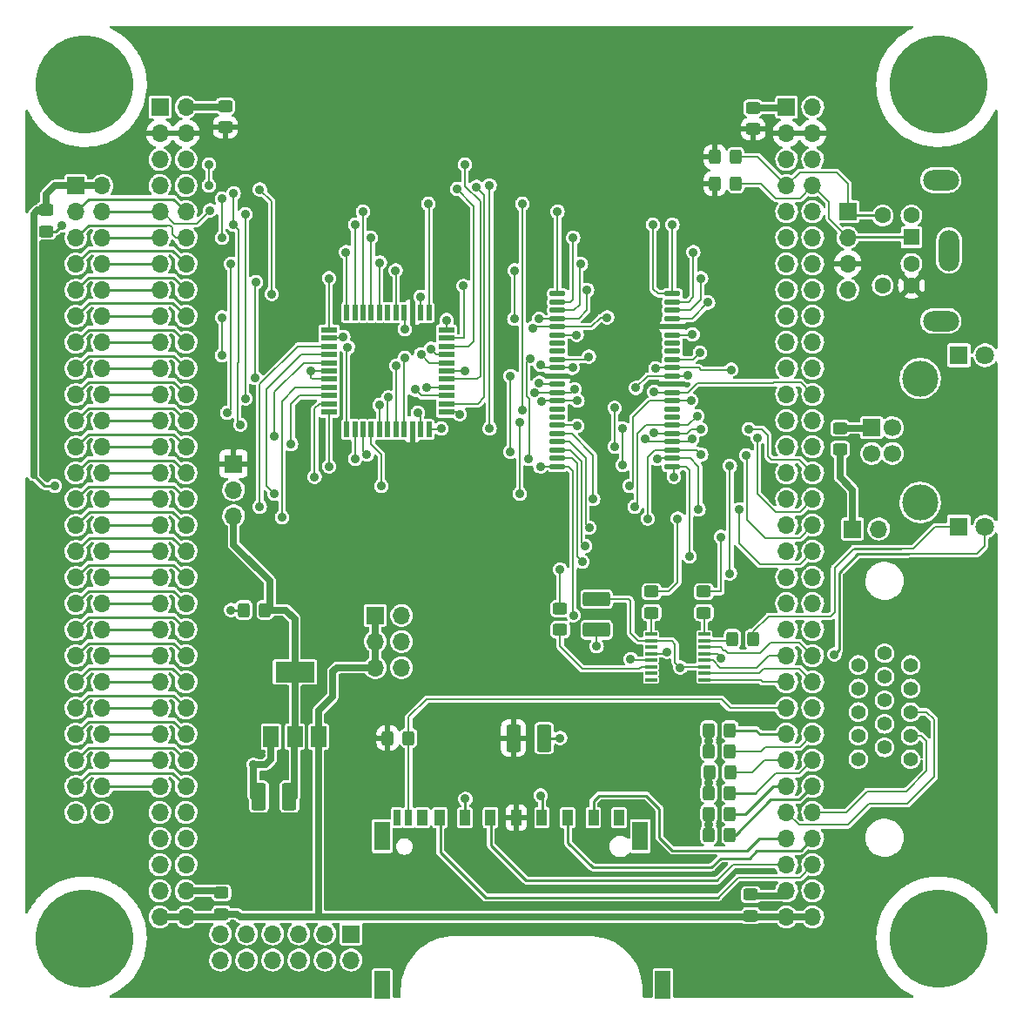
<source format=gtl>
G04 #@! TF.GenerationSoftware,KiCad,Pcbnew,(6.0.1)*
G04 #@! TF.CreationDate,2022-05-25T19:13:24-04:00*
G04 #@! TF.ProjectId,RETRO-65C816,52455452-4f2d-4363-9543-3831362e6b69,3*
G04 #@! TF.SameCoordinates,Original*
G04 #@! TF.FileFunction,Copper,L1,Top*
G04 #@! TF.FilePolarity,Positive*
%FSLAX46Y46*%
G04 Gerber Fmt 4.6, Leading zero omitted, Abs format (unit mm)*
G04 Created by KiCad (PCBNEW (6.0.1)) date 2022-05-25 19:13:24*
%MOMM*%
%LPD*%
G01*
G04 APERTURE LIST*
G04 Aperture macros list*
%AMRoundRect*
0 Rectangle with rounded corners*
0 $1 Rounding radius*
0 $2 $3 $4 $5 $6 $7 $8 $9 X,Y pos of 4 corners*
0 Add a 4 corners polygon primitive as box body*
4,1,4,$2,$3,$4,$5,$6,$7,$8,$9,$2,$3,0*
0 Add four circle primitives for the rounded corners*
1,1,$1+$1,$2,$3*
1,1,$1+$1,$4,$5*
1,1,$1+$1,$6,$7*
1,1,$1+$1,$8,$9*
0 Add four rect primitives between the rounded corners*
20,1,$1+$1,$2,$3,$4,$5,0*
20,1,$1+$1,$4,$5,$6,$7,0*
20,1,$1+$1,$6,$7,$8,$9,0*
20,1,$1+$1,$8,$9,$2,$3,0*%
G04 Aperture macros list end*
G04 #@! TA.AperFunction,SMDPad,CuDef*
%ADD10R,0.550000X1.500000*%
G04 #@! TD*
G04 #@! TA.AperFunction,SMDPad,CuDef*
%ADD11R,1.500000X0.550000*%
G04 #@! TD*
G04 #@! TA.AperFunction,ComponentPad*
%ADD12R,1.700000X1.700000*%
G04 #@! TD*
G04 #@! TA.AperFunction,ComponentPad*
%ADD13C,1.700000*%
G04 #@! TD*
G04 #@! TA.AperFunction,ComponentPad*
%ADD14C,3.500000*%
G04 #@! TD*
G04 #@! TA.AperFunction,SMDPad,CuDef*
%ADD15RoundRect,0.250000X0.450000X-0.325000X0.450000X0.325000X-0.450000X0.325000X-0.450000X-0.325000X0*%
G04 #@! TD*
G04 #@! TA.AperFunction,SMDPad,CuDef*
%ADD16RoundRect,0.250000X-0.325000X-0.450000X0.325000X-0.450000X0.325000X0.450000X-0.325000X0.450000X0*%
G04 #@! TD*
G04 #@! TA.AperFunction,SMDPad,CuDef*
%ADD17RoundRect,0.250000X0.325000X0.450000X-0.325000X0.450000X-0.325000X-0.450000X0.325000X-0.450000X0*%
G04 #@! TD*
G04 #@! TA.AperFunction,ComponentPad*
%ADD18C,1.800000*%
G04 #@! TD*
G04 #@! TA.AperFunction,ComponentPad*
%ADD19R,1.800000X1.800000*%
G04 #@! TD*
G04 #@! TA.AperFunction,ComponentPad*
%ADD20O,1.700000X1.700000*%
G04 #@! TD*
G04 #@! TA.AperFunction,ComponentPad*
%ADD21O,3.500000X2.000000*%
G04 #@! TD*
G04 #@! TA.AperFunction,ComponentPad*
%ADD22R,1.600000X1.600000*%
G04 #@! TD*
G04 #@! TA.AperFunction,ComponentPad*
%ADD23C,1.600000*%
G04 #@! TD*
G04 #@! TA.AperFunction,ComponentPad*
%ADD24O,2.000000X4.000000*%
G04 #@! TD*
G04 #@! TA.AperFunction,ComponentPad*
%ADD25C,9.525000*%
G04 #@! TD*
G04 #@! TA.AperFunction,SMDPad,CuDef*
%ADD26R,3.800000X2.000000*%
G04 #@! TD*
G04 #@! TA.AperFunction,SMDPad,CuDef*
%ADD27R,1.500000X2.000000*%
G04 #@! TD*
G04 #@! TA.AperFunction,SMDPad,CuDef*
%ADD28RoundRect,0.250000X-0.450000X0.325000X-0.450000X-0.325000X0.450000X-0.325000X0.450000X0.325000X0*%
G04 #@! TD*
G04 #@! TA.AperFunction,SMDPad,CuDef*
%ADD29R,1.200000X0.400000*%
G04 #@! TD*
G04 #@! TA.AperFunction,SMDPad,CuDef*
%ADD30R,0.700000X1.500000*%
G04 #@! TD*
G04 #@! TA.AperFunction,SMDPad,CuDef*
%ADD31R,1.000000X1.500000*%
G04 #@! TD*
G04 #@! TA.AperFunction,SMDPad,CuDef*
%ADD32R,1.500000X2.800000*%
G04 #@! TD*
G04 #@! TA.AperFunction,SMDPad,CuDef*
%ADD33RoundRect,0.137500X-0.625000X-0.137500X0.625000X-0.137500X0.625000X0.137500X-0.625000X0.137500X0*%
G04 #@! TD*
G04 #@! TA.AperFunction,SMDPad,CuDef*
%ADD34RoundRect,0.250001X-0.462499X-1.074999X0.462499X-1.074999X0.462499X1.074999X-0.462499X1.074999X0*%
G04 #@! TD*
G04 #@! TA.AperFunction,SMDPad,CuDef*
%ADD35RoundRect,0.250001X0.462499X1.074999X-0.462499X1.074999X-0.462499X-1.074999X0.462499X-1.074999X0*%
G04 #@! TD*
G04 #@! TA.AperFunction,ComponentPad*
%ADD36C,1.397000*%
G04 #@! TD*
G04 #@! TA.AperFunction,SMDPad,CuDef*
%ADD37RoundRect,0.250001X-1.074999X0.462499X-1.074999X-0.462499X1.074999X-0.462499X1.074999X0.462499X0*%
G04 #@! TD*
G04 #@! TA.AperFunction,ViaPad*
%ADD38C,0.889000*%
G04 #@! TD*
G04 #@! TA.AperFunction,Conductor*
%ADD39C,0.203200*%
G04 #@! TD*
G04 #@! TA.AperFunction,Conductor*
%ADD40C,0.152400*%
G04 #@! TD*
G04 #@! TA.AperFunction,Conductor*
%ADD41C,0.254000*%
G04 #@! TD*
G04 #@! TA.AperFunction,Conductor*
%ADD42C,0.635000*%
G04 #@! TD*
G04 APERTURE END LIST*
D10*
X49466000Y-38115000D03*
X48666000Y-38115000D03*
X47866000Y-38115000D03*
X47066000Y-38115000D03*
X46266000Y-38115000D03*
X45466000Y-38115000D03*
X44666000Y-38115000D03*
X43866000Y-38115000D03*
X43066000Y-38115000D03*
X42266000Y-38115000D03*
X41466000Y-38115000D03*
D11*
X39766000Y-39815000D03*
X39766000Y-40615000D03*
X39766000Y-41415000D03*
X39766000Y-42215000D03*
X39766000Y-43015000D03*
X39766000Y-43815000D03*
X39766000Y-44615000D03*
X39766000Y-45415000D03*
X39766000Y-46215000D03*
X39766000Y-47015000D03*
X39766000Y-47815000D03*
D10*
X41466000Y-49515000D03*
X42266000Y-49515000D03*
X43066000Y-49515000D03*
X43866000Y-49515000D03*
X44666000Y-49515000D03*
X45466000Y-49515000D03*
X46266000Y-49515000D03*
X47066000Y-49515000D03*
X47866000Y-49515000D03*
X48666000Y-49515000D03*
X49466000Y-49515000D03*
D11*
X51166000Y-47815000D03*
X51166000Y-47015000D03*
X51166000Y-46215000D03*
X51166000Y-45415000D03*
X51166000Y-44615000D03*
X51166000Y-43815000D03*
X51166000Y-43015000D03*
X51166000Y-42215000D03*
X51166000Y-41415000D03*
X51166000Y-40615000D03*
X51166000Y-39815000D03*
D12*
X92532200Y-49326800D03*
D13*
X92532200Y-51826800D03*
X94532200Y-51826800D03*
X94532200Y-49326800D03*
D14*
X97242200Y-44556800D03*
X97242200Y-56596800D03*
D15*
X62230000Y-66920000D03*
X62230000Y-68970000D03*
D16*
X78985000Y-69850000D03*
X81035000Y-69850000D03*
D17*
X79333200Y-25577800D03*
X77283200Y-25577800D03*
D18*
X103555800Y-42291000D03*
D19*
X101015800Y-42291000D03*
D20*
X86790000Y-96906000D03*
X84250000Y-96906000D03*
X86790000Y-94366000D03*
X84250000Y-94366000D03*
X86790000Y-91826000D03*
X84250000Y-91826000D03*
X86790000Y-89286000D03*
X84250000Y-89286000D03*
X86790000Y-86746000D03*
X84250000Y-86746000D03*
X86790000Y-84206000D03*
X84250000Y-84206000D03*
X86790000Y-81666000D03*
X84250000Y-81666000D03*
X86790000Y-79126000D03*
X84250000Y-79126000D03*
X86790000Y-76586000D03*
X84250000Y-76586000D03*
X86790000Y-74046000D03*
X84250000Y-74046000D03*
X86790000Y-71506000D03*
X84250000Y-71506000D03*
X86790000Y-68966000D03*
X84250000Y-68966000D03*
X86790000Y-66426000D03*
X84250000Y-66426000D03*
X86790000Y-63886000D03*
X84250000Y-63886000D03*
X86790000Y-61346000D03*
X84250000Y-61346000D03*
X86790000Y-58806000D03*
X84250000Y-58806000D03*
X86790000Y-56266000D03*
X84250000Y-56266000D03*
X86790000Y-53726000D03*
X84250000Y-53726000D03*
X86790000Y-51186000D03*
X84250000Y-51186000D03*
X86790000Y-48646000D03*
X84250000Y-48646000D03*
X86790000Y-46106000D03*
X84250000Y-46106000D03*
X86790000Y-43566000D03*
X84250000Y-43566000D03*
X86790000Y-41026000D03*
X84250000Y-41026000D03*
X86790000Y-38486000D03*
X84250000Y-38486000D03*
X86790000Y-35946000D03*
X84250000Y-35946000D03*
X86790000Y-33406000D03*
X84250000Y-33406000D03*
X86790000Y-30866000D03*
X84250000Y-30866000D03*
X86790000Y-28326000D03*
X84250000Y-28326000D03*
X86790000Y-25786000D03*
X84250000Y-25786000D03*
X86790000Y-23246000D03*
X84250000Y-23246000D03*
X86790000Y-20706000D03*
X84250000Y-20706000D03*
X86790000Y-18166000D03*
D12*
X84250000Y-18166000D03*
D20*
X25850000Y-96906000D03*
X23310000Y-96906000D03*
X25850000Y-94366000D03*
X23310000Y-94366000D03*
X25850000Y-91826000D03*
X23310000Y-91826000D03*
X25850000Y-89286000D03*
X23310000Y-89286000D03*
X25850000Y-86746000D03*
X23310000Y-86746000D03*
X25850000Y-84206000D03*
X23310000Y-84206000D03*
X25850000Y-81666000D03*
X23310000Y-81666000D03*
X25850000Y-79126000D03*
X23310000Y-79126000D03*
X25850000Y-76586000D03*
X23310000Y-76586000D03*
X25850000Y-74046000D03*
X23310000Y-74046000D03*
X25850000Y-71506000D03*
X23310000Y-71506000D03*
X25850000Y-68966000D03*
X23310000Y-68966000D03*
X25850000Y-66426000D03*
X23310000Y-66426000D03*
X25850000Y-63886000D03*
X23310000Y-63886000D03*
X25850000Y-61346000D03*
X23310000Y-61346000D03*
X25850000Y-58806000D03*
X23310000Y-58806000D03*
X25850000Y-56266000D03*
X23310000Y-56266000D03*
X25850000Y-53726000D03*
X23310000Y-53726000D03*
X25850000Y-51186000D03*
X23310000Y-51186000D03*
X25850000Y-48646000D03*
X23310000Y-48646000D03*
X25850000Y-46106000D03*
X23310000Y-46106000D03*
X25850000Y-43566000D03*
X23310000Y-43566000D03*
X25850000Y-41026000D03*
X23310000Y-41026000D03*
X25850000Y-38486000D03*
X23310000Y-38486000D03*
X25850000Y-35946000D03*
X23310000Y-35946000D03*
X25850000Y-33406000D03*
X23310000Y-33406000D03*
X25850000Y-30866000D03*
X23310000Y-30866000D03*
X25850000Y-28326000D03*
X23310000Y-28326000D03*
X25850000Y-25786000D03*
X23310000Y-25786000D03*
X25850000Y-23246000D03*
X23310000Y-23246000D03*
X25850000Y-20706000D03*
X23310000Y-20706000D03*
X25850000Y-18166000D03*
D12*
X23310000Y-18166000D03*
D17*
X77283200Y-22987000D03*
X79333200Y-22987000D03*
D21*
X99250000Y-38950000D03*
X99250000Y-25250000D03*
D22*
X96400000Y-30800000D03*
D23*
X96400000Y-33400000D03*
X96400000Y-28700000D03*
X96400000Y-35500000D03*
X93600000Y-28700000D03*
X93600000Y-35500000D03*
D24*
X100050000Y-32100000D03*
D25*
X16000000Y-16000000D03*
X99000000Y-16000000D03*
X16000000Y-99000000D03*
X99000000Y-99000000D03*
D26*
X36423600Y-73075400D03*
D27*
X36423600Y-79375400D03*
X38723600Y-79375400D03*
X34123600Y-79375400D03*
D16*
X78749000Y-78740000D03*
X76699000Y-78740000D03*
X76699000Y-80772000D03*
X78749000Y-80772000D03*
X78794800Y-82804000D03*
X76744800Y-82804000D03*
X76699000Y-84836000D03*
X78749000Y-84836000D03*
X78749000Y-86868000D03*
X76699000Y-86868000D03*
X76699000Y-88900000D03*
X78749000Y-88900000D03*
D20*
X93218000Y-59182000D03*
D12*
X90678000Y-59182000D03*
D20*
X90200000Y-35920000D03*
X90200000Y-33380000D03*
X90200000Y-30840000D03*
D12*
X90200000Y-28300000D03*
D28*
X71120000Y-65269000D03*
X71120000Y-67319000D03*
X76200000Y-67319000D03*
X76200000Y-65269000D03*
D29*
X76260000Y-73850500D03*
X76260000Y-73215500D03*
X76260000Y-72580500D03*
X76260000Y-71945500D03*
X76260000Y-71310500D03*
X76260000Y-70675500D03*
X76260000Y-70040500D03*
X76260000Y-69405500D03*
X71060000Y-69405500D03*
X71060000Y-70040500D03*
X71060000Y-70675500D03*
X71060000Y-71310500D03*
X71060000Y-71945500D03*
X71060000Y-72580500D03*
X71060000Y-73215500D03*
X71060000Y-73850500D03*
D12*
X15140000Y-25800000D03*
D20*
X17680000Y-25800000D03*
X15140000Y-28340000D03*
X17680000Y-28340000D03*
X15140000Y-30880000D03*
X17680000Y-30880000D03*
X15140000Y-33420000D03*
X17680000Y-33420000D03*
X15140000Y-35960000D03*
X17680000Y-35960000D03*
X15140000Y-38500000D03*
X17680000Y-38500000D03*
X15140000Y-41040000D03*
X17680000Y-41040000D03*
X15140000Y-43580000D03*
X17680000Y-43580000D03*
X15140000Y-46120000D03*
X17680000Y-46120000D03*
X15140000Y-48660000D03*
X17680000Y-48660000D03*
X15140000Y-51200000D03*
X17680000Y-51200000D03*
X15140000Y-53740000D03*
X17680000Y-53740000D03*
X15140000Y-56280000D03*
X17680000Y-56280000D03*
X15140000Y-58820000D03*
X17680000Y-58820000D03*
X15140000Y-61360000D03*
X17680000Y-61360000D03*
X15140000Y-63900000D03*
X17680000Y-63900000D03*
X15140000Y-66440000D03*
X17680000Y-66440000D03*
X15140000Y-68980000D03*
X17680000Y-68980000D03*
X15140000Y-71520000D03*
X17680000Y-71520000D03*
X15140000Y-74060000D03*
X17680000Y-74060000D03*
X15140000Y-76600000D03*
X17680000Y-76600000D03*
X15140000Y-79140000D03*
X17680000Y-79140000D03*
X15140000Y-81680000D03*
X17680000Y-81680000D03*
X15140000Y-84220000D03*
X17680000Y-84220000D03*
X15140000Y-86760000D03*
X17680000Y-86760000D03*
D15*
X29286200Y-96605200D03*
X29286200Y-94555200D03*
X80772000Y-96783000D03*
X80772000Y-94733000D03*
D28*
X12242800Y-30235000D03*
X12242800Y-28185000D03*
D15*
X81000600Y-20303600D03*
X81000600Y-18253600D03*
X29667200Y-18050400D03*
X29667200Y-20100400D03*
D28*
X89458800Y-49368600D03*
X89458800Y-51418600D03*
D30*
X46359000Y-87243000D03*
X47499000Y-87243000D03*
D31*
X62959000Y-87243000D03*
X65459000Y-87243000D03*
X60459000Y-87243000D03*
X57959000Y-87243000D03*
X55459000Y-87243000D03*
X52959000Y-87243000D03*
X50539000Y-87243000D03*
X48839000Y-87243000D03*
X67959000Y-87243000D03*
D32*
X70029000Y-89043000D03*
X44929000Y-89043000D03*
X44929000Y-103543000D03*
X72229000Y-103543000D03*
D12*
X30480000Y-52832000D03*
D20*
X30480000Y-55372000D03*
X30480000Y-57912000D03*
D33*
X61976500Y-36304000D03*
X61976500Y-37104000D03*
X61976500Y-37904000D03*
X61976500Y-38704000D03*
X61976500Y-39504000D03*
X61976500Y-40304000D03*
X61976500Y-41104000D03*
X61976500Y-41904000D03*
X61976500Y-42704000D03*
X61976500Y-43504000D03*
X61976500Y-44304000D03*
X61976500Y-45104000D03*
X61976500Y-45904000D03*
X61976500Y-46704000D03*
X61976500Y-47504000D03*
X61976500Y-48304000D03*
X61976500Y-49104000D03*
X61976500Y-49904000D03*
X61976500Y-50704000D03*
X61976500Y-51504000D03*
X61976500Y-52304000D03*
X61976500Y-53104000D03*
X73151500Y-53104000D03*
X73151500Y-52304000D03*
X73151500Y-51504000D03*
X73151500Y-50704000D03*
X73151500Y-49904000D03*
X73151500Y-49104000D03*
X73151500Y-48304000D03*
X73151500Y-47504000D03*
X73151500Y-46704000D03*
X73151500Y-45904000D03*
X73151500Y-45104000D03*
X73151500Y-44304000D03*
X73151500Y-43504000D03*
X73151500Y-42704000D03*
X73151500Y-41904000D03*
X73151500Y-41104000D03*
X73151500Y-40304000D03*
X73151500Y-39504000D03*
X73151500Y-38704000D03*
X73151500Y-37904000D03*
X73151500Y-37104000D03*
X73151500Y-36304000D03*
D34*
X57694500Y-79502000D03*
X60669500Y-79502000D03*
D17*
X33537000Y-67056000D03*
X31487000Y-67056000D03*
D35*
X35904500Y-85191600D03*
X32929500Y-85191600D03*
D12*
X41910000Y-98552000D03*
D20*
X41910000Y-101092000D03*
X39370000Y-98552000D03*
X39370000Y-101092000D03*
X36830000Y-98552000D03*
X36830000Y-101092000D03*
X34290000Y-98552000D03*
X34290000Y-101092000D03*
X31750000Y-98552000D03*
X31750000Y-101092000D03*
X29210000Y-98552000D03*
X29210000Y-101092000D03*
D17*
X47507000Y-79502000D03*
X45457000Y-79502000D03*
D36*
X91239340Y-76974700D03*
X91239340Y-74688700D03*
X91239340Y-72397620D03*
X91239340Y-79268320D03*
X91239340Y-81556860D03*
X93779340Y-78122780D03*
X93779340Y-75834240D03*
X93779340Y-73543160D03*
X93779340Y-71252080D03*
X93779340Y-80413860D03*
X96319340Y-72397620D03*
X96319340Y-74688700D03*
X96316800Y-76977240D03*
X96319340Y-79268320D03*
X96319340Y-81556860D03*
D12*
X44261000Y-67579000D03*
D20*
X46801000Y-67579000D03*
X44261000Y-70119000D03*
X46801000Y-70119000D03*
X44261000Y-72659000D03*
X46801000Y-72659000D03*
D37*
X65786000Y-66000300D03*
X65786000Y-68975300D03*
D19*
X100990400Y-58953400D03*
D18*
X103530400Y-58953400D03*
D38*
X31623000Y-46482000D03*
X51181000Y-38862000D03*
X34163000Y-36322000D03*
X33020000Y-26162000D03*
X52198083Y-26123880D03*
X32565398Y-44480638D03*
X32639000Y-35179000D03*
X49206023Y-45431514D03*
X52832000Y-35546800D03*
X57785000Y-34036000D03*
X57777379Y-38742621D03*
X28194000Y-28194000D03*
X31623000Y-28575000D03*
X48133000Y-45632600D03*
X46317200Y-43313400D03*
X47117000Y-42531800D03*
X48703770Y-42199856D03*
X60325000Y-43218120D03*
X52959000Y-23749000D03*
X45514219Y-46381400D03*
X44666000Y-47130200D03*
X65448560Y-56261000D03*
X58293000Y-48768000D03*
X58293000Y-55753000D03*
X31115000Y-49022000D03*
X30480000Y-26543000D03*
X54102000Y-25908000D03*
X48666000Y-36601000D03*
X59295800Y-42586640D03*
X59182000Y-52355200D03*
X28067000Y-23749000D03*
X28067000Y-25781000D03*
X30480000Y-29591000D03*
X58547000Y-47625000D03*
X52451000Y-48006000D03*
X58547000Y-27572200D03*
X55372000Y-49403000D03*
X50673000Y-49416200D03*
X55372000Y-25781000D03*
X38354000Y-54102000D03*
X73279000Y-54102000D03*
X39751000Y-53086000D03*
X65042640Y-59055000D03*
X13081000Y-54991000D03*
X29845000Y-47879000D03*
X48387000Y-47879000D03*
X30226000Y-33401000D03*
X29337000Y-38608000D03*
X29337000Y-42291000D03*
X49657000Y-41667720D03*
X29337000Y-30861000D03*
X29337000Y-27051000D03*
X49403000Y-27572200D03*
X44831000Y-54991011D03*
X68987389Y-54977800D03*
X64643000Y-60833000D03*
X69596000Y-45464531D03*
X69469000Y-57023000D03*
X68326000Y-49403000D03*
X67532241Y-47402759D03*
X46228000Y-34036000D03*
X60207194Y-38742621D03*
X47117000Y-39751000D03*
X59563000Y-39624000D03*
X70739000Y-58166000D03*
X73660000Y-58166000D03*
X80581500Y-49466500D03*
X75882500Y-49466500D03*
X43434000Y-51943000D03*
X57404000Y-51675800D03*
X57404000Y-44309800D03*
X71374000Y-45847000D03*
X63913000Y-46704000D03*
X36068000Y-50927000D03*
X71658463Y-52354463D03*
X68326000Y-52959000D03*
X75692000Y-57277000D03*
X79629000Y-57277000D03*
X33020000Y-57023000D03*
X34430200Y-55753000D03*
X71383327Y-49816859D03*
X34430200Y-50165000D03*
X70485000Y-50437200D03*
X60452000Y-46736000D03*
X59709776Y-45934449D03*
X75565000Y-48201611D03*
X63881000Y-49149000D03*
X35179000Y-58039000D03*
X75057000Y-50437200D03*
X81407000Y-50292000D03*
X80327500Y-52006500D03*
X75946000Y-51934800D03*
X78867000Y-43688000D03*
X78740000Y-53052800D03*
X77851000Y-59944000D03*
X74821000Y-61831000D03*
X64389000Y-62370200D03*
X78740000Y-63500000D03*
X62230000Y-63119000D03*
X63516157Y-67570285D03*
X74962000Y-46704000D03*
X67532241Y-51166522D03*
X60307000Y-53104000D03*
X42291000Y-52355200D03*
X71501000Y-43561000D03*
X63430000Y-43504000D03*
X41578043Y-41516433D03*
X63627000Y-45593000D03*
X41148000Y-40513000D03*
X63836000Y-40304000D03*
X39751000Y-34798000D03*
X52959000Y-43815000D03*
X37973000Y-43815000D03*
X43814800Y-30861000D03*
X43053000Y-28321000D03*
X41402000Y-32258000D03*
X44704000Y-33274000D03*
X71247000Y-29591000D03*
X42291000Y-29591000D03*
X64858400Y-35941000D03*
X64248800Y-33401000D03*
X75819000Y-42037000D03*
X75107800Y-40277200D03*
X76612558Y-37157256D03*
X75932800Y-34798000D03*
X75184000Y-32258000D03*
X63500000Y-30861000D03*
X73152000Y-29591000D03*
X61976000Y-28321000D03*
X60325000Y-85090000D03*
X32410400Y-82118200D03*
X53009800Y-85420200D03*
X13766800Y-29667200D03*
X77891686Y-71714314D03*
X69088000Y-71831200D03*
X74676000Y-44227900D03*
X60198000Y-44958000D03*
X62230000Y-79502000D03*
X30226000Y-67056000D03*
X65773300Y-70586600D03*
X76699000Y-79756000D03*
X76699000Y-83820000D03*
X76699000Y-87884000D03*
X72644000Y-71120000D03*
X65024000Y-42418000D03*
X66802000Y-38608000D03*
X73914000Y-72644000D03*
X88900000Y-71374000D03*
D39*
X31609800Y-46468800D02*
X31609800Y-28588200D01*
X31623000Y-46482000D02*
X31609800Y-46468800D01*
X51166000Y-38877000D02*
X51181000Y-38862000D01*
X51166000Y-39815000D02*
X51166000Y-38877000D01*
X34163000Y-27305000D02*
X33020000Y-26162000D01*
X34163000Y-36322000D02*
X34163000Y-27305000D01*
X53848000Y-27773797D02*
X52198083Y-26123880D01*
X53848000Y-40894000D02*
X53848000Y-27773797D01*
X51166000Y-41415000D02*
X53327000Y-41415000D01*
X53327000Y-41415000D02*
X53848000Y-40894000D01*
X52959000Y-25823980D02*
X52959000Y-23749000D01*
X54458080Y-27323060D02*
X52959000Y-25823980D01*
X54458080Y-44347920D02*
X54458080Y-27323060D01*
X54191000Y-44615000D02*
X54458080Y-44347920D01*
X51166000Y-44615000D02*
X54191000Y-44615000D01*
X54864000Y-26670000D02*
X54102000Y-25908000D01*
X54864000Y-46355000D02*
X54864000Y-26670000D01*
X54204000Y-47015000D02*
X54864000Y-46355000D01*
X51166000Y-47015000D02*
X54204000Y-47015000D01*
X32565398Y-35252602D02*
X32639000Y-35179000D01*
X32565398Y-44480638D02*
X32565398Y-35252602D01*
X49222537Y-45415000D02*
X49206023Y-45431514D01*
X49222537Y-45415000D02*
X51166000Y-45415000D01*
X36690000Y-41415000D02*
X33020000Y-45085000D01*
X33020000Y-57023000D02*
X33020000Y-45085000D01*
X39766000Y-41415000D02*
X36690000Y-41415000D01*
X37033000Y-42215000D02*
X33681389Y-45566611D01*
X39766000Y-42215000D02*
X37033000Y-42215000D01*
X33681389Y-55004189D02*
X33681389Y-45566611D01*
X39766000Y-43015000D02*
X37275400Y-43015000D01*
X37275400Y-43015000D02*
X34430200Y-45860200D01*
X34430200Y-50165000D02*
X34430200Y-45860200D01*
X52857000Y-35571800D02*
X52832000Y-35546800D01*
X52857000Y-40615000D02*
X52857000Y-35571800D01*
X51166000Y-40615000D02*
X52857000Y-40615000D01*
D40*
X57777379Y-34043621D02*
X57785000Y-34036000D01*
X57777379Y-38742621D02*
X57777379Y-34043621D01*
D39*
X24720369Y-29480311D02*
X23566058Y-28326000D01*
X26907689Y-29480311D02*
X24720369Y-29480311D01*
X28194000Y-28194000D02*
X26907689Y-29480311D01*
X23566058Y-28326000D02*
X23310000Y-28326000D01*
X31609800Y-28588200D02*
X31623000Y-28575000D01*
X48715400Y-46215000D02*
X48133000Y-45632600D01*
X51166000Y-46215000D02*
X48715400Y-46215000D01*
X46266000Y-43364600D02*
X46317200Y-43313400D01*
X46266000Y-49515000D02*
X46266000Y-43364600D01*
X47066000Y-42582800D02*
X47117000Y-42531800D01*
X47066000Y-49515000D02*
X47066000Y-42582800D01*
X49518914Y-43015000D02*
X48703770Y-42199856D01*
X49518914Y-43015000D02*
X51166000Y-43015000D01*
X60610880Y-43504000D02*
X60325000Y-43218120D01*
X61976500Y-43504000D02*
X60610880Y-43504000D01*
X45466000Y-46429619D02*
X45514219Y-46381400D01*
X45466000Y-49515000D02*
X45466000Y-46429619D01*
X44666000Y-49515000D02*
X44666000Y-47130200D01*
X65448560Y-51986560D02*
X65448560Y-56261000D01*
X63366000Y-49904000D02*
X65448560Y-51986560D01*
X61976500Y-49904000D02*
X63366000Y-49904000D01*
X63482000Y-67536128D02*
X63516157Y-67570285D01*
X63482000Y-53576000D02*
X63482000Y-67536128D01*
X63010000Y-53104000D02*
X63482000Y-53576000D01*
X61976500Y-53104000D02*
X63010000Y-53104000D01*
X63413942Y-52304000D02*
X61976500Y-52304000D01*
X63887920Y-52777978D02*
X63413942Y-52304000D01*
X63887920Y-61869120D02*
X63887920Y-52777978D01*
X64389000Y-62370200D02*
X63887920Y-61869120D01*
X64293840Y-52609840D02*
X63188000Y-51504000D01*
X64643000Y-60833000D02*
X64293840Y-60483840D01*
X64293840Y-60483840D02*
X64293840Y-52609840D01*
X63188000Y-51504000D02*
X61976500Y-51504000D01*
X64699760Y-52253760D02*
X63150000Y-50704000D01*
X63150000Y-50704000D02*
X61976500Y-50704000D01*
X65042640Y-59055000D02*
X64699760Y-58712120D01*
X64699760Y-58712120D02*
X64699760Y-52253760D01*
X58293000Y-48768000D02*
X58293000Y-55753000D01*
X30861000Y-43079360D02*
X30861000Y-48768000D01*
X30974811Y-42965549D02*
X30861000Y-43079360D01*
X30974811Y-30085811D02*
X30974811Y-42965549D01*
X30861000Y-48768000D02*
X31115000Y-49022000D01*
X30480000Y-29591000D02*
X30974811Y-30085811D01*
X24300999Y-29634999D02*
X23959001Y-29634999D01*
X24511000Y-30480000D02*
X24511000Y-29845000D01*
X24511000Y-29845000D02*
X24300999Y-29634999D01*
X25845000Y-30861000D02*
X24892000Y-30861000D01*
X24892000Y-30861000D02*
X24511000Y-30480000D01*
X25850000Y-30866000D02*
X25845000Y-30861000D01*
D41*
X16385001Y-29634999D02*
X23959001Y-29634999D01*
D39*
X30480000Y-26543000D02*
X30480000Y-29591000D01*
X48666000Y-38115000D02*
X48666000Y-36601000D01*
D40*
X58986365Y-42896075D02*
X59295800Y-42586640D01*
X58986365Y-46234097D02*
X58986365Y-42896075D01*
X59270411Y-46518143D02*
X58986365Y-46234097D01*
X59270411Y-52266789D02*
X59270411Y-46518143D01*
X59182000Y-52355200D02*
X59270411Y-52266789D01*
D39*
X28067000Y-25781000D02*
X28067000Y-23749000D01*
X58547000Y-47625000D02*
X58547000Y-27572200D01*
X52260000Y-47815000D02*
X52451000Y-48006000D01*
X51166000Y-47815000D02*
X52260000Y-47815000D01*
X55372000Y-49403000D02*
X55372000Y-25781000D01*
X50574200Y-49515000D02*
X50673000Y-49416200D01*
X49466000Y-49515000D02*
X50574200Y-49515000D01*
X70955642Y-46704000D02*
X73151500Y-46704000D01*
X69330269Y-48329373D02*
X70955642Y-46704000D01*
X69330269Y-54748731D02*
X69330269Y-48329373D01*
X69101200Y-54977800D02*
X69330269Y-54748731D01*
X68987389Y-54977800D02*
X69101200Y-54977800D01*
X70750720Y-44309811D02*
X69596000Y-45464531D01*
X73145689Y-44309811D02*
X70750720Y-44309811D01*
X73151500Y-44304000D02*
X73145689Y-44309811D01*
X73279000Y-53231500D02*
X73151500Y-53104000D01*
X73279000Y-54102000D02*
X73279000Y-53231500D01*
X38354000Y-47473800D02*
X38354000Y-54102000D01*
X38812800Y-47015000D02*
X38354000Y-47473800D01*
X39766000Y-47015000D02*
X38812800Y-47015000D01*
X39766000Y-53071000D02*
X39751000Y-53086000D01*
X39766000Y-47815000D02*
X39766000Y-53071000D01*
D41*
X12065000Y-54991000D02*
X11022580Y-53948580D01*
X13081000Y-54991000D02*
X12065000Y-54991000D01*
D42*
X11022580Y-28601420D02*
X11022580Y-53948580D01*
X11439000Y-28185000D02*
X11022580Y-28601420D01*
X12242800Y-28185000D02*
X11439000Y-28185000D01*
D39*
X29845000Y-47879000D02*
X30099000Y-47625000D01*
X30226000Y-47498000D02*
X30226000Y-33401000D01*
X30099000Y-47625000D02*
X30226000Y-47498000D01*
X48666000Y-48158000D02*
X48387000Y-47879000D01*
X48666000Y-49515000D02*
X48666000Y-48158000D01*
X29337000Y-42291000D02*
X29337000Y-38608000D01*
X49668720Y-41667720D02*
X49657000Y-41667720D01*
X50216000Y-42215000D02*
X49668720Y-41667720D01*
X51166000Y-42215000D02*
X50216000Y-42215000D01*
X29337000Y-27051000D02*
X29337000Y-30861000D01*
X49466000Y-27635200D02*
X49403000Y-27572200D01*
X49466000Y-38115000D02*
X49466000Y-27635200D01*
X36843000Y-46215000D02*
X39766000Y-46215000D01*
X36068000Y-46990000D02*
X36843000Y-46215000D01*
X36068000Y-50927000D02*
X36068000Y-46990000D01*
X36500000Y-45415000D02*
X39766000Y-45415000D01*
X35179000Y-46736000D02*
X36500000Y-45415000D01*
X35179000Y-58039000D02*
X35179000Y-46736000D01*
X34430200Y-55753000D02*
X33681389Y-55004189D01*
X43866000Y-50876000D02*
X43866000Y-49515000D01*
X43815000Y-50927000D02*
X43866000Y-50876000D01*
X44831000Y-51943000D02*
X43815000Y-50927000D01*
X44831000Y-54991011D02*
X44831000Y-51943000D01*
X69736189Y-56755811D02*
X69469000Y-57023000D01*
X69736189Y-49897811D02*
X69736189Y-56755811D01*
X70565952Y-49068048D02*
X69736189Y-49897811D01*
X73115548Y-49068048D02*
X70565952Y-49068048D01*
X73151500Y-49104000D02*
X73115548Y-49068048D01*
D40*
X46266000Y-34074000D02*
X46266000Y-38115000D01*
X46228000Y-34036000D02*
X46266000Y-34074000D01*
X60245815Y-38704000D02*
X60207194Y-38742621D01*
X60245815Y-38704000D02*
X64039000Y-38704000D01*
D39*
X47117000Y-38166000D02*
X47066000Y-38115000D01*
X47117000Y-39751000D02*
X47117000Y-38166000D01*
X61976500Y-39504000D02*
X59683000Y-39504000D01*
X59683000Y-39504000D02*
X59563000Y-39624000D01*
D40*
X60610000Y-38704000D02*
X60452000Y-38546000D01*
X60445800Y-39504000D02*
X65277383Y-39504000D01*
D42*
X44261000Y-70119000D02*
X44261000Y-67579000D01*
X44261000Y-72659000D02*
X44261000Y-70119000D01*
X40498000Y-72659000D02*
X44261000Y-72659000D01*
X40132000Y-73025000D02*
X40498000Y-72659000D01*
X40132000Y-75438000D02*
X40132000Y-73025000D01*
X31120000Y-96906000D02*
X30819200Y-96605200D01*
X31120000Y-96906000D02*
X38613000Y-96906000D01*
X30819200Y-96605200D02*
X29286200Y-96605200D01*
X38723600Y-96795400D02*
X38613000Y-96906000D01*
X84250000Y-96906000D02*
X38613000Y-96906000D01*
X38723600Y-79375400D02*
X38723600Y-96795400D01*
X38723600Y-76846400D02*
X40132000Y-75438000D01*
X38723600Y-79375400D02*
X38723600Y-76846400D01*
D39*
X70747981Y-58157019D02*
X70739000Y-58166000D01*
X70747981Y-52205981D02*
X70747981Y-58157019D01*
X71449962Y-51504000D02*
X70747981Y-52205981D01*
X72780000Y-65269000D02*
X71120000Y-65269000D01*
X73660000Y-64389000D02*
X72780000Y-65269000D01*
X73660000Y-58166000D02*
X73660000Y-64389000D01*
X80581500Y-49466500D02*
X81851500Y-49466500D01*
X85515000Y-52451000D02*
X86790000Y-53726000D01*
X82804000Y-52451000D02*
X85515000Y-52451000D01*
X74968720Y-49466500D02*
X75882500Y-49466500D01*
X81851500Y-49466500D02*
X82423000Y-50038000D01*
X82423000Y-50038000D02*
X82423000Y-52070000D01*
X82423000Y-52070000D02*
X82804000Y-52451000D01*
X74531220Y-49904000D02*
X74968720Y-49466500D01*
X73151500Y-49904000D02*
X74531220Y-49904000D01*
X43066000Y-49515000D02*
X43066000Y-51575000D01*
X43066000Y-51575000D02*
X43434000Y-51943000D01*
X57404000Y-44309800D02*
X57404000Y-51675800D01*
X71431000Y-45904000D02*
X71374000Y-45847000D01*
X73151500Y-45904000D02*
X71431000Y-45904000D01*
X71708926Y-52304000D02*
X71658463Y-52354463D01*
X73151500Y-52304000D02*
X71708926Y-52304000D01*
X68326000Y-52959000D02*
X68326000Y-49403000D01*
X74619000Y-45904000D02*
X75565000Y-44958000D01*
X74910000Y-52304000D02*
X73151500Y-52304000D01*
X75692000Y-53086000D02*
X74910000Y-52304000D01*
X81661000Y-62611000D02*
X79629000Y-60579000D01*
X85525000Y-62611000D02*
X81661000Y-62611000D01*
X75692000Y-57277000D02*
X75692000Y-53086000D01*
X79629000Y-60579000D02*
X79629000Y-57277000D01*
X86790000Y-61346000D02*
X85525000Y-62611000D01*
X71470468Y-49904000D02*
X71383327Y-49816859D01*
X73151500Y-49904000D02*
X71470468Y-49904000D01*
X73151500Y-50704000D02*
X70751800Y-50704000D01*
X70751800Y-50704000D02*
X70485000Y-50437200D01*
X60484000Y-46704000D02*
X60452000Y-46736000D01*
X61976500Y-46704000D02*
X60484000Y-46704000D01*
X59740225Y-45904000D02*
X59709776Y-45934449D01*
X61976500Y-45904000D02*
X59740225Y-45904000D01*
X75565000Y-48201611D02*
X74662611Y-49104000D01*
X74662611Y-49104000D02*
X73151500Y-49104000D01*
X63836000Y-49104000D02*
X63881000Y-49149000D01*
X61976500Y-49104000D02*
X63836000Y-49104000D01*
X80391000Y-52070000D02*
X80327500Y-52006500D01*
X85525000Y-60071000D02*
X82169000Y-60071000D01*
X86790000Y-58806000D02*
X85525000Y-60071000D01*
X82169000Y-60071000D02*
X80391000Y-58293000D01*
X80391000Y-58293000D02*
X80391000Y-52070000D01*
X83185000Y-57531000D02*
X81407000Y-55753000D01*
X81407000Y-55753000D02*
X81407000Y-50292000D01*
X85525000Y-57531000D02*
X83185000Y-57531000D01*
X86790000Y-56266000D02*
X85525000Y-57531000D01*
X74790200Y-50704000D02*
X75057000Y-50437200D01*
X73151500Y-50704000D02*
X74790200Y-50704000D01*
X75515200Y-51504000D02*
X75946000Y-51934800D01*
X71449962Y-51504000D02*
X75515200Y-51504000D01*
X74440000Y-53104000D02*
X74821000Y-53485000D01*
X73151500Y-53104000D02*
X74440000Y-53104000D01*
X74821000Y-53485000D02*
X74821000Y-61831000D01*
X75565000Y-44958000D02*
X82931000Y-44958000D01*
X73151500Y-45904000D02*
X74619000Y-45904000D01*
X82937311Y-44951689D02*
X82931000Y-44958000D01*
D40*
X75946000Y-43688000D02*
X75762000Y-43504000D01*
X78867000Y-43688000D02*
X75946000Y-43688000D01*
X73151500Y-43504000D02*
X75762000Y-43504000D01*
D39*
X85635689Y-44951689D02*
X82937311Y-44951689D01*
X86790000Y-46106000D02*
X85635689Y-44951689D01*
X61976500Y-42704000D02*
X64738000Y-42704000D01*
X78740000Y-63500000D02*
X78740000Y-53052800D01*
X77860000Y-59953000D02*
X77851000Y-59944000D01*
X77860000Y-65269000D02*
X77860000Y-59953000D01*
X76200000Y-65269000D02*
X77860000Y-65269000D01*
X62230000Y-66920000D02*
X62230000Y-63119000D01*
X67532241Y-51166522D02*
X67532241Y-47402759D01*
X61976500Y-53104000D02*
X60307000Y-53104000D01*
D40*
X42291000Y-52355200D02*
X42266000Y-52330200D01*
X42266000Y-52330200D02*
X42266000Y-49515000D01*
X71558000Y-43504000D02*
X71501000Y-43561000D01*
X73151500Y-43504000D02*
X71558000Y-43504000D01*
D39*
X61976500Y-43504000D02*
X63430000Y-43504000D01*
X41466000Y-41628476D02*
X41578043Y-41516433D01*
X41466000Y-49515000D02*
X41466000Y-41628476D01*
X62230000Y-70599300D02*
X64414400Y-72783700D01*
X62230000Y-68970000D02*
X62230000Y-70599300D01*
X74962000Y-46704000D02*
X73151500Y-46704000D01*
X63316000Y-45904000D02*
X63627000Y-45593000D01*
X61976500Y-45904000D02*
X63316000Y-45904000D01*
X41046000Y-40615000D02*
X41148000Y-40513000D01*
X39766000Y-40615000D02*
X41046000Y-40615000D01*
X63836000Y-40304000D02*
X61976500Y-40304000D01*
X39766000Y-34813000D02*
X39766000Y-39815000D01*
X39751000Y-34798000D02*
X39766000Y-34813000D01*
X51166000Y-43815000D02*
X52959000Y-43815000D01*
X38138000Y-44615000D02*
X37973000Y-44450000D01*
X37973000Y-44450000D02*
X37973000Y-43815000D01*
X39766000Y-44615000D02*
X38138000Y-44615000D01*
X39766000Y-43815000D02*
X37973000Y-43815000D01*
X43866000Y-30912200D02*
X43814800Y-30861000D01*
X43866000Y-38115000D02*
X43866000Y-30912200D01*
X43066000Y-28334000D02*
X43053000Y-28321000D01*
X43066000Y-38115000D02*
X43066000Y-28334000D01*
X42266000Y-38115000D02*
X42266000Y-29616000D01*
X42266000Y-29616000D02*
X42291000Y-29591000D01*
X41466000Y-32322000D02*
X41402000Y-32258000D01*
X41466000Y-38115000D02*
X41466000Y-32322000D01*
D40*
X44666000Y-33312000D02*
X44704000Y-33274000D01*
X44666000Y-38115000D02*
X44666000Y-33312000D01*
D39*
X61976000Y-28321000D02*
X61976000Y-36303500D01*
X71247000Y-35814000D02*
X71247000Y-29591000D01*
X71737000Y-36304000D02*
X71247000Y-35814000D01*
X73151500Y-36304000D02*
X71737000Y-36304000D01*
D40*
X64858400Y-37884600D02*
X64858400Y-35941000D01*
X64039000Y-38704000D02*
X64858400Y-37884600D01*
X64135000Y-33514800D02*
X64248800Y-33401000D01*
X64135000Y-37338000D02*
X64135000Y-33514800D01*
X63569000Y-37904000D02*
X64135000Y-37338000D01*
X61976500Y-37904000D02*
X63569000Y-37904000D01*
D39*
X75819000Y-42037000D02*
X75152000Y-42704000D01*
X75152000Y-42704000D02*
X73151500Y-42704000D01*
X73151500Y-40304000D02*
X75081000Y-40304000D01*
X75081000Y-40304000D02*
X75107800Y-40277200D01*
X75065814Y-38704000D02*
X76612558Y-37157256D01*
X73151500Y-38704000D02*
X75065814Y-38704000D01*
X75932800Y-36843200D02*
X74930000Y-37846000D01*
X75932800Y-34798000D02*
X75932800Y-36843200D01*
X74930000Y-37846000D02*
X74872000Y-37904000D01*
X75184000Y-32258000D02*
X75184000Y-36616000D01*
X74696000Y-37104000D02*
X73151500Y-37104000D01*
X75184000Y-36616000D02*
X74696000Y-37104000D01*
X63500000Y-36830000D02*
X63226000Y-37104000D01*
X63500000Y-30861000D02*
X63500000Y-36830000D01*
X63226000Y-37104000D02*
X61976500Y-37104000D01*
X73151500Y-29591500D02*
X73152000Y-29591000D01*
X73151500Y-36304000D02*
X73151500Y-29591500D01*
X61976000Y-36303500D02*
X61976500Y-36304000D01*
D42*
X84280000Y-96906000D02*
X86820000Y-96906000D01*
X23310000Y-96906000D02*
X25850000Y-96906000D01*
X29210400Y-96906000D02*
X29286200Y-96830200D01*
X25850000Y-96906000D02*
X29210400Y-96906000D01*
X84258600Y-96884600D02*
X84280000Y-96906000D01*
X80772000Y-96884600D02*
X84258600Y-96884600D01*
D41*
X60500000Y-87200000D02*
X60500000Y-85265000D01*
X60500000Y-85265000D02*
X60325000Y-85090000D01*
X53000000Y-87200000D02*
X53000000Y-85430000D01*
X53000000Y-85430000D02*
X53009800Y-85420200D01*
D42*
X25850000Y-94366000D02*
X29250400Y-94366000D01*
X83811400Y-94834600D02*
X84280000Y-94366000D01*
X80772000Y-94834600D02*
X83811400Y-94834600D01*
D41*
X12242800Y-30235000D02*
X13199000Y-30235000D01*
X13199000Y-30235000D02*
X13766800Y-29667200D01*
D42*
X84192400Y-18253600D02*
X84280000Y-18166000D01*
X81000600Y-18253600D02*
X84192400Y-18253600D01*
X29551600Y-18166000D02*
X29667200Y-18050400D01*
X25850000Y-18166000D02*
X29551600Y-18166000D01*
X34123600Y-81010400D02*
X34112200Y-81021800D01*
X34123600Y-79375400D02*
X34123600Y-81010400D01*
X34112200Y-81021800D02*
X34112200Y-81559400D01*
X33553400Y-82118200D02*
X32410400Y-82118200D01*
X34112200Y-81559400D02*
X33553400Y-82118200D01*
X32417000Y-82124800D02*
X32410400Y-82118200D01*
X32417000Y-85191600D02*
X32417000Y-82124800D01*
D39*
X76260000Y-71310500D02*
X77487872Y-71310500D01*
X77487872Y-71310500D02*
X77891686Y-71714314D01*
X71060000Y-71945500D02*
X69202300Y-71945500D01*
X69202300Y-71945500D02*
X69088000Y-71831200D01*
X73151500Y-44304000D02*
X74599900Y-44304000D01*
X74599900Y-44304000D02*
X74676000Y-44227900D01*
X61976500Y-45104000D02*
X60344000Y-45104000D01*
X60344000Y-45104000D02*
X60198000Y-44958000D01*
D41*
X60669500Y-79502000D02*
X62230000Y-79502000D01*
X31487000Y-67056000D02*
X30226000Y-67056000D01*
D39*
X65786000Y-68975300D02*
X65786000Y-70573900D01*
X65786000Y-70573900D02*
X65773300Y-70586600D01*
D41*
X76699000Y-80772000D02*
X76699000Y-79756000D01*
X76699000Y-79756000D02*
X76699000Y-78740000D01*
X76699000Y-82849800D02*
X76744800Y-82804000D01*
X76699000Y-84836000D02*
X76699000Y-83820000D01*
X76699000Y-83820000D02*
X76699000Y-82849800D01*
X76699000Y-88900000D02*
X76699000Y-87884000D01*
X76699000Y-87884000D02*
X76699000Y-86868000D01*
X79324000Y-88900000D02*
X82727600Y-85496400D01*
X78749000Y-88900000D02*
X79324000Y-88900000D01*
X85499600Y-85496400D02*
X86790000Y-84206000D01*
X82727600Y-85496400D02*
X85499600Y-85496400D01*
X82926000Y-84206000D02*
X84250000Y-84206000D01*
X78749000Y-86868000D02*
X80264000Y-86868000D01*
X80264000Y-86868000D02*
X82926000Y-84206000D01*
X78749000Y-84836000D02*
X81280000Y-84836000D01*
D39*
X83159600Y-82956400D02*
X81280000Y-84836000D01*
X85499600Y-82956400D02*
X86790000Y-81666000D01*
X83159600Y-82956400D02*
X85499600Y-82956400D01*
X78794800Y-82804000D02*
X80924400Y-82804000D01*
X82062400Y-81666000D02*
X84250000Y-81666000D01*
X80924400Y-82804000D02*
X82062400Y-81666000D01*
X81788000Y-80772000D02*
X82169000Y-80391000D01*
X78749000Y-80772000D02*
X81788000Y-80772000D01*
X85525000Y-80391000D02*
X86790000Y-79126000D01*
X82169000Y-80391000D02*
X85525000Y-80391000D01*
D41*
X78749000Y-78740000D02*
X81280000Y-78740000D01*
X81666000Y-79126000D02*
X84250000Y-79126000D01*
X81280000Y-78740000D02*
X81666000Y-79126000D01*
X63000000Y-87200000D02*
X63000000Y-89670000D01*
X63000000Y-89670000D02*
X65405000Y-92075000D01*
X65405000Y-92075000D02*
X76967000Y-92075000D01*
X76967000Y-92075000D02*
X77856000Y-91186000D01*
X77856000Y-91186000D02*
X80650000Y-91186000D01*
X81369799Y-90466201D02*
X80650000Y-91186000D01*
X85609799Y-90466201D02*
X81369799Y-90466201D01*
X86790000Y-89286000D02*
X85609799Y-90466201D01*
X65459000Y-87243000D02*
X65459000Y-85671000D01*
X65459000Y-85671000D02*
X66040000Y-85090000D01*
X66040000Y-85090000D02*
X70612000Y-85090000D01*
X73152000Y-90424000D02*
X80434999Y-90424000D01*
X70612000Y-85090000D02*
X71882000Y-86360000D01*
X71882000Y-86360000D02*
X71882000Y-89154000D01*
X71882000Y-89154000D02*
X73152000Y-90424000D01*
X81572999Y-89286000D02*
X80434999Y-90424000D01*
X84250000Y-89286000D02*
X81572999Y-89286000D01*
X55500000Y-89917000D02*
X58928000Y-93345000D01*
X55500000Y-87200000D02*
X55500000Y-89917000D01*
X77495400Y-93345000D02*
X58928000Y-93345000D01*
D39*
X79014400Y-91826000D02*
X77495400Y-93345000D01*
X84250000Y-91826000D02*
X79014400Y-91826000D01*
D41*
X50580000Y-90614400D02*
X50580000Y-87200000D01*
X54965600Y-95000000D02*
X50580000Y-90614400D01*
X77598000Y-95000000D02*
X54965600Y-95000000D01*
D39*
X85550400Y-93065600D02*
X86790000Y-91826000D01*
X79532400Y-93065600D02*
X85550400Y-93065600D01*
X77598000Y-95000000D02*
X79532400Y-93065600D01*
X76260000Y-67379000D02*
X76200000Y-67319000D01*
X76260000Y-69405500D02*
X76260000Y-67379000D01*
X71060000Y-67379000D02*
X71120000Y-67319000D01*
X71060000Y-69405500D02*
X71060000Y-67379000D01*
D41*
X90240000Y-30800000D02*
X90200000Y-30840000D01*
X96400000Y-30800000D02*
X90240000Y-30800000D01*
D40*
X86790000Y-25786000D02*
X88392000Y-27388000D01*
X88392000Y-29032000D02*
X90200000Y-30840000D01*
X88392000Y-27388000D02*
X88392000Y-29032000D01*
D39*
X86790000Y-25786000D02*
X85550400Y-27025600D01*
X85550400Y-27025600D02*
X83185000Y-27025600D01*
X81737200Y-25577800D02*
X79333200Y-25577800D01*
X83185000Y-27025600D02*
X81737200Y-25577800D01*
D41*
X90600000Y-28700000D02*
X90200000Y-28300000D01*
X93600000Y-28700000D02*
X90600000Y-28700000D01*
D39*
X84250000Y-25786000D02*
X85525000Y-24511000D01*
X85525000Y-24511000D02*
X89128600Y-24511000D01*
X90200000Y-25582400D02*
X90200000Y-28300000D01*
X89128600Y-24511000D02*
X90200000Y-25582400D01*
X81451000Y-22987000D02*
X84250000Y-25786000D01*
X79333200Y-22987000D02*
X81451000Y-22987000D01*
D42*
X15140000Y-25800000D02*
X17680000Y-25800000D01*
X12242800Y-28185000D02*
X12242800Y-26619200D01*
X13062000Y-25800000D02*
X12242800Y-26619200D01*
X15140000Y-25800000D02*
X13062000Y-25800000D01*
D39*
X72453500Y-71310500D02*
X71060000Y-71310500D01*
X72644000Y-71120000D02*
X72453500Y-71310500D01*
D42*
X90678000Y-59182000D02*
X90678000Y-55372000D01*
X89458800Y-54152800D02*
X89458800Y-51418600D01*
X90678000Y-55372000D02*
X89458800Y-54152800D01*
D41*
X90805000Y-61087000D02*
X95377000Y-61087000D01*
D39*
X81035000Y-69150000D02*
X81035000Y-69850000D01*
X82519400Y-67665600D02*
X81035000Y-69150000D01*
X88519000Y-67665600D02*
X82519400Y-67665600D01*
X88912689Y-62979311D02*
X90805000Y-61087000D01*
X88912689Y-67271911D02*
X88912689Y-62979311D01*
X88519000Y-67665600D02*
X88912689Y-67271911D01*
X95377000Y-61087000D02*
X96596200Y-61087000D01*
X98729800Y-58953400D02*
X100990400Y-58953400D01*
X96596200Y-61087000D02*
X98729800Y-58953400D01*
X71060000Y-72580500D02*
X70116700Y-72580500D01*
X70116700Y-72580500D02*
X69913500Y-72783700D01*
X69913500Y-72783700D02*
X64414400Y-72783700D01*
X78794500Y-70040500D02*
X78985000Y-69850000D01*
X76260000Y-70040500D02*
X78794500Y-70040500D01*
X77840887Y-70675500D02*
X76260000Y-70675500D01*
X78130400Y-70965013D02*
X77840887Y-70675500D01*
X86790000Y-71506000D02*
X85489600Y-70205600D01*
X78254813Y-70965013D02*
X78130400Y-70965013D01*
X82702400Y-70205600D02*
X81686400Y-71221600D01*
X85489600Y-70205600D02*
X82702400Y-70205600D01*
X81686400Y-71221600D02*
X78511400Y-71221600D01*
X78511400Y-71221600D02*
X78254813Y-70965013D01*
X85940001Y-73196001D02*
X85940001Y-73189201D01*
X86790000Y-74046000D02*
X85940001Y-73196001D01*
X85940001Y-73189201D02*
X85521800Y-72771000D01*
X85521800Y-72771000D02*
X81991200Y-72771000D01*
X81546700Y-73215500D02*
X81991200Y-72771000D01*
X76260000Y-73215500D02*
X81546700Y-73215500D01*
X81356200Y-72644000D02*
X77761700Y-72644000D01*
X77063200Y-71945500D02*
X76260000Y-71945500D01*
X77761700Y-72644000D02*
X77063200Y-71945500D01*
X82494200Y-71506000D02*
X81356200Y-72644000D01*
X84250000Y-71506000D02*
X82494200Y-71506000D01*
X76260000Y-73850500D02*
X81724500Y-73850500D01*
X81920000Y-74046000D02*
X84250000Y-74046000D01*
X81724500Y-73850500D02*
X81920000Y-74046000D01*
D42*
X36417000Y-79382000D02*
X36423600Y-79375400D01*
X36417000Y-85191600D02*
X36417000Y-79382000D01*
X36423600Y-79375400D02*
X36423600Y-73075400D01*
X33999500Y-67056000D02*
X35560000Y-67056000D01*
X36423600Y-67919600D02*
X36423600Y-73075400D01*
X35560000Y-67056000D02*
X36423600Y-67919600D01*
X30480000Y-57912000D02*
X30480000Y-60706000D01*
X33999500Y-64225500D02*
X33999500Y-67056000D01*
X30480000Y-60706000D02*
X33999500Y-64225500D01*
D41*
X24618999Y-27094999D02*
X25850000Y-28326000D01*
X16385001Y-27094999D02*
X24618999Y-27094999D01*
X15140000Y-28340000D02*
X16385001Y-27094999D01*
X23296000Y-28340000D02*
X23310000Y-28326000D01*
X17680000Y-28340000D02*
X23296000Y-28340000D01*
X15140000Y-30880000D02*
X16385001Y-29634999D01*
X23296000Y-30880000D02*
X23310000Y-30866000D01*
X17680000Y-30880000D02*
X23296000Y-30880000D01*
X24555001Y-32111001D02*
X25850000Y-33406000D01*
X16448999Y-32111001D02*
X24555001Y-32111001D01*
X15140000Y-33420000D02*
X16448999Y-32111001D01*
X23296000Y-33420000D02*
X23310000Y-33406000D01*
X17680000Y-33420000D02*
X23296000Y-33420000D01*
X24618999Y-34714999D02*
X25850000Y-35946000D01*
X16385001Y-34714999D02*
X24618999Y-34714999D01*
X15140000Y-35960000D02*
X16385001Y-34714999D01*
X23296000Y-35960000D02*
X23310000Y-35946000D01*
X17680000Y-35960000D02*
X23296000Y-35960000D01*
X24555001Y-37191001D02*
X25850000Y-38486000D01*
X16448999Y-37191001D02*
X24555001Y-37191001D01*
X15140000Y-38500000D02*
X16448999Y-37191001D01*
X23296000Y-38500000D02*
X23310000Y-38486000D01*
X17680000Y-38500000D02*
X23296000Y-38500000D01*
X24618999Y-39794999D02*
X25850000Y-41026000D01*
X16385001Y-39794999D02*
X24618999Y-39794999D01*
X15140000Y-41040000D02*
X16385001Y-39794999D01*
X23296000Y-41040000D02*
X23310000Y-41026000D01*
X17680000Y-41040000D02*
X23296000Y-41040000D01*
X24618999Y-42334999D02*
X25850000Y-43566000D01*
X16385001Y-42334999D02*
X24618999Y-42334999D01*
X15140000Y-43580000D02*
X16385001Y-42334999D01*
X23296000Y-43580000D02*
X23310000Y-43566000D01*
X17680000Y-43580000D02*
X23296000Y-43580000D01*
X24618999Y-44874999D02*
X25850000Y-46106000D01*
X16385001Y-44874999D02*
X24618999Y-44874999D01*
X15140000Y-46120000D02*
X16385001Y-44874999D01*
X23296000Y-46120000D02*
X23310000Y-46106000D01*
X17680000Y-46120000D02*
X23296000Y-46120000D01*
X24618999Y-47414999D02*
X25850000Y-48646000D01*
X16385001Y-47414999D02*
X24618999Y-47414999D01*
X15140000Y-48660000D02*
X16385001Y-47414999D01*
X23296000Y-48660000D02*
X23310000Y-48646000D01*
X17680000Y-48660000D02*
X23296000Y-48660000D01*
X24618999Y-49954999D02*
X25850000Y-51186000D01*
X16385001Y-49954999D02*
X24618999Y-49954999D01*
X15140000Y-51200000D02*
X16385001Y-49954999D01*
X23296000Y-51200000D02*
X23310000Y-51186000D01*
X17680000Y-51200000D02*
X23296000Y-51200000D01*
X24618999Y-52494999D02*
X25850000Y-53726000D01*
X16385001Y-52494999D02*
X24618999Y-52494999D01*
X15140000Y-53740000D02*
X16385001Y-52494999D01*
X23296000Y-53740000D02*
X23310000Y-53726000D01*
X17680000Y-53740000D02*
X23296000Y-53740000D01*
X24618999Y-55034999D02*
X25850000Y-56266000D01*
X16385001Y-55034999D02*
X24618999Y-55034999D01*
X15140000Y-56280000D02*
X16385001Y-55034999D01*
X23296000Y-56280000D02*
X23310000Y-56266000D01*
X17680000Y-56280000D02*
X23296000Y-56280000D01*
X24555001Y-57511001D02*
X25850000Y-58806000D01*
X16448999Y-57511001D02*
X24555001Y-57511001D01*
X15140000Y-58820000D02*
X16448999Y-57511001D01*
X23296000Y-58820000D02*
X23310000Y-58806000D01*
X17680000Y-58820000D02*
X23296000Y-58820000D01*
X24555001Y-60051001D02*
X25850000Y-61346000D01*
X16448999Y-60051001D02*
X24555001Y-60051001D01*
X15140000Y-61360000D02*
X16448999Y-60051001D01*
X24618999Y-62654999D02*
X25850000Y-63886000D01*
X16385001Y-62654999D02*
X24618999Y-62654999D01*
X15140000Y-63900000D02*
X16385001Y-62654999D01*
X23296000Y-63900000D02*
X23310000Y-63886000D01*
X17680000Y-63900000D02*
X23296000Y-63900000D01*
X24618999Y-65194999D02*
X25850000Y-66426000D01*
X16385001Y-65194999D02*
X24618999Y-65194999D01*
X15140000Y-66440000D02*
X16385001Y-65194999D01*
X23296000Y-66440000D02*
X23310000Y-66426000D01*
X17680000Y-66440000D02*
X23296000Y-66440000D01*
X24618999Y-67734999D02*
X25850000Y-68966000D01*
X16385001Y-67734999D02*
X24618999Y-67734999D01*
X15140000Y-68980000D02*
X16385001Y-67734999D01*
X23296000Y-68980000D02*
X23310000Y-68966000D01*
X17680000Y-68980000D02*
X23296000Y-68980000D01*
X24618999Y-70274999D02*
X25850000Y-71506000D01*
X16385001Y-70274999D02*
X24618999Y-70274999D01*
X15140000Y-71520000D02*
X16385001Y-70274999D01*
X23296000Y-71520000D02*
X23310000Y-71506000D01*
X17680000Y-71520000D02*
X23296000Y-71520000D01*
X24555001Y-72751001D02*
X25850000Y-74046000D01*
X16448999Y-72751001D02*
X24555001Y-72751001D01*
X15140000Y-74060000D02*
X16448999Y-72751001D01*
X23296000Y-74060000D02*
X23310000Y-74046000D01*
X17680000Y-74060000D02*
X23296000Y-74060000D01*
X24618999Y-75354999D02*
X25850000Y-76586000D01*
X16385001Y-75354999D02*
X24618999Y-75354999D01*
X15140000Y-76600000D02*
X16385001Y-75354999D01*
X23296000Y-76600000D02*
X23310000Y-76586000D01*
X17680000Y-76600000D02*
X23296000Y-76600000D01*
X24618999Y-77894999D02*
X25850000Y-79126000D01*
X16385001Y-77894999D02*
X24618999Y-77894999D01*
X15140000Y-79140000D02*
X16385001Y-77894999D01*
X23296000Y-79140000D02*
X23310000Y-79126000D01*
X17680000Y-79140000D02*
X23296000Y-79140000D01*
X24618999Y-80434999D02*
X25850000Y-81666000D01*
X16385001Y-80434999D02*
X24618999Y-80434999D01*
X15140000Y-81680000D02*
X16385001Y-80434999D01*
X17694000Y-81666000D02*
X17680000Y-81680000D01*
X23310000Y-81666000D02*
X17694000Y-81666000D01*
X24555001Y-82911001D02*
X25850000Y-84206000D01*
X16448999Y-82911001D02*
X24555001Y-82911001D01*
X15140000Y-84220000D02*
X16448999Y-82911001D01*
X23296000Y-84220000D02*
X23310000Y-84206000D01*
X17680000Y-84220000D02*
X23296000Y-84220000D01*
D39*
X97866200Y-79827352D02*
X97866200Y-82702400D01*
X97307168Y-79268320D02*
X97866200Y-79827352D01*
X96319340Y-79268320D02*
X97307168Y-79268320D01*
X90038000Y-86746000D02*
X86790000Y-86746000D01*
X95885000Y-84683600D02*
X92100400Y-84683600D01*
X92100400Y-84683600D02*
X90038000Y-86746000D01*
X97866200Y-82702400D02*
X95885000Y-84683600D01*
X97881440Y-76977240D02*
X98615867Y-77711667D01*
X96316800Y-76977240D02*
X97881440Y-76977240D01*
X98615867Y-83298933D02*
X96012000Y-85902800D01*
X96012000Y-85902800D02*
X92252800Y-85902800D01*
X98615867Y-77711667D02*
X98615867Y-83298933D01*
X85464200Y-87960200D02*
X90195400Y-87960200D01*
X85464200Y-87960200D02*
X84250000Y-86746000D01*
X90195400Y-87960200D02*
X92252800Y-85902800D01*
X61976500Y-46704000D02*
X63913000Y-46704000D01*
X64738000Y-42704000D02*
X65024000Y-42418000D01*
D40*
X66173383Y-38608000D02*
X65277383Y-39504000D01*
X66802000Y-38608000D02*
X66173383Y-38608000D01*
D39*
X73151500Y-37904000D02*
X74872000Y-37904000D01*
X47499000Y-79510000D02*
X47507000Y-79502000D01*
X47499000Y-87243000D02*
X47499000Y-79510000D01*
X83047919Y-76586000D02*
X84250000Y-76586000D01*
X83042919Y-76581000D02*
X83047919Y-76586000D01*
X78765400Y-76581000D02*
X83042919Y-76581000D01*
X77920401Y-75736001D02*
X78765400Y-76581000D01*
X49231999Y-75736001D02*
X77920401Y-75736001D01*
X47507000Y-77461000D02*
X49231999Y-75736001D01*
X47507000Y-79502000D02*
X47507000Y-77461000D01*
D42*
X92490400Y-49368600D02*
X92532200Y-49326800D01*
X89458800Y-49368600D02*
X92490400Y-49368600D01*
D39*
X73850500Y-72580500D02*
X76260000Y-72580500D01*
X73088500Y-70040500D02*
X71060000Y-70040500D01*
X73406000Y-70358000D02*
X73088500Y-70040500D01*
X73406000Y-72136000D02*
X73406000Y-70358000D01*
X73406000Y-72136000D02*
X73914000Y-72644000D01*
D41*
X89344499Y-70929501D02*
X88900000Y-71374000D01*
X89344499Y-63436501D02*
X89344499Y-70929501D01*
X91186000Y-61595000D02*
X89344499Y-63436501D01*
X91186000Y-61595000D02*
X96139000Y-61595000D01*
D39*
X71060000Y-70040500D02*
X69799200Y-70040500D01*
X69799200Y-70040500D02*
X69088000Y-69329300D01*
X69088000Y-69329300D02*
X69088000Y-66192400D01*
X68895900Y-66000300D02*
X65786000Y-66000300D01*
X69088000Y-66192400D02*
X68895900Y-66000300D01*
X96139000Y-61595000D02*
X102743000Y-61595000D01*
X103530400Y-60807600D02*
X103530400Y-58953400D01*
X102743000Y-61595000D02*
X103530400Y-60807600D01*
D41*
X23296000Y-61360000D02*
X23310000Y-61346000D01*
X17680000Y-61360000D02*
X23296000Y-61360000D01*
G04 #@! TA.AperFunction,Conductor*
G36*
X96543234Y-10274002D02*
G01*
X96589727Y-10327658D01*
X96599831Y-10397932D01*
X96570337Y-10462512D01*
X96523737Y-10496240D01*
X96450611Y-10526829D01*
X96450602Y-10526833D01*
X96448274Y-10527807D01*
X96017630Y-10750079D01*
X95606198Y-11006173D01*
X95216631Y-11294438D01*
X95214735Y-11296092D01*
X95214730Y-11296096D01*
X95170920Y-11334314D01*
X94851436Y-11613017D01*
X94512968Y-11959858D01*
X94203406Y-12332727D01*
X94201953Y-12334794D01*
X94201951Y-12334797D01*
X93926195Y-12727158D01*
X93926188Y-12727168D01*
X93924745Y-12729222D01*
X93678781Y-13146787D01*
X93677677Y-13149060D01*
X93677673Y-13149068D01*
X93468203Y-13580453D01*
X93468198Y-13580465D01*
X93467096Y-13582734D01*
X93291056Y-14034253D01*
X93151795Y-14498436D01*
X93151269Y-14500887D01*
X93151267Y-14500897D01*
X93128439Y-14607380D01*
X93050209Y-14972293D01*
X92986953Y-15452770D01*
X92986826Y-15455284D01*
X92986825Y-15455291D01*
X92982924Y-15532311D01*
X92962434Y-15936772D01*
X92976811Y-16421182D01*
X93029991Y-16902879D01*
X93030470Y-16905364D01*
X93030470Y-16905367D01*
X93118981Y-17364996D01*
X93121631Y-17378759D01*
X93251141Y-17845757D01*
X93281919Y-17929861D01*
X93416816Y-18298488D01*
X93416821Y-18298499D01*
X93417686Y-18300864D01*
X93418741Y-18303158D01*
X93418744Y-18303165D01*
X93617736Y-18735804D01*
X93620194Y-18741148D01*
X93857360Y-19163773D01*
X93901865Y-19230003D01*
X94120951Y-19556036D01*
X94127657Y-19566016D01*
X94429342Y-19945286D01*
X94431065Y-19947128D01*
X94431070Y-19947133D01*
X94560061Y-20084976D01*
X94760472Y-20299140D01*
X94762336Y-20300836D01*
X95117035Y-20623587D01*
X95117044Y-20623595D01*
X95118915Y-20625297D01*
X95502360Y-20921658D01*
X95908338Y-21186311D01*
X95910561Y-21187518D01*
X95910566Y-21187521D01*
X95974693Y-21222339D01*
X96334233Y-21417554D01*
X96777302Y-21613895D01*
X96779666Y-21614723D01*
X96779679Y-21614728D01*
X97146365Y-21743139D01*
X97234690Y-21774070D01*
X97703450Y-21897047D01*
X98180563Y-21982033D01*
X98183069Y-21982274D01*
X98183074Y-21982275D01*
X98366041Y-21999892D01*
X98662956Y-22028482D01*
X98665491Y-22028522D01*
X98665494Y-22028522D01*
X98818771Y-22030930D01*
X99147519Y-22036095D01*
X99150038Y-22035932D01*
X99150042Y-22035932D01*
X99628598Y-22004985D01*
X99628601Y-22004985D01*
X99631132Y-22004821D01*
X99633635Y-22004456D01*
X99633643Y-22004455D01*
X99837773Y-21974675D01*
X100110679Y-21934862D01*
X100583071Y-21826670D01*
X101045265Y-21680941D01*
X101058254Y-21675667D01*
X101491950Y-21499561D01*
X101491952Y-21499560D01*
X101494282Y-21498614D01*
X101743935Y-21373052D01*
X101924983Y-21281995D01*
X101924990Y-21281991D01*
X101927231Y-21280864D01*
X102341321Y-21029093D01*
X102343355Y-21027621D01*
X102343362Y-21027616D01*
X102731832Y-20746410D01*
X102731834Y-20746408D01*
X102733886Y-20744923D01*
X103045226Y-20479014D01*
X103100470Y-20431831D01*
X103100473Y-20431829D01*
X103102397Y-20430185D01*
X103444478Y-20086907D01*
X103446116Y-20084976D01*
X103756296Y-19719226D01*
X103756302Y-19719218D01*
X103757928Y-19717301D01*
X103777009Y-19690748D01*
X103996207Y-19385699D01*
X104040725Y-19323746D01*
X104291049Y-18908779D01*
X104300201Y-18890424D01*
X104507238Y-18475171D01*
X104555534Y-18423132D01*
X104624297Y-18405465D01*
X104691696Y-18427779D01*
X104736332Y-18482989D01*
X104746000Y-18531392D01*
X104746000Y-41575857D01*
X104725998Y-41643978D01*
X104672342Y-41690471D01*
X104602068Y-41700575D01*
X104537488Y-41671081D01*
X104519042Y-41651246D01*
X104420889Y-41519803D01*
X104420888Y-41519802D01*
X104417436Y-41515179D01*
X104413200Y-41511263D01*
X104265866Y-41375069D01*
X104265863Y-41375067D01*
X104261626Y-41371150D01*
X104082177Y-41257926D01*
X103885100Y-41179300D01*
X103879443Y-41178175D01*
X103879437Y-41178173D01*
X103682663Y-41139033D01*
X103682659Y-41139033D01*
X103676995Y-41137906D01*
X103671220Y-41137830D01*
X103671216Y-41137830D01*
X103564604Y-41136434D01*
X103464831Y-41135128D01*
X103459134Y-41136107D01*
X103459133Y-41136107D01*
X103261410Y-41170082D01*
X103255713Y-41171061D01*
X103056646Y-41244501D01*
X103051685Y-41247453D01*
X103051684Y-41247453D01*
X102879263Y-41350032D01*
X102879260Y-41350034D01*
X102874295Y-41352988D01*
X102869955Y-41356794D01*
X102869951Y-41356797D01*
X102747877Y-41463854D01*
X102714768Y-41492890D01*
X102711193Y-41497425D01*
X102711192Y-41497426D01*
X102589930Y-41651246D01*
X102583407Y-41659520D01*
X102484612Y-41847299D01*
X102450558Y-41956972D01*
X102430069Y-42022958D01*
X102421691Y-42049938D01*
X102421012Y-42055675D01*
X102419811Y-42061325D01*
X102417714Y-42060879D01*
X102393543Y-42117486D01*
X102334788Y-42157341D01*
X102263814Y-42159104D01*
X102203153Y-42122216D01*
X102172065Y-42058387D01*
X102170299Y-42037364D01*
X102170299Y-41365934D01*
X102155534Y-41291699D01*
X102132968Y-41257926D01*
X102106177Y-41217832D01*
X102099284Y-41207516D01*
X102015101Y-41151266D01*
X101940867Y-41136500D01*
X101015950Y-41136500D01*
X100090734Y-41136501D01*
X100054982Y-41143612D01*
X100028674Y-41148844D01*
X100028672Y-41148845D01*
X100016499Y-41151266D01*
X100006179Y-41158161D01*
X100006178Y-41158162D01*
X99948710Y-41196562D01*
X99932316Y-41207516D01*
X99876066Y-41291699D01*
X99861300Y-41365933D01*
X99861301Y-43216066D01*
X99867922Y-43249357D01*
X99873462Y-43277207D01*
X99876066Y-43290301D01*
X99882961Y-43300620D01*
X99882962Y-43300622D01*
X99903506Y-43331368D01*
X99932316Y-43374484D01*
X100016499Y-43430734D01*
X100090733Y-43445500D01*
X101015650Y-43445500D01*
X101940866Y-43445499D01*
X101976618Y-43438388D01*
X102002926Y-43433156D01*
X102002928Y-43433155D01*
X102015101Y-43430734D01*
X102025421Y-43423839D01*
X102025422Y-43423838D01*
X102088968Y-43381377D01*
X102099284Y-43374484D01*
X102128094Y-43331368D01*
X102148639Y-43300620D01*
X102155534Y-43290301D01*
X102170300Y-43216067D01*
X102170300Y-42534080D01*
X102190302Y-42465959D01*
X102243958Y-42419466D01*
X102314232Y-42409362D01*
X102378812Y-42438856D01*
X102418422Y-42503064D01*
X102462858Y-42678031D01*
X102551690Y-42870723D01*
X102674150Y-43044000D01*
X102735373Y-43103641D01*
X102806389Y-43172821D01*
X102826137Y-43192059D01*
X102830933Y-43195264D01*
X102830936Y-43195266D01*
X102915330Y-43251656D01*
X103002560Y-43309941D01*
X103007863Y-43312219D01*
X103007866Y-43312221D01*
X103191466Y-43391102D01*
X103197511Y-43393699D01*
X103273550Y-43410905D01*
X103398825Y-43439252D01*
X103398830Y-43439253D01*
X103404462Y-43440527D01*
X103410233Y-43440754D01*
X103410235Y-43440754D01*
X103475711Y-43443326D01*
X103616481Y-43448857D01*
X103739099Y-43431078D01*
X103820753Y-43419239D01*
X103820758Y-43419238D01*
X103826467Y-43418410D01*
X103831931Y-43416555D01*
X103831936Y-43416554D01*
X103935564Y-43381377D01*
X104027389Y-43350207D01*
X104038721Y-43343861D01*
X104207470Y-43249357D01*
X104207474Y-43249354D01*
X104212517Y-43246530D01*
X104375652Y-43110852D01*
X104408140Y-43071789D01*
X104507636Y-42952159D01*
X104507638Y-42952156D01*
X104511330Y-42947717D01*
X104514154Y-42942675D01*
X104516159Y-42939757D01*
X104571226Y-42894945D01*
X104641779Y-42887018D01*
X104705417Y-42918494D01*
X104741936Y-42979378D01*
X104746000Y-43011122D01*
X104746000Y-58272287D01*
X104725998Y-58340408D01*
X104672342Y-58386901D01*
X104602068Y-58397005D01*
X104537488Y-58367511D01*
X104519982Y-58346850D01*
X104518990Y-58347591D01*
X104395489Y-58182203D01*
X104395488Y-58182202D01*
X104392036Y-58177579D01*
X104387800Y-58173663D01*
X104240466Y-58037469D01*
X104240463Y-58037467D01*
X104236226Y-58033550D01*
X104056777Y-57920326D01*
X103859700Y-57841700D01*
X103854043Y-57840575D01*
X103854037Y-57840573D01*
X103657263Y-57801433D01*
X103657259Y-57801433D01*
X103651595Y-57800306D01*
X103645820Y-57800230D01*
X103645816Y-57800230D01*
X103539204Y-57798834D01*
X103439431Y-57797528D01*
X103433734Y-57798507D01*
X103433733Y-57798507D01*
X103236010Y-57832482D01*
X103230313Y-57833461D01*
X103031246Y-57906901D01*
X103026285Y-57909853D01*
X103026284Y-57909853D01*
X102853863Y-58012432D01*
X102853860Y-58012434D01*
X102848895Y-58015388D01*
X102844555Y-58019194D01*
X102844551Y-58019197D01*
X102728940Y-58120586D01*
X102689368Y-58155290D01*
X102685793Y-58159825D01*
X102685792Y-58159826D01*
X102570628Y-58305911D01*
X102558007Y-58321920D01*
X102459212Y-58509699D01*
X102396291Y-58712338D01*
X102395612Y-58718075D01*
X102394411Y-58723725D01*
X102392314Y-58723279D01*
X102368143Y-58779886D01*
X102309388Y-58819741D01*
X102238414Y-58821504D01*
X102177753Y-58784616D01*
X102146665Y-58720787D01*
X102144899Y-58699764D01*
X102144899Y-58028334D01*
X102134744Y-57977277D01*
X102132556Y-57966274D01*
X102132555Y-57966272D01*
X102130134Y-57954099D01*
X102121517Y-57941202D01*
X102080777Y-57880232D01*
X102073884Y-57869916D01*
X101989701Y-57813666D01*
X101915467Y-57798900D01*
X100990550Y-57798900D01*
X100065334Y-57798901D01*
X100035555Y-57804824D01*
X100003274Y-57811244D01*
X100003272Y-57811245D01*
X99991099Y-57813666D01*
X99980779Y-57820561D01*
X99980778Y-57820562D01*
X99938744Y-57848649D01*
X99906916Y-57869916D01*
X99850666Y-57954099D01*
X99835900Y-58028333D01*
X99835900Y-58471300D01*
X99815898Y-58539421D01*
X99762242Y-58585914D01*
X99709900Y-58597300D01*
X98781228Y-58597300D01*
X98761179Y-58595166D01*
X98756989Y-58594968D01*
X98746807Y-58592776D01*
X98722890Y-58595607D01*
X98715962Y-58596427D01*
X98710585Y-58596744D01*
X98710596Y-58596872D01*
X98705420Y-58597300D01*
X98700216Y-58597300D01*
X98688848Y-58599192D01*
X98682550Y-58600240D01*
X98676675Y-58601076D01*
X98639424Y-58605485D01*
X98639416Y-58605487D01*
X98629078Y-58606711D01*
X98621335Y-58610429D01*
X98612858Y-58611840D01*
X98570655Y-58634612D01*
X98565410Y-58637284D01*
X98522210Y-58658028D01*
X98518200Y-58661399D01*
X98516262Y-58663337D01*
X98514610Y-58664852D01*
X98514201Y-58665073D01*
X98514163Y-58665031D01*
X98513980Y-58665192D01*
X98508526Y-58668135D01*
X98501458Y-58675782D01*
X98501457Y-58675782D01*
X98474269Y-58705194D01*
X98470839Y-58708760D01*
X96485603Y-60693995D01*
X96423291Y-60728021D01*
X96396508Y-60730900D01*
X95535928Y-60730900D01*
X95494179Y-60723782D01*
X95450977Y-60708610D01*
X95450974Y-60708609D01*
X95443498Y-60705984D01*
X95437909Y-60705500D01*
X90773308Y-60705500D01*
X90679717Y-60721078D01*
X90670551Y-60726024D01*
X90670550Y-60726024D01*
X90577109Y-60776442D01*
X90577108Y-60776443D01*
X90567943Y-60781388D01*
X90560875Y-60789034D01*
X90560874Y-60789035D01*
X90519454Y-60833843D01*
X90481731Y-60874652D01*
X90472070Y-60896504D01*
X90465871Y-60910526D01*
X90439726Y-60948673D01*
X88697254Y-62691144D01*
X88681564Y-62703816D01*
X88678463Y-62706638D01*
X88669715Y-62712286D01*
X88663268Y-62720464D01*
X88650486Y-62736678D01*
X88646905Y-62740708D01*
X88647003Y-62740791D01*
X88643650Y-62744748D01*
X88639969Y-62748429D01*
X88636945Y-62752661D01*
X88636943Y-62752663D01*
X88629540Y-62763022D01*
X88625977Y-62767767D01*
X88602769Y-62797206D01*
X88602768Y-62797208D01*
X88596321Y-62805386D01*
X88593475Y-62813491D01*
X88588479Y-62820482D01*
X88585495Y-62830461D01*
X88574755Y-62866373D01*
X88572921Y-62872018D01*
X88559668Y-62909758D01*
X88557041Y-62917240D01*
X88556589Y-62922459D01*
X88556589Y-62925170D01*
X88556491Y-62927447D01*
X88556356Y-62927896D01*
X88556302Y-62927894D01*
X88556287Y-62928127D01*
X88554512Y-62934063D01*
X88555892Y-62969177D01*
X88556492Y-62984461D01*
X88556589Y-62989407D01*
X88556589Y-67072219D01*
X88536587Y-67140340D01*
X88519684Y-67161314D01*
X88408403Y-67272595D01*
X88346091Y-67306621D01*
X88319308Y-67309500D01*
X87760556Y-67309500D01*
X87692435Y-67289498D01*
X87645942Y-67235842D01*
X87635838Y-67165568D01*
X87663682Y-67102931D01*
X87700449Y-67058724D01*
X87700456Y-67058714D01*
X87704147Y-67054276D01*
X87788032Y-66904489D01*
X87800510Y-66882208D01*
X87800511Y-66882206D01*
X87803334Y-66877165D01*
X87805190Y-66871698D01*
X87805192Y-66871693D01*
X87866728Y-66690414D01*
X87866729Y-66690409D01*
X87868584Y-66684945D01*
X87869412Y-66679236D01*
X87869413Y-66679231D01*
X87893160Y-66515446D01*
X87897712Y-66484053D01*
X87899232Y-66426000D01*
X87883315Y-66252776D01*
X87881187Y-66229613D01*
X87881186Y-66229610D01*
X87880658Y-66223859D01*
X87875018Y-66203861D01*
X87827125Y-66034046D01*
X87827124Y-66034044D01*
X87825557Y-66028487D01*
X87821882Y-66021033D01*
X87738331Y-65851609D01*
X87735776Y-65846428D01*
X87723778Y-65830360D01*
X87634899Y-65711338D01*
X87614320Y-65683779D01*
X87533599Y-65609161D01*
X87469503Y-65549911D01*
X87465258Y-65545987D01*
X87460375Y-65542906D01*
X87460371Y-65542903D01*
X87298464Y-65440748D01*
X87293581Y-65437667D01*
X87105039Y-65362446D01*
X87099379Y-65361320D01*
X87099375Y-65361319D01*
X86911613Y-65323971D01*
X86911610Y-65323971D01*
X86905946Y-65322844D01*
X86900171Y-65322768D01*
X86900167Y-65322768D01*
X86798793Y-65321441D01*
X86702971Y-65320187D01*
X86697274Y-65321166D01*
X86697273Y-65321166D01*
X86508607Y-65353585D01*
X86502910Y-65354564D01*
X86312463Y-65424824D01*
X86138010Y-65528612D01*
X86133670Y-65532418D01*
X86133666Y-65532421D01*
X86008737Y-65641982D01*
X85985392Y-65662455D01*
X85981817Y-65666990D01*
X85981816Y-65666991D01*
X85968581Y-65683779D01*
X85859720Y-65821869D01*
X85857031Y-65826980D01*
X85857029Y-65826983D01*
X85811330Y-65913843D01*
X85765203Y-66001515D01*
X85705007Y-66195378D01*
X85681148Y-66396964D01*
X85687198Y-66489266D01*
X85691925Y-66561386D01*
X85694424Y-66599522D01*
X85744392Y-66796269D01*
X85746809Y-66801512D01*
X85783402Y-66880889D01*
X85829377Y-66980616D01*
X85857508Y-67020420D01*
X85921367Y-67110780D01*
X85944348Y-67177955D01*
X85927363Y-67246890D01*
X85875806Y-67295699D01*
X85818470Y-67309500D01*
X85220556Y-67309500D01*
X85152435Y-67289498D01*
X85105942Y-67235842D01*
X85095838Y-67165568D01*
X85123682Y-67102931D01*
X85160449Y-67058724D01*
X85160456Y-67058714D01*
X85164147Y-67054276D01*
X85248032Y-66904489D01*
X85260510Y-66882208D01*
X85260511Y-66882206D01*
X85263334Y-66877165D01*
X85265190Y-66871698D01*
X85265192Y-66871693D01*
X85326728Y-66690414D01*
X85326729Y-66690409D01*
X85328584Y-66684945D01*
X85329412Y-66679236D01*
X85329413Y-66679231D01*
X85353160Y-66515446D01*
X85357712Y-66484053D01*
X85359232Y-66426000D01*
X85343315Y-66252776D01*
X85341187Y-66229613D01*
X85341186Y-66229610D01*
X85340658Y-66223859D01*
X85335018Y-66203861D01*
X85287125Y-66034046D01*
X85287124Y-66034044D01*
X85285557Y-66028487D01*
X85281882Y-66021033D01*
X85198331Y-65851609D01*
X85195776Y-65846428D01*
X85183778Y-65830360D01*
X85094899Y-65711338D01*
X85074320Y-65683779D01*
X84993599Y-65609161D01*
X84929503Y-65549911D01*
X84925258Y-65545987D01*
X84920375Y-65542906D01*
X84920371Y-65542903D01*
X84758464Y-65440748D01*
X84753581Y-65437667D01*
X84565039Y-65362446D01*
X84559379Y-65361320D01*
X84559375Y-65361319D01*
X84371613Y-65323971D01*
X84371610Y-65323971D01*
X84365946Y-65322844D01*
X84360171Y-65322768D01*
X84360167Y-65322768D01*
X84258793Y-65321441D01*
X84162971Y-65320187D01*
X84157274Y-65321166D01*
X84157273Y-65321166D01*
X83968607Y-65353585D01*
X83962910Y-65354564D01*
X83772463Y-65424824D01*
X83598010Y-65528612D01*
X83593670Y-65532418D01*
X83593666Y-65532421D01*
X83468737Y-65641982D01*
X83445392Y-65662455D01*
X83441817Y-65666990D01*
X83441816Y-65666991D01*
X83428581Y-65683779D01*
X83319720Y-65821869D01*
X83317031Y-65826980D01*
X83317029Y-65826983D01*
X83271330Y-65913843D01*
X83225203Y-66001515D01*
X83165007Y-66195378D01*
X83141148Y-66396964D01*
X83147198Y-66489266D01*
X83151925Y-66561386D01*
X83154424Y-66599522D01*
X83204392Y-66796269D01*
X83206809Y-66801512D01*
X83243402Y-66880889D01*
X83289377Y-66980616D01*
X83317508Y-67020420D01*
X83381367Y-67110780D01*
X83404348Y-67177955D01*
X83387363Y-67246890D01*
X83335806Y-67295699D01*
X83278470Y-67309500D01*
X82570832Y-67309500D01*
X82550771Y-67307365D01*
X82546587Y-67307168D01*
X82536407Y-67304976D01*
X82505560Y-67308627D01*
X82500185Y-67308944D01*
X82500196Y-67309072D01*
X82495018Y-67309500D01*
X82489816Y-67309500D01*
X82478481Y-67311387D01*
X82472157Y-67312439D01*
X82466285Y-67313274D01*
X82429026Y-67317684D01*
X82429019Y-67317686D01*
X82418678Y-67318910D01*
X82410932Y-67322630D01*
X82402458Y-67324040D01*
X82373439Y-67339698D01*
X82360291Y-67346792D01*
X82355004Y-67349485D01*
X82318958Y-67366795D01*
X82318955Y-67366797D01*
X82311810Y-67370228D01*
X82307800Y-67373599D01*
X82305862Y-67375537D01*
X82304211Y-67377052D01*
X82303801Y-67377273D01*
X82303763Y-67377231D01*
X82303580Y-67377392D01*
X82298126Y-67380335D01*
X82291058Y-67387982D01*
X82291057Y-67387982D01*
X82263869Y-67417394D01*
X82260439Y-67420960D01*
X80822803Y-68858595D01*
X80760491Y-68892621D01*
X80733708Y-68895500D01*
X80662244Y-68895500D01*
X80658848Y-68895869D01*
X80658847Y-68895869D01*
X80608403Y-68901349D01*
X80608402Y-68901349D01*
X80600552Y-68902202D01*
X80593159Y-68904974D01*
X80593157Y-68904974D01*
X80554954Y-68919296D01*
X80465236Y-68952929D01*
X80458057Y-68958309D01*
X80458054Y-68958311D01*
X80384732Y-69013263D01*
X80349596Y-69039596D01*
X80338944Y-69053809D01*
X80268311Y-69148054D01*
X80268309Y-69148057D01*
X80262929Y-69155236D01*
X80212202Y-69290552D01*
X80205500Y-69352244D01*
X80205500Y-70347756D01*
X80212202Y-70409448D01*
X80214974Y-70416841D01*
X80214974Y-70416843D01*
X80224150Y-70441319D01*
X80262929Y-70544764D01*
X80268309Y-70551943D01*
X80268311Y-70551946D01*
X80349596Y-70660404D01*
X80347652Y-70661861D01*
X80375422Y-70712717D01*
X80370357Y-70783532D01*
X80327810Y-70840368D01*
X80261290Y-70865179D01*
X80252301Y-70865500D01*
X79767699Y-70865500D01*
X79699578Y-70845498D01*
X79653085Y-70791842D01*
X79642981Y-70721568D01*
X79670785Y-70660689D01*
X79670404Y-70660404D01*
X79671712Y-70658659D01*
X79671712Y-70658658D01*
X79702522Y-70617549D01*
X79751689Y-70551946D01*
X79751691Y-70551943D01*
X79757071Y-70544764D01*
X79795850Y-70441319D01*
X79805026Y-70416843D01*
X79805026Y-70416841D01*
X79807798Y-70409448D01*
X79814500Y-70347756D01*
X79814500Y-69352244D01*
X79807798Y-69290552D01*
X79757071Y-69155236D01*
X79751691Y-69148057D01*
X79751689Y-69148054D01*
X79681056Y-69053809D01*
X79670404Y-69039596D01*
X79635268Y-69013263D01*
X79561946Y-68958311D01*
X79561943Y-68958309D01*
X79554764Y-68952929D01*
X79465046Y-68919296D01*
X79426843Y-68904974D01*
X79426841Y-68904974D01*
X79419448Y-68902202D01*
X79411598Y-68901349D01*
X79411597Y-68901349D01*
X79361153Y-68895869D01*
X79361152Y-68895869D01*
X79357756Y-68895500D01*
X78612244Y-68895500D01*
X78608848Y-68895869D01*
X78608847Y-68895869D01*
X78558403Y-68901349D01*
X78558402Y-68901349D01*
X78550552Y-68902202D01*
X78543159Y-68904974D01*
X78543157Y-68904974D01*
X78504954Y-68919296D01*
X78415236Y-68952929D01*
X78408057Y-68958309D01*
X78408054Y-68958311D01*
X78334732Y-69013263D01*
X78299596Y-69039596D01*
X78288944Y-69053809D01*
X78218311Y-69148054D01*
X78218309Y-69148057D01*
X78212929Y-69155236D01*
X78162202Y-69290552D01*
X78155500Y-69352244D01*
X78155500Y-69558400D01*
X78135498Y-69626521D01*
X78081842Y-69673014D01*
X78029500Y-69684400D01*
X77138900Y-69684400D01*
X77070779Y-69664398D01*
X77024286Y-69610742D01*
X77012900Y-69558400D01*
X77012899Y-69196633D01*
X77012899Y-69190444D01*
X77007568Y-69163640D01*
X77006450Y-69158017D01*
X77006448Y-69158011D01*
X77004028Y-69145842D01*
X76993889Y-69130667D01*
X76977127Y-69105582D01*
X76970234Y-69095266D01*
X76929979Y-69068368D01*
X76929975Y-69068365D01*
X76929972Y-69068364D01*
X76919658Y-69061472D01*
X76907491Y-69059052D01*
X76907489Y-69059051D01*
X76889257Y-69055425D01*
X76875057Y-69052600D01*
X76742100Y-69052600D01*
X76673979Y-69032598D01*
X76627486Y-68978942D01*
X76616100Y-68926600D01*
X76616100Y-68270424D01*
X76636102Y-68202303D01*
X76689758Y-68155810D01*
X76728492Y-68145161D01*
X76751597Y-68142651D01*
X76751598Y-68142651D01*
X76759448Y-68141798D01*
X76766841Y-68139026D01*
X76766843Y-68139026D01*
X76826934Y-68116499D01*
X76894764Y-68091071D01*
X76901943Y-68085691D01*
X76901946Y-68085689D01*
X76997401Y-68014149D01*
X77010404Y-68004404D01*
X77030442Y-67977667D01*
X77091689Y-67895946D01*
X77091691Y-67895943D01*
X77097071Y-67888764D01*
X77141489Y-67770278D01*
X77145026Y-67760843D01*
X77145026Y-67760841D01*
X77147798Y-67753448D01*
X77150867Y-67725203D01*
X77154131Y-67695153D01*
X77154131Y-67695152D01*
X77154500Y-67691756D01*
X77154500Y-66946244D01*
X77147798Y-66884552D01*
X77142978Y-66871693D01*
X77116668Y-66801512D01*
X77097071Y-66749236D01*
X77091691Y-66742057D01*
X77091689Y-66742054D01*
X77015785Y-66640776D01*
X77010404Y-66633596D01*
X76975924Y-66607755D01*
X76901946Y-66552311D01*
X76901943Y-66552309D01*
X76894764Y-66546929D01*
X76797735Y-66510555D01*
X76766843Y-66498974D01*
X76766841Y-66498974D01*
X76759448Y-66496202D01*
X76751598Y-66495349D01*
X76751597Y-66495349D01*
X76701153Y-66489869D01*
X76701152Y-66489869D01*
X76697756Y-66489500D01*
X75702244Y-66489500D01*
X75698848Y-66489869D01*
X75698847Y-66489869D01*
X75648403Y-66495349D01*
X75648402Y-66495349D01*
X75640552Y-66496202D01*
X75633159Y-66498974D01*
X75633157Y-66498974D01*
X75602265Y-66510555D01*
X75505236Y-66546929D01*
X75498057Y-66552309D01*
X75498054Y-66552311D01*
X75424076Y-66607755D01*
X75389596Y-66633596D01*
X75384215Y-66640776D01*
X75308311Y-66742054D01*
X75308309Y-66742057D01*
X75302929Y-66749236D01*
X75283332Y-66801512D01*
X75257023Y-66871693D01*
X75252202Y-66884552D01*
X75245500Y-66946244D01*
X75245500Y-67691756D01*
X75245869Y-67695152D01*
X75245869Y-67695153D01*
X75249134Y-67725203D01*
X75252202Y-67753448D01*
X75254974Y-67760841D01*
X75254974Y-67760843D01*
X75258511Y-67770278D01*
X75302929Y-67888764D01*
X75308309Y-67895943D01*
X75308311Y-67895946D01*
X75369558Y-67977667D01*
X75389596Y-68004404D01*
X75402599Y-68014149D01*
X75498054Y-68085689D01*
X75498057Y-68085691D01*
X75505236Y-68091071D01*
X75573066Y-68116499D01*
X75633157Y-68139026D01*
X75633159Y-68139026D01*
X75640552Y-68141798D01*
X75648402Y-68142651D01*
X75648403Y-68142651D01*
X75698847Y-68148131D01*
X75702244Y-68148500D01*
X75777900Y-68148500D01*
X75846021Y-68168502D01*
X75892514Y-68222158D01*
X75903900Y-68274500D01*
X75903900Y-68926601D01*
X75883898Y-68994722D01*
X75830242Y-69041215D01*
X75777900Y-69052601D01*
X75644944Y-69052601D01*
X75630640Y-69055446D01*
X75612517Y-69059050D01*
X75612515Y-69059051D01*
X75600342Y-69061472D01*
X75549766Y-69095266D01*
X75542873Y-69105582D01*
X75522865Y-69135525D01*
X75522864Y-69135528D01*
X75515972Y-69145842D01*
X75513552Y-69158009D01*
X75513551Y-69158011D01*
X75511068Y-69170493D01*
X75507100Y-69190443D01*
X75507101Y-69620556D01*
X75515972Y-69665158D01*
X75522614Y-69675098D01*
X75530167Y-69745375D01*
X75522718Y-69770746D01*
X75515972Y-69780842D01*
X75513551Y-69793012D01*
X75513550Y-69793015D01*
X75511448Y-69803585D01*
X75507100Y-69825443D01*
X75507101Y-70255556D01*
X75515972Y-70300158D01*
X75522614Y-70310098D01*
X75530167Y-70380375D01*
X75522718Y-70405746D01*
X75515972Y-70415842D01*
X75513551Y-70428012D01*
X75513550Y-70428015D01*
X75510904Y-70441319D01*
X75507100Y-70460443D01*
X75507101Y-70890556D01*
X75515972Y-70935158D01*
X75522614Y-70945098D01*
X75530167Y-71015375D01*
X75522718Y-71040746D01*
X75515972Y-71050842D01*
X75513551Y-71063012D01*
X75513550Y-71063015D01*
X75509709Y-71082326D01*
X75507100Y-71095443D01*
X75507101Y-71525556D01*
X75515972Y-71570158D01*
X75522614Y-71580098D01*
X75530167Y-71650375D01*
X75522718Y-71675746D01*
X75515972Y-71685842D01*
X75513551Y-71698012D01*
X75513550Y-71698015D01*
X75510403Y-71713836D01*
X75507100Y-71730443D01*
X75507101Y-71945418D01*
X75507101Y-72098400D01*
X75487099Y-72166520D01*
X75433444Y-72213013D01*
X75381101Y-72224400D01*
X74538454Y-72224400D01*
X74470333Y-72204398D01*
X74445307Y-72182900D01*
X74442179Y-72178348D01*
X74433611Y-72170714D01*
X74321531Y-72070854D01*
X74321528Y-72070852D01*
X74315859Y-72065801D01*
X74166339Y-71986634D01*
X74157608Y-71984441D01*
X74009622Y-71947269D01*
X74009618Y-71947269D01*
X74002251Y-71945418D01*
X73994652Y-71945378D01*
X73994650Y-71945378D01*
X73948965Y-71945139D01*
X73887439Y-71944817D01*
X73819425Y-71924459D01*
X73773214Y-71870561D01*
X73762100Y-71818819D01*
X73762100Y-70409432D01*
X73764235Y-70389371D01*
X73764432Y-70385187D01*
X73766624Y-70375007D01*
X73762973Y-70344160D01*
X73762656Y-70338785D01*
X73762528Y-70338796D01*
X73762100Y-70333618D01*
X73762100Y-70328416D01*
X73759273Y-70311431D01*
X73759161Y-70310757D01*
X73758326Y-70304885D01*
X73753916Y-70267626D01*
X73753914Y-70267619D01*
X73752690Y-70257278D01*
X73748970Y-70249532D01*
X73747560Y-70241058D01*
X73724808Y-70198891D01*
X73722115Y-70193604D01*
X73704805Y-70157558D01*
X73704803Y-70157555D01*
X73701372Y-70150410D01*
X73698001Y-70146400D01*
X73696063Y-70144462D01*
X73694548Y-70142811D01*
X73694327Y-70142401D01*
X73694369Y-70142363D01*
X73694208Y-70142180D01*
X73691265Y-70136726D01*
X73674197Y-70120948D01*
X73654220Y-70102482D01*
X73650653Y-70099052D01*
X73376666Y-69825064D01*
X73363992Y-69809371D01*
X73361173Y-69806273D01*
X73355525Y-69797526D01*
X73331133Y-69778297D01*
X73327103Y-69774716D01*
X73327020Y-69774814D01*
X73323063Y-69771461D01*
X73319382Y-69767780D01*
X73315148Y-69764754D01*
X73304789Y-69757351D01*
X73300044Y-69753788D01*
X73270605Y-69730580D01*
X73270603Y-69730579D01*
X73262425Y-69724132D01*
X73254320Y-69721286D01*
X73247329Y-69716290D01*
X73201438Y-69702566D01*
X73195793Y-69700732D01*
X73158053Y-69687479D01*
X73158050Y-69687478D01*
X73150571Y-69684852D01*
X73145352Y-69684400D01*
X73142641Y-69684400D01*
X73140364Y-69684302D01*
X73139915Y-69684167D01*
X73139917Y-69684113D01*
X73139684Y-69684098D01*
X73133748Y-69682323D01*
X73083885Y-69684282D01*
X73083350Y-69684303D01*
X73078404Y-69684400D01*
X71938900Y-69684400D01*
X71870779Y-69664398D01*
X71824286Y-69610742D01*
X71812900Y-69558400D01*
X71812899Y-69196633D01*
X71812899Y-69190444D01*
X71807568Y-69163640D01*
X71806450Y-69158017D01*
X71806448Y-69158011D01*
X71804028Y-69145842D01*
X71793889Y-69130667D01*
X71777127Y-69105582D01*
X71770234Y-69095266D01*
X71729979Y-69068368D01*
X71729975Y-69068365D01*
X71729972Y-69068364D01*
X71719658Y-69061472D01*
X71707491Y-69059052D01*
X71707489Y-69059051D01*
X71689257Y-69055425D01*
X71675057Y-69052600D01*
X71542100Y-69052600D01*
X71473979Y-69032598D01*
X71427486Y-68978942D01*
X71416100Y-68926600D01*
X71416100Y-68274500D01*
X71436102Y-68206379D01*
X71489758Y-68159886D01*
X71542100Y-68148500D01*
X71617756Y-68148500D01*
X71621153Y-68148131D01*
X71671597Y-68142651D01*
X71671598Y-68142651D01*
X71679448Y-68141798D01*
X71686841Y-68139026D01*
X71686843Y-68139026D01*
X71746934Y-68116499D01*
X71814764Y-68091071D01*
X71821943Y-68085691D01*
X71821946Y-68085689D01*
X71917401Y-68014149D01*
X71930404Y-68004404D01*
X71950442Y-67977667D01*
X72011689Y-67895946D01*
X72011691Y-67895943D01*
X72017071Y-67888764D01*
X72061489Y-67770278D01*
X72065026Y-67760843D01*
X72065026Y-67760841D01*
X72067798Y-67753448D01*
X72070867Y-67725203D01*
X72074131Y-67695153D01*
X72074131Y-67695152D01*
X72074500Y-67691756D01*
X72074500Y-66946244D01*
X72067798Y-66884552D01*
X72062978Y-66871693D01*
X72036668Y-66801512D01*
X72017071Y-66749236D01*
X72011691Y-66742057D01*
X72011689Y-66742054D01*
X71935785Y-66640776D01*
X71930404Y-66633596D01*
X71895924Y-66607755D01*
X71821946Y-66552311D01*
X71821943Y-66552309D01*
X71814764Y-66546929D01*
X71717735Y-66510555D01*
X71686843Y-66498974D01*
X71686841Y-66498974D01*
X71679448Y-66496202D01*
X71671598Y-66495349D01*
X71671597Y-66495349D01*
X71621153Y-66489869D01*
X71621152Y-66489869D01*
X71617756Y-66489500D01*
X70622244Y-66489500D01*
X70618848Y-66489869D01*
X70618847Y-66489869D01*
X70568403Y-66495349D01*
X70568402Y-66495349D01*
X70560552Y-66496202D01*
X70553159Y-66498974D01*
X70553157Y-66498974D01*
X70522265Y-66510555D01*
X70425236Y-66546929D01*
X70418057Y-66552309D01*
X70418054Y-66552311D01*
X70344076Y-66607755D01*
X70309596Y-66633596D01*
X70304215Y-66640776D01*
X70228311Y-66742054D01*
X70228309Y-66742057D01*
X70222929Y-66749236D01*
X70203332Y-66801512D01*
X70177023Y-66871693D01*
X70172202Y-66884552D01*
X70165500Y-66946244D01*
X70165500Y-67691756D01*
X70165869Y-67695152D01*
X70165869Y-67695153D01*
X70169134Y-67725203D01*
X70172202Y-67753448D01*
X70174974Y-67760841D01*
X70174974Y-67760843D01*
X70178511Y-67770278D01*
X70222929Y-67888764D01*
X70228309Y-67895943D01*
X70228311Y-67895946D01*
X70289558Y-67977667D01*
X70309596Y-68004404D01*
X70322599Y-68014149D01*
X70418054Y-68085689D01*
X70418057Y-68085691D01*
X70425236Y-68091071D01*
X70493066Y-68116499D01*
X70553157Y-68139026D01*
X70553159Y-68139026D01*
X70560552Y-68141798D01*
X70568402Y-68142651D01*
X70568403Y-68142651D01*
X70591508Y-68145161D01*
X70657070Y-68172403D01*
X70697496Y-68230766D01*
X70703900Y-68270424D01*
X70703900Y-68926601D01*
X70683898Y-68994722D01*
X70630242Y-69041215D01*
X70577900Y-69052601D01*
X70444944Y-69052601D01*
X70430640Y-69055446D01*
X70412517Y-69059050D01*
X70412515Y-69059051D01*
X70400342Y-69061472D01*
X70349766Y-69095266D01*
X70342873Y-69105582D01*
X70322865Y-69135525D01*
X70322864Y-69135528D01*
X70315972Y-69145842D01*
X70313552Y-69158009D01*
X70313551Y-69158011D01*
X70311068Y-69170493D01*
X70307100Y-69190443D01*
X70307101Y-69404448D01*
X70307101Y-69558400D01*
X70287099Y-69626520D01*
X70233444Y-69673013D01*
X70181101Y-69684400D01*
X69998892Y-69684400D01*
X69930771Y-69664398D01*
X69909796Y-69647495D01*
X69481004Y-69218702D01*
X69446979Y-69156390D01*
X69444100Y-69129607D01*
X69444100Y-66243822D01*
X69446232Y-66223789D01*
X69446430Y-66219591D01*
X69448623Y-66209406D01*
X69444973Y-66178567D01*
X69444656Y-66173185D01*
X69444528Y-66173196D01*
X69444100Y-66168018D01*
X69444100Y-66162816D01*
X69441158Y-66145139D01*
X69440323Y-66139267D01*
X69435915Y-66102025D01*
X69435913Y-66102018D01*
X69434689Y-66091677D01*
X69430971Y-66083934D01*
X69429560Y-66075458D01*
X69406798Y-66033274D01*
X69404117Y-66028011D01*
X69386804Y-65991956D01*
X69386803Y-65991955D01*
X69383372Y-65984809D01*
X69380001Y-65980799D01*
X69378062Y-65978860D01*
X69376547Y-65977208D01*
X69376327Y-65976800D01*
X69376368Y-65976762D01*
X69376208Y-65976581D01*
X69373265Y-65971126D01*
X69360997Y-65959785D01*
X69336219Y-65936881D01*
X69332653Y-65933451D01*
X69184067Y-65784865D01*
X69171395Y-65769175D01*
X69168573Y-65766074D01*
X69162925Y-65757326D01*
X69138533Y-65738097D01*
X69134503Y-65734516D01*
X69134420Y-65734614D01*
X69130463Y-65731261D01*
X69126782Y-65727580D01*
X69122548Y-65724554D01*
X69112189Y-65717151D01*
X69107444Y-65713588D01*
X69078005Y-65690380D01*
X69078003Y-65690379D01*
X69069825Y-65683932D01*
X69061720Y-65681086D01*
X69054729Y-65676090D01*
X69008838Y-65662366D01*
X69003193Y-65660532D01*
X68965453Y-65647279D01*
X68965450Y-65647278D01*
X68957971Y-65644652D01*
X68952752Y-65644200D01*
X68950041Y-65644200D01*
X68947764Y-65644102D01*
X68947315Y-65643967D01*
X68947317Y-65643913D01*
X68947084Y-65643898D01*
X68941148Y-65642123D01*
X68891285Y-65644082D01*
X68890750Y-65644103D01*
X68885804Y-65644200D01*
X67491499Y-65644200D01*
X67423378Y-65624198D01*
X67376885Y-65570542D01*
X67365499Y-65518200D01*
X67365499Y-65490046D01*
X67365130Y-65486646D01*
X67359652Y-65436211D01*
X67359651Y-65436207D01*
X67358798Y-65428353D01*
X67308071Y-65293036D01*
X67302691Y-65285857D01*
X67302689Y-65285854D01*
X67226785Y-65184576D01*
X67221404Y-65177396D01*
X67200977Y-65162087D01*
X67112946Y-65096111D01*
X67112943Y-65096109D01*
X67105764Y-65090729D01*
X67064442Y-65075238D01*
X66977842Y-65042774D01*
X66977841Y-65042774D01*
X66970447Y-65040002D01*
X66962597Y-65039149D01*
X66962596Y-65039149D01*
X66912152Y-65033669D01*
X66912151Y-65033669D01*
X66908755Y-65033300D01*
X65786165Y-65033300D01*
X64663246Y-65033301D01*
X64659852Y-65033670D01*
X64659846Y-65033670D01*
X64609411Y-65039148D01*
X64609407Y-65039149D01*
X64601553Y-65040002D01*
X64466236Y-65090729D01*
X64459057Y-65096109D01*
X64459054Y-65096111D01*
X64371023Y-65162087D01*
X64350596Y-65177396D01*
X64345215Y-65184576D01*
X64269311Y-65285854D01*
X64269309Y-65285857D01*
X64263929Y-65293036D01*
X64260779Y-65301439D01*
X64232320Y-65377356D01*
X64213202Y-65428353D01*
X64212349Y-65436203D01*
X64212349Y-65436204D01*
X64212190Y-65437667D01*
X64206500Y-65490045D01*
X64206501Y-66510554D01*
X64206870Y-66513948D01*
X64206870Y-66513954D01*
X64211037Y-66552311D01*
X64213202Y-66572247D01*
X64263929Y-66707564D01*
X64269309Y-66714743D01*
X64269311Y-66714746D01*
X64326216Y-66790674D01*
X64350596Y-66823204D01*
X64357776Y-66828585D01*
X64459054Y-66904489D01*
X64459057Y-66904491D01*
X64466236Y-66909871D01*
X64474639Y-66913021D01*
X64594158Y-66957826D01*
X64594159Y-66957826D01*
X64601553Y-66960598D01*
X64609403Y-66961451D01*
X64609404Y-66961451D01*
X64659839Y-66966930D01*
X64663245Y-66967300D01*
X65785835Y-66967300D01*
X66908754Y-66967299D01*
X66912148Y-66966930D01*
X66912154Y-66966930D01*
X66962589Y-66961452D01*
X66962593Y-66961451D01*
X66970447Y-66960598D01*
X67105764Y-66909871D01*
X67112943Y-66904491D01*
X67112946Y-66904489D01*
X67214224Y-66828585D01*
X67221404Y-66823204D01*
X67245784Y-66790674D01*
X67302689Y-66714746D01*
X67302691Y-66714743D01*
X67308071Y-66707564D01*
X67341225Y-66619123D01*
X67356026Y-66579642D01*
X67356026Y-66579641D01*
X67358798Y-66572247D01*
X67361549Y-66546929D01*
X67365131Y-66513952D01*
X67365131Y-66513951D01*
X67365500Y-66510555D01*
X67365500Y-66482400D01*
X67385502Y-66414279D01*
X67439158Y-66367786D01*
X67491500Y-66356400D01*
X68605900Y-66356400D01*
X68674021Y-66376402D01*
X68720514Y-66430058D01*
X68731900Y-66482400D01*
X68731900Y-69277872D01*
X68729766Y-69297921D01*
X68729568Y-69302111D01*
X68727376Y-69312293D01*
X68728600Y-69322634D01*
X68731027Y-69343140D01*
X68731344Y-69348515D01*
X68731472Y-69348504D01*
X68731900Y-69353682D01*
X68731900Y-69358884D01*
X68732754Y-69364014D01*
X68734839Y-69376543D01*
X68735674Y-69382415D01*
X68740084Y-69419674D01*
X68740086Y-69419681D01*
X68741310Y-69430022D01*
X68745030Y-69437768D01*
X68746440Y-69446242D01*
X68767270Y-69484848D01*
X68769192Y-69488409D01*
X68771885Y-69493696D01*
X68789195Y-69529742D01*
X68789197Y-69529745D01*
X68792628Y-69536890D01*
X68795999Y-69540900D01*
X68797937Y-69542838D01*
X68799452Y-69544489D01*
X68799673Y-69544899D01*
X68799631Y-69544937D01*
X68799792Y-69545120D01*
X68802735Y-69550574D01*
X68810382Y-69557642D01*
X68810382Y-69557643D01*
X68839795Y-69584832D01*
X68843361Y-69588262D01*
X69511032Y-70255933D01*
X69523709Y-70271629D01*
X69526526Y-70274725D01*
X69532175Y-70283474D01*
X69540353Y-70289921D01*
X69556572Y-70302707D01*
X69560599Y-70306285D01*
X69560682Y-70306187D01*
X69564641Y-70309542D01*
X69568319Y-70313220D01*
X69572543Y-70316239D01*
X69572553Y-70316247D01*
X69582894Y-70323636D01*
X69587638Y-70327197D01*
X69625275Y-70356868D01*
X69633380Y-70359714D01*
X69640371Y-70364710D01*
X69674803Y-70375007D01*
X69686262Y-70378434D01*
X69691907Y-70380268D01*
X69729647Y-70393521D01*
X69729650Y-70393522D01*
X69737129Y-70396148D01*
X69742348Y-70396600D01*
X69745059Y-70396600D01*
X69747336Y-70396698D01*
X69747785Y-70396833D01*
X69747783Y-70396887D01*
X69748016Y-70396902D01*
X69753952Y-70398677D01*
X69804350Y-70396697D01*
X69809296Y-70396600D01*
X70181100Y-70396600D01*
X70249221Y-70416602D01*
X70295714Y-70470258D01*
X70307100Y-70522600D01*
X70307101Y-70704862D01*
X70307101Y-70890556D01*
X70315972Y-70935158D01*
X70322614Y-70945098D01*
X70330167Y-71015375D01*
X70322718Y-71040746D01*
X70315972Y-71050842D01*
X70313551Y-71063012D01*
X70313550Y-71063015D01*
X70309709Y-71082326D01*
X70307100Y-71095443D01*
X70307101Y-71309613D01*
X70307101Y-71463400D01*
X70287099Y-71531520D01*
X70233444Y-71578013D01*
X70181101Y-71589400D01*
X69830991Y-71589400D01*
X69762870Y-71569398D01*
X69718782Y-71518517D01*
X69718211Y-71518816D01*
X69716949Y-71516402D01*
X69716377Y-71515742D01*
X69715486Y-71513605D01*
X69714692Y-71512086D01*
X69712006Y-71504978D01*
X69698433Y-71485229D01*
X69620481Y-71371807D01*
X69620479Y-71371805D01*
X69616179Y-71365548D01*
X69610508Y-71360495D01*
X69495531Y-71258054D01*
X69495528Y-71258052D01*
X69489859Y-71253001D01*
X69340339Y-71173834D01*
X69329964Y-71171228D01*
X69183622Y-71134469D01*
X69183618Y-71134469D01*
X69176251Y-71132618D01*
X69168652Y-71132578D01*
X69168650Y-71132578D01*
X69098308Y-71132210D01*
X69007069Y-71131732D01*
X68999688Y-71133504D01*
X68849938Y-71169456D01*
X68849935Y-71169457D01*
X68842559Y-71171228D01*
X68692218Y-71248824D01*
X68686497Y-71253814D01*
X68686495Y-71253816D01*
X68629130Y-71303859D01*
X68564726Y-71360042D01*
X68554916Y-71374000D01*
X68472713Y-71490964D01*
X68467444Y-71498461D01*
X68464682Y-71505544D01*
X68464682Y-71505545D01*
X68463047Y-71509739D01*
X68405988Y-71656089D01*
X68400210Y-71699974D01*
X68385891Y-71808743D01*
X68383905Y-71823826D01*
X68402470Y-71991990D01*
X68405080Y-71999122D01*
X68457817Y-72143231D01*
X68460612Y-72150870D01*
X68464847Y-72157173D01*
X68464851Y-72157180D01*
X68514674Y-72231324D01*
X68536067Y-72299021D01*
X68517463Y-72367537D01*
X68464770Y-72415118D01*
X68410093Y-72427600D01*
X64614091Y-72427600D01*
X64545970Y-72407598D01*
X64524996Y-72390695D01*
X62623005Y-70488703D01*
X62588979Y-70426391D01*
X62586100Y-70399608D01*
X62586100Y-69925500D01*
X62606102Y-69857379D01*
X62659758Y-69810886D01*
X62712100Y-69799500D01*
X62727756Y-69799500D01*
X62745927Y-69797526D01*
X62781597Y-69793651D01*
X62781598Y-69793651D01*
X62789448Y-69792798D01*
X62796841Y-69790026D01*
X62796843Y-69790026D01*
X62847011Y-69771219D01*
X62924764Y-69742071D01*
X62931943Y-69736691D01*
X62931946Y-69736689D01*
X63033224Y-69660785D01*
X63040404Y-69655404D01*
X63066521Y-69620556D01*
X63121689Y-69546946D01*
X63121691Y-69546943D01*
X63127071Y-69539764D01*
X63165892Y-69436208D01*
X63175026Y-69411843D01*
X63175026Y-69411841D01*
X63177798Y-69404448D01*
X63180511Y-69379480D01*
X63184131Y-69346153D01*
X63184131Y-69346152D01*
X63184500Y-69342756D01*
X63184500Y-68597244D01*
X63177798Y-68535552D01*
X63170966Y-68517326D01*
X63151367Y-68465045D01*
X64206500Y-68465045D01*
X64206501Y-69485554D01*
X64206870Y-69488948D01*
X64206870Y-69488954D01*
X64211301Y-69529742D01*
X64213202Y-69547247D01*
X64263929Y-69682564D01*
X64269309Y-69689743D01*
X64269311Y-69689746D01*
X64323428Y-69761954D01*
X64350596Y-69798204D01*
X64357776Y-69803585D01*
X64459054Y-69879489D01*
X64459057Y-69879491D01*
X64466236Y-69884871D01*
X64486600Y-69892505D01*
X64594158Y-69932826D01*
X64594159Y-69932826D01*
X64601553Y-69935598D01*
X64609403Y-69936451D01*
X64609404Y-69936451D01*
X64659839Y-69941930D01*
X64663245Y-69942300D01*
X65129152Y-69942300D01*
X65197273Y-69962302D01*
X65243766Y-70015958D01*
X65253870Y-70086232D01*
X65232239Y-70140750D01*
X65159185Y-70244697D01*
X65152744Y-70253861D01*
X65149982Y-70260944D01*
X65149982Y-70260945D01*
X65147434Y-70267481D01*
X65091288Y-70411489D01*
X65085140Y-70458185D01*
X65070398Y-70570165D01*
X65069205Y-70579226D01*
X65087770Y-70747390D01*
X65090380Y-70754522D01*
X65143220Y-70898913D01*
X65145912Y-70906270D01*
X65150148Y-70912573D01*
X65150148Y-70912574D01*
X65236040Y-71040396D01*
X65236043Y-71040399D01*
X65240274Y-71046696D01*
X65365408Y-71160559D01*
X65431147Y-71196252D01*
X65488616Y-71227455D01*
X65514091Y-71241287D01*
X65677738Y-71284219D01*
X65765347Y-71285596D01*
X65839304Y-71286758D01*
X65839307Y-71286758D01*
X65846902Y-71286877D01*
X65921197Y-71269861D01*
X66004414Y-71250802D01*
X66004418Y-71250801D01*
X66011817Y-71249106D01*
X66162962Y-71173088D01*
X66168733Y-71168159D01*
X66168736Y-71168157D01*
X66285839Y-71068141D01*
X66285840Y-71068140D01*
X66291611Y-71063211D01*
X66390337Y-70925819D01*
X66395662Y-70912574D01*
X66422626Y-70845498D01*
X66453441Y-70768843D01*
X66477280Y-70601346D01*
X66477434Y-70586600D01*
X66476889Y-70582090D01*
X66462168Y-70460444D01*
X66457109Y-70418640D01*
X66397306Y-70260378D01*
X66314343Y-70139665D01*
X66292243Y-70072197D01*
X66310128Y-70003490D01*
X66362320Y-69955359D01*
X66418183Y-69942299D01*
X66908754Y-69942299D01*
X66912148Y-69941930D01*
X66912154Y-69941930D01*
X66962589Y-69936452D01*
X66962593Y-69936451D01*
X66970447Y-69935598D01*
X67105764Y-69884871D01*
X67112943Y-69879491D01*
X67112946Y-69879489D01*
X67214224Y-69803585D01*
X67221404Y-69798204D01*
X67248572Y-69761954D01*
X67302689Y-69689746D01*
X67302691Y-69689743D01*
X67308071Y-69682564D01*
X67343059Y-69589231D01*
X67356026Y-69554642D01*
X67356026Y-69554641D01*
X67358798Y-69547247D01*
X67365500Y-69485555D01*
X67365499Y-68465046D01*
X67364966Y-68460135D01*
X67359652Y-68411211D01*
X67359651Y-68411207D01*
X67358798Y-68403353D01*
X67308071Y-68268036D01*
X67302691Y-68260857D01*
X67302689Y-68260854D01*
X67231324Y-68165632D01*
X67221404Y-68152396D01*
X67173507Y-68116499D01*
X67112946Y-68071111D01*
X67112943Y-68071109D01*
X67105764Y-68065729D01*
X67015390Y-68031850D01*
X66977842Y-68017774D01*
X66977841Y-68017774D01*
X66970447Y-68015002D01*
X66962597Y-68014149D01*
X66962596Y-68014149D01*
X66912152Y-68008669D01*
X66912151Y-68008669D01*
X66908755Y-68008300D01*
X65786165Y-68008300D01*
X64663246Y-68008301D01*
X64659852Y-68008670D01*
X64659846Y-68008670D01*
X64609411Y-68014148D01*
X64609407Y-68014149D01*
X64601553Y-68015002D01*
X64466236Y-68065729D01*
X64459057Y-68071109D01*
X64459054Y-68071111D01*
X64398493Y-68116499D01*
X64350596Y-68152396D01*
X64340676Y-68165632D01*
X64269311Y-68260854D01*
X64269309Y-68260857D01*
X64263929Y-68268036D01*
X64253945Y-68294669D01*
X64217605Y-68391609D01*
X64213202Y-68403353D01*
X64206500Y-68465045D01*
X63151367Y-68465045D01*
X63127071Y-68400236D01*
X63129297Y-68399402D01*
X63116876Y-68342619D01*
X63141610Y-68276070D01*
X63198397Y-68233458D01*
X63274538Y-68229587D01*
X63413244Y-68265976D01*
X63413248Y-68265977D01*
X63420595Y-68267904D01*
X63508204Y-68269281D01*
X63582161Y-68270443D01*
X63582164Y-68270443D01*
X63589759Y-68270562D01*
X63647880Y-68257250D01*
X63747271Y-68234487D01*
X63747275Y-68234486D01*
X63754674Y-68232791D01*
X63905819Y-68156773D01*
X63911590Y-68151844D01*
X63911593Y-68151842D01*
X64028696Y-68051826D01*
X64028697Y-68051825D01*
X64034468Y-68046896D01*
X64133194Y-67909504D01*
X64136032Y-67902446D01*
X64159762Y-67843414D01*
X64196298Y-67752528D01*
X64220137Y-67585031D01*
X64220291Y-67570285D01*
X64217878Y-67550339D01*
X64209530Y-67481360D01*
X64199966Y-67402325D01*
X64140163Y-67244063D01*
X64044336Y-67104633D01*
X64008516Y-67072718D01*
X63981176Y-67048359D01*
X63918016Y-66992086D01*
X63911307Y-66988534D01*
X63911300Y-66988529D01*
X63905141Y-66985268D01*
X63854297Y-66935715D01*
X63838100Y-66873914D01*
X63838100Y-63078299D01*
X63858102Y-63010178D01*
X63911758Y-62963685D01*
X63982032Y-62953581D01*
X64024222Y-62967568D01*
X64102209Y-63009911D01*
X64129791Y-63024887D01*
X64293438Y-63067819D01*
X64381047Y-63069196D01*
X64455004Y-63070358D01*
X64455007Y-63070358D01*
X64462602Y-63070477D01*
X64543975Y-63051840D01*
X64620114Y-63034402D01*
X64620118Y-63034401D01*
X64627517Y-63032706D01*
X64778662Y-62956688D01*
X64784433Y-62951759D01*
X64784436Y-62951757D01*
X64901539Y-62851741D01*
X64901540Y-62851740D01*
X64907311Y-62846811D01*
X65006037Y-62709419D01*
X65069141Y-62552443D01*
X65092980Y-62384946D01*
X65093134Y-62370200D01*
X65092459Y-62364616D01*
X65081535Y-62274353D01*
X65072809Y-62202240D01*
X65013006Y-62043978D01*
X64977776Y-61992718D01*
X64921481Y-61910807D01*
X64921479Y-61910805D01*
X64917179Y-61904548D01*
X64911508Y-61899495D01*
X64796531Y-61797054D01*
X64796528Y-61797052D01*
X64790859Y-61792001D01*
X64726760Y-61758062D01*
X64675918Y-61708510D01*
X64659937Y-61639336D01*
X64683891Y-61572502D01*
X64740175Y-61529229D01*
X64757589Y-61523890D01*
X64810021Y-61511881D01*
X64874114Y-61497202D01*
X64874118Y-61497201D01*
X64881517Y-61495506D01*
X65032662Y-61419488D01*
X65038433Y-61414559D01*
X65038436Y-61414557D01*
X65155539Y-61314541D01*
X65155540Y-61314540D01*
X65161311Y-61309611D01*
X65260037Y-61172219D01*
X65266462Y-61156238D01*
X65295864Y-61083096D01*
X65323141Y-61015243D01*
X65346980Y-60847746D01*
X65347134Y-60833000D01*
X65346372Y-60826696D01*
X65331808Y-60706354D01*
X65326809Y-60665040D01*
X65267006Y-60506778D01*
X65215957Y-60432501D01*
X65175481Y-60373607D01*
X65175479Y-60373605D01*
X65171179Y-60367348D01*
X65164925Y-60361776D01*
X65050531Y-60259854D01*
X65050528Y-60259852D01*
X65044859Y-60254801D01*
X64895339Y-60175634D01*
X64887974Y-60173784D01*
X64745245Y-60137933D01*
X64684049Y-60101938D01*
X64652028Y-60038573D01*
X64649940Y-60015729D01*
X64649940Y-59837986D01*
X64669942Y-59769865D01*
X64723598Y-59723372D01*
X64793872Y-59713268D01*
X64807914Y-59716110D01*
X64947078Y-59752619D01*
X65034687Y-59753996D01*
X65108644Y-59755158D01*
X65108647Y-59755158D01*
X65116242Y-59755277D01*
X65177128Y-59741332D01*
X65273754Y-59719202D01*
X65273758Y-59719201D01*
X65281157Y-59717506D01*
X65432302Y-59641488D01*
X65438073Y-59636559D01*
X65438076Y-59636557D01*
X65555179Y-59536541D01*
X65555180Y-59536540D01*
X65560951Y-59531611D01*
X65659677Y-59394219D01*
X65664124Y-59383158D01*
X65702926Y-59286634D01*
X65722781Y-59237243D01*
X65746620Y-59069746D01*
X65746774Y-59055000D01*
X65741823Y-59014081D01*
X65734479Y-58953400D01*
X65726449Y-58887040D01*
X65666646Y-58728778D01*
X65644356Y-58696345D01*
X65575121Y-58595607D01*
X65575119Y-58595605D01*
X65570819Y-58589348D01*
X65563675Y-58582983D01*
X65450171Y-58481854D01*
X65450168Y-58481852D01*
X65444499Y-58476801D01*
X65434110Y-58471300D01*
X65341329Y-58422175D01*
X65294979Y-58397634D01*
X65177829Y-58368208D01*
X65151164Y-58361510D01*
X65089969Y-58325515D01*
X65057948Y-58262149D01*
X65055860Y-58239306D01*
X65055860Y-57043986D01*
X65075862Y-56975865D01*
X65129518Y-56929372D01*
X65199792Y-56919268D01*
X65213834Y-56922110D01*
X65352998Y-56958619D01*
X65440607Y-56959996D01*
X65514564Y-56961158D01*
X65514567Y-56961158D01*
X65522162Y-56961277D01*
X65595326Y-56944520D01*
X65679674Y-56925202D01*
X65679678Y-56925201D01*
X65687077Y-56923506D01*
X65838222Y-56847488D01*
X65843993Y-56842559D01*
X65843996Y-56842557D01*
X65961099Y-56742541D01*
X65961100Y-56742540D01*
X65966871Y-56737611D01*
X66065597Y-56600219D01*
X66085045Y-56551842D01*
X66107234Y-56496643D01*
X66128701Y-56443243D01*
X66152540Y-56275746D01*
X66152694Y-56261000D01*
X66152178Y-56256730D01*
X66140476Y-56160031D01*
X66132369Y-56093040D01*
X66072566Y-55934778D01*
X66026525Y-55867788D01*
X65981041Y-55801607D01*
X65981039Y-55801605D01*
X65976739Y-55795348D01*
X65952768Y-55773990D01*
X65850419Y-55682801D01*
X65851876Y-55681166D01*
X65814226Y-55634396D01*
X65804660Y-55586238D01*
X65804660Y-52037992D01*
X65806795Y-52017931D01*
X65806992Y-52013747D01*
X65809184Y-52003567D01*
X65805533Y-51972720D01*
X65805216Y-51967345D01*
X65805088Y-51967356D01*
X65804660Y-51962178D01*
X65804660Y-51956976D01*
X65801721Y-51939317D01*
X65800886Y-51933445D01*
X65796476Y-51896186D01*
X65796474Y-51896179D01*
X65795250Y-51885838D01*
X65791530Y-51878092D01*
X65790120Y-51869618D01*
X65767368Y-51827451D01*
X65764675Y-51822164D01*
X65747365Y-51786118D01*
X65747363Y-51786115D01*
X65743932Y-51778970D01*
X65740561Y-51774960D01*
X65738623Y-51773022D01*
X65737108Y-51771371D01*
X65736887Y-51770961D01*
X65736929Y-51770923D01*
X65736768Y-51770740D01*
X65733825Y-51765286D01*
X65719600Y-51752136D01*
X65696766Y-51731029D01*
X65693200Y-51727599D01*
X65124749Y-51159148D01*
X66828146Y-51159148D01*
X66846711Y-51327312D01*
X66849321Y-51334444D01*
X66900392Y-51474001D01*
X66904853Y-51486192D01*
X66909089Y-51492495D01*
X66909089Y-51492496D01*
X66994981Y-51620318D01*
X66994984Y-51620321D01*
X66999215Y-51626618D01*
X67062333Y-51684051D01*
X67100652Y-51718918D01*
X67124349Y-51740481D01*
X67187852Y-51774960D01*
X67229852Y-51797764D01*
X67273032Y-51821209D01*
X67436679Y-51864141D01*
X67524288Y-51865518D01*
X67598245Y-51866680D01*
X67598248Y-51866680D01*
X67605843Y-51866799D01*
X67667725Y-51852626D01*
X67763355Y-51830724D01*
X67763359Y-51830723D01*
X67770758Y-51829028D01*
X67787285Y-51820716D01*
X67857129Y-51807976D01*
X67922773Y-51835020D01*
X67963376Y-51893260D01*
X67969900Y-51933280D01*
X67969900Y-52284719D01*
X67949898Y-52352840D01*
X67926730Y-52379667D01*
X67802726Y-52487842D01*
X67798356Y-52494060D01*
X67716068Y-52611145D01*
X67705444Y-52626261D01*
X67702682Y-52633344D01*
X67702682Y-52633345D01*
X67700728Y-52638358D01*
X67643988Y-52783889D01*
X67638299Y-52827102D01*
X67623175Y-52941982D01*
X67621905Y-52951626D01*
X67640470Y-53119790D01*
X67643080Y-53126922D01*
X67695478Y-53270105D01*
X67698612Y-53278670D01*
X67702848Y-53284973D01*
X67702848Y-53284974D01*
X67788740Y-53412796D01*
X67788743Y-53412799D01*
X67792974Y-53419096D01*
X67854847Y-53475396D01*
X67907435Y-53523247D01*
X67918108Y-53532959D01*
X68066791Y-53613687D01*
X68230438Y-53656619D01*
X68318047Y-53657996D01*
X68392004Y-53659158D01*
X68392007Y-53659158D01*
X68399602Y-53659277D01*
X68457723Y-53645965D01*
X68557114Y-53623202D01*
X68557118Y-53623201D01*
X68564517Y-53621506D01*
X68715662Y-53545488D01*
X68766339Y-53502205D01*
X68831127Y-53473175D01*
X68901327Y-53483780D01*
X68954650Y-53530654D01*
X68974169Y-53598017D01*
X68974169Y-54162745D01*
X68954167Y-54230866D01*
X68900511Y-54277359D01*
X68877584Y-54285263D01*
X68749335Y-54316054D01*
X68749331Y-54316055D01*
X68741948Y-54317828D01*
X68591607Y-54395424D01*
X68585886Y-54400414D01*
X68585884Y-54400416D01*
X68504217Y-54471659D01*
X68464115Y-54506642D01*
X68459745Y-54512860D01*
X68372883Y-54636453D01*
X68366833Y-54645061D01*
X68364071Y-54652144D01*
X68364071Y-54652145D01*
X68354786Y-54675959D01*
X68305377Y-54802689D01*
X68299450Y-54847712D01*
X68284796Y-54959019D01*
X68283294Y-54970426D01*
X68301859Y-55138590D01*
X68304469Y-55145722D01*
X68354448Y-55282295D01*
X68360001Y-55297470D01*
X68364237Y-55303773D01*
X68364237Y-55303774D01*
X68450129Y-55431596D01*
X68450132Y-55431599D01*
X68454363Y-55437896D01*
X68492450Y-55472552D01*
X68572643Y-55545522D01*
X68579497Y-55551759D01*
X68728180Y-55632487D01*
X68891827Y-55675419D01*
X68979436Y-55676796D01*
X69053393Y-55677958D01*
X69053396Y-55677958D01*
X69060991Y-55678077D01*
X69225906Y-55640306D01*
X69226663Y-55643612D01*
X69282444Y-55640339D01*
X69344316Y-55675157D01*
X69377542Y-55737899D01*
X69380089Y-55763107D01*
X69380089Y-56226118D01*
X69360087Y-56294239D01*
X69306431Y-56340732D01*
X69283507Y-56348635D01*
X69223559Y-56363028D01*
X69073218Y-56440624D01*
X69067497Y-56445614D01*
X69067495Y-56445616D01*
X68960510Y-56538945D01*
X68945726Y-56551842D01*
X68936644Y-56564764D01*
X68852841Y-56684005D01*
X68848444Y-56690261D01*
X68845682Y-56697344D01*
X68845682Y-56697345D01*
X68835686Y-56722985D01*
X68786988Y-56847889D01*
X68785997Y-56855418D01*
X68766380Y-57004424D01*
X68764905Y-57015626D01*
X68783470Y-57183790D01*
X68788294Y-57196972D01*
X68837950Y-57332662D01*
X68841612Y-57342670D01*
X68845848Y-57348973D01*
X68845848Y-57348974D01*
X68931740Y-57476796D01*
X68931743Y-57476799D01*
X68935974Y-57483096D01*
X68976582Y-57520046D01*
X69047137Y-57584246D01*
X69061108Y-57596959D01*
X69209791Y-57677687D01*
X69373438Y-57720619D01*
X69461047Y-57721996D01*
X69535004Y-57723158D01*
X69535007Y-57723158D01*
X69542602Y-57723277D01*
X69601187Y-57709859D01*
X69700114Y-57687202D01*
X69700118Y-57687201D01*
X69707517Y-57685506D01*
X69858662Y-57609488D01*
X69864433Y-57604559D01*
X69864436Y-57604557D01*
X69981539Y-57504541D01*
X69981540Y-57504540D01*
X69987311Y-57499611D01*
X70086037Y-57362219D01*
X70091362Y-57348974D01*
X70139280Y-57229772D01*
X70148974Y-57205658D01*
X70192940Y-57149913D01*
X70260065Y-57126788D01*
X70329037Y-57143625D01*
X70377957Y-57195077D01*
X70391881Y-57252654D01*
X70391881Y-57484943D01*
X70371879Y-57553064D01*
X70342687Y-57583015D01*
X70343218Y-57583624D01*
X70230341Y-57682093D01*
X70215726Y-57694842D01*
X70205172Y-57709859D01*
X70123286Y-57826372D01*
X70118444Y-57833261D01*
X70115682Y-57840344D01*
X70115682Y-57840345D01*
X70108723Y-57858194D01*
X70056988Y-57990889D01*
X70055997Y-57998418D01*
X70040195Y-58118446D01*
X70034905Y-58158626D01*
X70053470Y-58326790D01*
X70058568Y-58340721D01*
X70104157Y-58465297D01*
X70111612Y-58485670D01*
X70115848Y-58491973D01*
X70115848Y-58491974D01*
X70201740Y-58619796D01*
X70201743Y-58619799D01*
X70205974Y-58626096D01*
X70256946Y-58672477D01*
X70325319Y-58734691D01*
X70331108Y-58739959D01*
X70399263Y-58776964D01*
X70435668Y-58796730D01*
X70479791Y-58820687D01*
X70643438Y-58863619D01*
X70731047Y-58864996D01*
X70805004Y-58866158D01*
X70805007Y-58866158D01*
X70812602Y-58866277D01*
X70870723Y-58852965D01*
X70970114Y-58830202D01*
X70970118Y-58830201D01*
X70977517Y-58828506D01*
X71128662Y-58752488D01*
X71134433Y-58747559D01*
X71134436Y-58747557D01*
X71251539Y-58647541D01*
X71251540Y-58647540D01*
X71257311Y-58642611D01*
X71356037Y-58505219D01*
X71361362Y-58491974D01*
X71389295Y-58422487D01*
X71419141Y-58348243D01*
X71442980Y-58180746D01*
X71443134Y-58166000D01*
X71441378Y-58151483D01*
X71432425Y-58077501D01*
X71422809Y-57998040D01*
X71363006Y-57839778D01*
X71343395Y-57811244D01*
X71271481Y-57706607D01*
X71271479Y-57706605D01*
X71267179Y-57700348D01*
X71261000Y-57694842D01*
X71172284Y-57615800D01*
X71146262Y-57592615D01*
X71108706Y-57532365D01*
X71104081Y-57498539D01*
X71104081Y-53060671D01*
X71124083Y-52992550D01*
X71177739Y-52946057D01*
X71248013Y-52935953D01*
X71290201Y-52949939D01*
X71399254Y-53009150D01*
X71562901Y-53052082D01*
X71650510Y-53053459D01*
X71724467Y-53054621D01*
X71724470Y-53054621D01*
X71732065Y-53054740D01*
X71801850Y-53038757D01*
X71889577Y-53018665D01*
X71889581Y-53018664D01*
X71896980Y-53016969D01*
X71951887Y-52989354D01*
X72021730Y-52976615D01*
X72087374Y-53003660D01*
X72127976Y-53061900D01*
X72134500Y-53101918D01*
X72134501Y-53201329D01*
X72134501Y-53272348D01*
X72135276Y-53277241D01*
X72135276Y-53277242D01*
X72135502Y-53278670D01*
X72149039Y-53364145D01*
X72153541Y-53372980D01*
X72153541Y-53372981D01*
X72195544Y-53455416D01*
X72205412Y-53474784D01*
X72293216Y-53562588D01*
X72302054Y-53567091D01*
X72302057Y-53567093D01*
X72393504Y-53613687D01*
X72403855Y-53618961D01*
X72495651Y-53633500D01*
X72527012Y-53633500D01*
X72595133Y-53653502D01*
X72641626Y-53707158D01*
X72651730Y-53777432D01*
X72644405Y-53805269D01*
X72596988Y-53926889D01*
X72595997Y-53934418D01*
X72580743Y-54050285D01*
X72574905Y-54094626D01*
X72593470Y-54262790D01*
X72599993Y-54280616D01*
X72648665Y-54413616D01*
X72651612Y-54421670D01*
X72655848Y-54427973D01*
X72655848Y-54427974D01*
X72741740Y-54555796D01*
X72741743Y-54555799D01*
X72745974Y-54562096D01*
X72800310Y-54611538D01*
X72862999Y-54668580D01*
X72871108Y-54675959D01*
X72942667Y-54714812D01*
X73007225Y-54749864D01*
X73019791Y-54756687D01*
X73183438Y-54799619D01*
X73271047Y-54800996D01*
X73345004Y-54802158D01*
X73345007Y-54802158D01*
X73352602Y-54802277D01*
X73440188Y-54782217D01*
X73510114Y-54766202D01*
X73510118Y-54766201D01*
X73517517Y-54764506D01*
X73668662Y-54688488D01*
X73674433Y-54683559D01*
X73674436Y-54683557D01*
X73791539Y-54583541D01*
X73791540Y-54583540D01*
X73797311Y-54578611D01*
X73896037Y-54441219D01*
X73901362Y-54427974D01*
X73939286Y-54333634D01*
X73959141Y-54284243D01*
X73982980Y-54116746D01*
X73983134Y-54102000D01*
X73982639Y-54097902D01*
X73968969Y-53984945D01*
X73962809Y-53934040D01*
X73912816Y-53801738D01*
X73905690Y-53782880D01*
X73905689Y-53782878D01*
X73903006Y-53775778D01*
X73898705Y-53769520D01*
X73895633Y-53763643D01*
X73881799Y-53694007D01*
X73907810Y-53627947D01*
X73950091Y-53593003D01*
X74009784Y-53562588D01*
X74075367Y-53497005D01*
X74137679Y-53462979D01*
X74164462Y-53460100D01*
X74240308Y-53460100D01*
X74308429Y-53480102D01*
X74329404Y-53497005D01*
X74427996Y-53595598D01*
X74462021Y-53657910D01*
X74464900Y-53684693D01*
X74464900Y-57697194D01*
X74444898Y-57765315D01*
X74391242Y-57811808D01*
X74320968Y-57821912D01*
X74256388Y-57792418D01*
X74235060Y-57768561D01*
X74232829Y-57765315D01*
X74188179Y-57700348D01*
X74182508Y-57695295D01*
X74067531Y-57592854D01*
X74067528Y-57592852D01*
X74061859Y-57587801D01*
X73912339Y-57508634D01*
X73896044Y-57504541D01*
X73755622Y-57469269D01*
X73755618Y-57469269D01*
X73748251Y-57467418D01*
X73740652Y-57467378D01*
X73740650Y-57467378D01*
X73670308Y-57467010D01*
X73579069Y-57466532D01*
X73571688Y-57468304D01*
X73421938Y-57504256D01*
X73421935Y-57504257D01*
X73414559Y-57506028D01*
X73264218Y-57583624D01*
X73258497Y-57588614D01*
X73258495Y-57588616D01*
X73147428Y-57685506D01*
X73136726Y-57694842D01*
X73126172Y-57709859D01*
X73044286Y-57826372D01*
X73039444Y-57833261D01*
X73036682Y-57840344D01*
X73036682Y-57840345D01*
X73029723Y-57858194D01*
X72977988Y-57990889D01*
X72976997Y-57998418D01*
X72961195Y-58118446D01*
X72955905Y-58158626D01*
X72974470Y-58326790D01*
X72979568Y-58340721D01*
X73025157Y-58465297D01*
X73032612Y-58485670D01*
X73036848Y-58491973D01*
X73036848Y-58491974D01*
X73122740Y-58619796D01*
X73122743Y-58619799D01*
X73126974Y-58626096D01*
X73177946Y-58672477D01*
X73246319Y-58734691D01*
X73252108Y-58739959D01*
X73252711Y-58740286D01*
X73294829Y-58793737D01*
X73303900Y-58840680D01*
X73303900Y-64189308D01*
X73283898Y-64257429D01*
X73266995Y-64278404D01*
X72669402Y-64875996D01*
X72607090Y-64910021D01*
X72580307Y-64912900D01*
X72184497Y-64912900D01*
X72116376Y-64892898D01*
X72069883Y-64839242D01*
X72066515Y-64831129D01*
X72036568Y-64751245D01*
X72017071Y-64699236D01*
X72011691Y-64692057D01*
X72011689Y-64692054D01*
X71935785Y-64590776D01*
X71930404Y-64583596D01*
X71869365Y-64537850D01*
X71821946Y-64502311D01*
X71821943Y-64502309D01*
X71814764Y-64496929D01*
X71701893Y-64454616D01*
X71686843Y-64448974D01*
X71686841Y-64448974D01*
X71679448Y-64446202D01*
X71671598Y-64445349D01*
X71671597Y-64445349D01*
X71621153Y-64439869D01*
X71621152Y-64439869D01*
X71617756Y-64439500D01*
X70622244Y-64439500D01*
X70618848Y-64439869D01*
X70618847Y-64439869D01*
X70568403Y-64445349D01*
X70568402Y-64445349D01*
X70560552Y-64446202D01*
X70553159Y-64448974D01*
X70553157Y-64448974D01*
X70538107Y-64454616D01*
X70425236Y-64496929D01*
X70418057Y-64502309D01*
X70418054Y-64502311D01*
X70370635Y-64537850D01*
X70309596Y-64583596D01*
X70304215Y-64590776D01*
X70228311Y-64692054D01*
X70228309Y-64692057D01*
X70222929Y-64699236D01*
X70203432Y-64751245D01*
X70175114Y-64826785D01*
X70172202Y-64834552D01*
X70171349Y-64842402D01*
X70171349Y-64842403D01*
X70168177Y-64871602D01*
X70165500Y-64896244D01*
X70165500Y-65641756D01*
X70165869Y-65645152D01*
X70165869Y-65645153D01*
X70169943Y-65682650D01*
X70172202Y-65703448D01*
X70174974Y-65710841D01*
X70174974Y-65710843D01*
X70183468Y-65733501D01*
X70222929Y-65838764D01*
X70228309Y-65845943D01*
X70228311Y-65845946D01*
X70270299Y-65901970D01*
X70309596Y-65954404D01*
X70316776Y-65959785D01*
X70418054Y-66035689D01*
X70418057Y-66035691D01*
X70425236Y-66041071D01*
X70503734Y-66070498D01*
X70553157Y-66089026D01*
X70553159Y-66089026D01*
X70560552Y-66091798D01*
X70568402Y-66092651D01*
X70568403Y-66092651D01*
X70618847Y-66098131D01*
X70622244Y-66098500D01*
X71617756Y-66098500D01*
X71621153Y-66098131D01*
X71671597Y-66092651D01*
X71671598Y-66092651D01*
X71679448Y-66091798D01*
X71686841Y-66089026D01*
X71686843Y-66089026D01*
X71736266Y-66070498D01*
X71814764Y-66041071D01*
X71821943Y-66035691D01*
X71821946Y-66035689D01*
X71923224Y-65959785D01*
X71930404Y-65954404D01*
X71969701Y-65901970D01*
X72011689Y-65845946D01*
X72011691Y-65845943D01*
X72017071Y-65838764D01*
X72056532Y-65733501D01*
X72066515Y-65706871D01*
X72109156Y-65650106D01*
X72131658Y-65641756D01*
X75245500Y-65641756D01*
X75245869Y-65645152D01*
X75245869Y-65645153D01*
X75249943Y-65682650D01*
X75252202Y-65703448D01*
X75254974Y-65710841D01*
X75254974Y-65710843D01*
X75263468Y-65733501D01*
X75302929Y-65838764D01*
X75308309Y-65845943D01*
X75308311Y-65845946D01*
X75350299Y-65901970D01*
X75389596Y-65954404D01*
X75396776Y-65959785D01*
X75498054Y-66035689D01*
X75498057Y-66035691D01*
X75505236Y-66041071D01*
X75583734Y-66070498D01*
X75633157Y-66089026D01*
X75633159Y-66089026D01*
X75640552Y-66091798D01*
X75648402Y-66092651D01*
X75648403Y-66092651D01*
X75698847Y-66098131D01*
X75702244Y-66098500D01*
X76697756Y-66098500D01*
X76701153Y-66098131D01*
X76751597Y-66092651D01*
X76751598Y-66092651D01*
X76759448Y-66091798D01*
X76766841Y-66089026D01*
X76766843Y-66089026D01*
X76816266Y-66070498D01*
X76894764Y-66041071D01*
X76901943Y-66035691D01*
X76901946Y-66035689D01*
X77003224Y-65959785D01*
X77010404Y-65954404D01*
X77049701Y-65901970D01*
X77091689Y-65845946D01*
X77091691Y-65845943D01*
X77097071Y-65838764D01*
X77136532Y-65733501D01*
X77146515Y-65706871D01*
X77189156Y-65650106D01*
X77255718Y-65625406D01*
X77264497Y-65625100D01*
X77838877Y-65625100D01*
X77849749Y-65625570D01*
X77888326Y-65628911D01*
X77903669Y-65625100D01*
X77927465Y-65619189D01*
X77937152Y-65617183D01*
X77938756Y-65616916D01*
X77976942Y-65610560D01*
X77986109Y-65605614D01*
X77989741Y-65604370D01*
X77993274Y-65602841D01*
X78003380Y-65600331D01*
X78037259Y-65578456D01*
X78045774Y-65573420D01*
X78070593Y-65560028D01*
X78081274Y-65554265D01*
X78088347Y-65546613D01*
X78091384Y-65544257D01*
X78094220Y-65541677D01*
X78102974Y-65536025D01*
X78120621Y-65513640D01*
X78127947Y-65504348D01*
X78134370Y-65496827D01*
X78154680Y-65474855D01*
X78161747Y-65467210D01*
X78165959Y-65457684D01*
X78168072Y-65454466D01*
X78169920Y-65451104D01*
X78176368Y-65442925D01*
X78182725Y-65424824D01*
X78189733Y-65404866D01*
X78193368Y-65395684D01*
X78209682Y-65358783D01*
X78210581Y-65348407D01*
X78212004Y-65342865D01*
X78212312Y-65341849D01*
X78213023Y-65338547D01*
X78215648Y-65331071D01*
X78216100Y-65325852D01*
X78216100Y-65290123D01*
X78216570Y-65279251D01*
X78219012Y-65251052D01*
X78219911Y-65240674D01*
X78217400Y-65230565D01*
X78216583Y-65220183D01*
X78217350Y-65220123D01*
X78216100Y-65209916D01*
X78216100Y-64222759D01*
X78236102Y-64154638D01*
X78289758Y-64108145D01*
X78360032Y-64098041D01*
X78402221Y-64112028D01*
X78474115Y-64151063D01*
X78474120Y-64151065D01*
X78480791Y-64154687D01*
X78644438Y-64197619D01*
X78732047Y-64198996D01*
X78806004Y-64200158D01*
X78806007Y-64200158D01*
X78813602Y-64200277D01*
X78871723Y-64186965D01*
X78971114Y-64164202D01*
X78971118Y-64164201D01*
X78978517Y-64162506D01*
X79129662Y-64086488D01*
X79135433Y-64081559D01*
X79135436Y-64081557D01*
X79252539Y-63981541D01*
X79252540Y-63981540D01*
X79258311Y-63976611D01*
X79357037Y-63839219D01*
X79363119Y-63824091D01*
X79381820Y-63777569D01*
X79420141Y-63682243D01*
X79443980Y-63514746D01*
X79444134Y-63500000D01*
X79442657Y-63487788D01*
X79430682Y-63388834D01*
X79423809Y-63332040D01*
X79364006Y-63173778D01*
X79352449Y-63156963D01*
X79272481Y-63040607D01*
X79272479Y-63040605D01*
X79268179Y-63034348D01*
X79262506Y-63029293D01*
X79141859Y-62921801D01*
X79143316Y-62920166D01*
X79105666Y-62873396D01*
X79096100Y-62825238D01*
X79096100Y-60844315D01*
X79116102Y-60776194D01*
X79169758Y-60729701D01*
X79240032Y-60719597D01*
X79304612Y-60749091D01*
X79327951Y-60775966D01*
X79330196Y-60779442D01*
X79333628Y-60786590D01*
X79336999Y-60790600D01*
X79338938Y-60792539D01*
X79340452Y-60794189D01*
X79340673Y-60794599D01*
X79340631Y-60794637D01*
X79340792Y-60794820D01*
X79343735Y-60800274D01*
X79351382Y-60807342D01*
X79351382Y-60807343D01*
X79380794Y-60834531D01*
X79384360Y-60837961D01*
X81372833Y-62826435D01*
X81385505Y-62842125D01*
X81388327Y-62845226D01*
X81393975Y-62853974D01*
X81402153Y-62860421D01*
X81418367Y-62873203D01*
X81422397Y-62876784D01*
X81422480Y-62876686D01*
X81426437Y-62880039D01*
X81430118Y-62883720D01*
X81434350Y-62886744D01*
X81434352Y-62886746D01*
X81444711Y-62894149D01*
X81449456Y-62897712D01*
X81478895Y-62920920D01*
X81478897Y-62920921D01*
X81487075Y-62927368D01*
X81495180Y-62930214D01*
X81502171Y-62935210D01*
X81543648Y-62947614D01*
X81548062Y-62948934D01*
X81553707Y-62950768D01*
X81591447Y-62964021D01*
X81591450Y-62964022D01*
X81598929Y-62966648D01*
X81604148Y-62967100D01*
X81606859Y-62967100D01*
X81609136Y-62967198D01*
X81609585Y-62967333D01*
X81609583Y-62967387D01*
X81609816Y-62967402D01*
X81615752Y-62969177D01*
X81666150Y-62967197D01*
X81671096Y-62967100D01*
X83308089Y-62967100D01*
X83376210Y-62987102D01*
X83422703Y-63040758D01*
X83432807Y-63111032D01*
X83407039Y-63171105D01*
X83319720Y-63281869D01*
X83317031Y-63286980D01*
X83317029Y-63286983D01*
X83279562Y-63358196D01*
X83225203Y-63461515D01*
X83195362Y-63557618D01*
X83167698Y-63646713D01*
X83165007Y-63655378D01*
X83141148Y-63856964D01*
X83154424Y-64059522D01*
X83155845Y-64065118D01*
X83155846Y-64065123D01*
X83198657Y-64233688D01*
X83204392Y-64256269D01*
X83206809Y-64261512D01*
X83244010Y-64342208D01*
X83289377Y-64440616D01*
X83292710Y-64445332D01*
X83390425Y-64583596D01*
X83406533Y-64606389D01*
X83410675Y-64610424D01*
X83425047Y-64624424D01*
X83551938Y-64748035D01*
X83720720Y-64860812D01*
X83726023Y-64863090D01*
X83726026Y-64863092D01*
X83879884Y-64929194D01*
X83907228Y-64940942D01*
X83959023Y-64952662D01*
X84099579Y-64984467D01*
X84099584Y-64984468D01*
X84105216Y-64985742D01*
X84110987Y-64985969D01*
X84110989Y-64985969D01*
X84170756Y-64988317D01*
X84308053Y-64993712D01*
X84412389Y-64978584D01*
X84503231Y-64965413D01*
X84503236Y-64965412D01*
X84508945Y-64964584D01*
X84514409Y-64962729D01*
X84514414Y-64962728D01*
X84695693Y-64901192D01*
X84695698Y-64901190D01*
X84701165Y-64899334D01*
X84712658Y-64892898D01*
X84790712Y-64849185D01*
X84878276Y-64800147D01*
X84885693Y-64793979D01*
X85029913Y-64674031D01*
X85034345Y-64670345D01*
X85087537Y-64606389D01*
X85160453Y-64518718D01*
X85160455Y-64518715D01*
X85164147Y-64514276D01*
X85239959Y-64378904D01*
X85260510Y-64342208D01*
X85260511Y-64342206D01*
X85263334Y-64337165D01*
X85265190Y-64331698D01*
X85265192Y-64331693D01*
X85326728Y-64150414D01*
X85326729Y-64150409D01*
X85328584Y-64144945D01*
X85329412Y-64139236D01*
X85329413Y-64139231D01*
X85357179Y-63947727D01*
X85357712Y-63944053D01*
X85359232Y-63886000D01*
X85356564Y-63856964D01*
X85681148Y-63856964D01*
X85694424Y-64059522D01*
X85695845Y-64065118D01*
X85695846Y-64065123D01*
X85738657Y-64233688D01*
X85744392Y-64256269D01*
X85746809Y-64261512D01*
X85784010Y-64342208D01*
X85829377Y-64440616D01*
X85832710Y-64445332D01*
X85930425Y-64583596D01*
X85946533Y-64606389D01*
X85950675Y-64610424D01*
X85965047Y-64624424D01*
X86091938Y-64748035D01*
X86260720Y-64860812D01*
X86266023Y-64863090D01*
X86266026Y-64863092D01*
X86419884Y-64929194D01*
X86447228Y-64940942D01*
X86499023Y-64952662D01*
X86639579Y-64984467D01*
X86639584Y-64984468D01*
X86645216Y-64985742D01*
X86650987Y-64985969D01*
X86650989Y-64985969D01*
X86710756Y-64988317D01*
X86848053Y-64993712D01*
X86952389Y-64978584D01*
X87043231Y-64965413D01*
X87043236Y-64965412D01*
X87048945Y-64964584D01*
X87054409Y-64962729D01*
X87054414Y-64962728D01*
X87235693Y-64901192D01*
X87235698Y-64901190D01*
X87241165Y-64899334D01*
X87252658Y-64892898D01*
X87330712Y-64849185D01*
X87418276Y-64800147D01*
X87425693Y-64793979D01*
X87569913Y-64674031D01*
X87574345Y-64670345D01*
X87627537Y-64606389D01*
X87700453Y-64518718D01*
X87700455Y-64518715D01*
X87704147Y-64514276D01*
X87779959Y-64378904D01*
X87800510Y-64342208D01*
X87800511Y-64342206D01*
X87803334Y-64337165D01*
X87805190Y-64331698D01*
X87805192Y-64331693D01*
X87866728Y-64150414D01*
X87866729Y-64150409D01*
X87868584Y-64144945D01*
X87869412Y-64139236D01*
X87869413Y-64139231D01*
X87897179Y-63947727D01*
X87897712Y-63944053D01*
X87899232Y-63886000D01*
X87884262Y-63723078D01*
X87881187Y-63689613D01*
X87881186Y-63689610D01*
X87880658Y-63683859D01*
X87875018Y-63663861D01*
X87827125Y-63494046D01*
X87827124Y-63494044D01*
X87825557Y-63488487D01*
X87821882Y-63481033D01*
X87738331Y-63311609D01*
X87735776Y-63306428D01*
X87723439Y-63289906D01*
X87629774Y-63164475D01*
X87614320Y-63143779D01*
X87465258Y-63005987D01*
X87460375Y-63002906D01*
X87460371Y-63002903D01*
X87298464Y-62900748D01*
X87293581Y-62897667D01*
X87105039Y-62822446D01*
X87099379Y-62821320D01*
X87099375Y-62821319D01*
X86911613Y-62783971D01*
X86911610Y-62783971D01*
X86905946Y-62782844D01*
X86900171Y-62782768D01*
X86900167Y-62782768D01*
X86798793Y-62781441D01*
X86702971Y-62780187D01*
X86697274Y-62781166D01*
X86697273Y-62781166D01*
X86559145Y-62804901D01*
X86502910Y-62814564D01*
X86312463Y-62884824D01*
X86138010Y-62988612D01*
X86133670Y-62992418D01*
X86133666Y-62992421D01*
X86035742Y-63078299D01*
X85985392Y-63122455D01*
X85859720Y-63281869D01*
X85857031Y-63286980D01*
X85857029Y-63286983D01*
X85819562Y-63358196D01*
X85765203Y-63461515D01*
X85735362Y-63557618D01*
X85707698Y-63646713D01*
X85705007Y-63655378D01*
X85681148Y-63856964D01*
X85356564Y-63856964D01*
X85344262Y-63723078D01*
X85341187Y-63689613D01*
X85341186Y-63689610D01*
X85340658Y-63683859D01*
X85335018Y-63663861D01*
X85287125Y-63494046D01*
X85287124Y-63494044D01*
X85285557Y-63488487D01*
X85281882Y-63481033D01*
X85198331Y-63311609D01*
X85195776Y-63306428D01*
X85183439Y-63289906D01*
X85092772Y-63168489D01*
X85068040Y-63101939D01*
X85083214Y-63032583D01*
X85133476Y-62982441D01*
X85193730Y-62967100D01*
X85473572Y-62967100D01*
X85493621Y-62969234D01*
X85497811Y-62969432D01*
X85507993Y-62971624D01*
X85538840Y-62967973D01*
X85544215Y-62967656D01*
X85544204Y-62967528D01*
X85549382Y-62967100D01*
X85554584Y-62967100D01*
X85565919Y-62965213D01*
X85572243Y-62964161D01*
X85578115Y-62963326D01*
X85615374Y-62958916D01*
X85615381Y-62958914D01*
X85625722Y-62957690D01*
X85633468Y-62953970D01*
X85641942Y-62952560D01*
X85681188Y-62931384D01*
X85684109Y-62929808D01*
X85689396Y-62927115D01*
X85725442Y-62909805D01*
X85725445Y-62909803D01*
X85732590Y-62906372D01*
X85736600Y-62903001D01*
X85738538Y-62901063D01*
X85740189Y-62899548D01*
X85740599Y-62899327D01*
X85740637Y-62899369D01*
X85740820Y-62899208D01*
X85746274Y-62896265D01*
X85757871Y-62883720D01*
X85780531Y-62859206D01*
X85783961Y-62855640D01*
X86240959Y-62398642D01*
X86303271Y-62364616D01*
X86379791Y-62371969D01*
X86419493Y-62389026D01*
X86441875Y-62398642D01*
X86447228Y-62400942D01*
X86498559Y-62412557D01*
X86639579Y-62444467D01*
X86639584Y-62444468D01*
X86645216Y-62445742D01*
X86650987Y-62445969D01*
X86650989Y-62445969D01*
X86710756Y-62448317D01*
X86848053Y-62453712D01*
X86952389Y-62438584D01*
X87043231Y-62425413D01*
X87043236Y-62425412D01*
X87048945Y-62424584D01*
X87054409Y-62422729D01*
X87054414Y-62422728D01*
X87235693Y-62361192D01*
X87235698Y-62361190D01*
X87241165Y-62359334D01*
X87255072Y-62351546D01*
X87330712Y-62309185D01*
X87418276Y-62260147D01*
X87425693Y-62253979D01*
X87569913Y-62134031D01*
X87574345Y-62130345D01*
X87627537Y-62066389D01*
X87700453Y-61978718D01*
X87700455Y-61978715D01*
X87704147Y-61974276D01*
X87782078Y-61835121D01*
X87800510Y-61802208D01*
X87800511Y-61802206D01*
X87803334Y-61797165D01*
X87805190Y-61791698D01*
X87805192Y-61791693D01*
X87866728Y-61610414D01*
X87866729Y-61610409D01*
X87868584Y-61604945D01*
X87869412Y-61599236D01*
X87869413Y-61599231D01*
X87897179Y-61407727D01*
X87897712Y-61404053D01*
X87899232Y-61346000D01*
X87886000Y-61201996D01*
X87881187Y-61149613D01*
X87881186Y-61149610D01*
X87880658Y-61143859D01*
X87879090Y-61138299D01*
X87827125Y-60954046D01*
X87827124Y-60954044D01*
X87825557Y-60948487D01*
X87821882Y-60941033D01*
X87738331Y-60771609D01*
X87735776Y-60766428D01*
X87614320Y-60603779D01*
X87465258Y-60465987D01*
X87460375Y-60462906D01*
X87460371Y-60462903D01*
X87298464Y-60360748D01*
X87293581Y-60357667D01*
X87105039Y-60282446D01*
X87099379Y-60281320D01*
X87099375Y-60281319D01*
X86911613Y-60243971D01*
X86911610Y-60243971D01*
X86905946Y-60242844D01*
X86900171Y-60242768D01*
X86900167Y-60242768D01*
X86798793Y-60241441D01*
X86702971Y-60240187D01*
X86697274Y-60241166D01*
X86697273Y-60241166D01*
X86508607Y-60273585D01*
X86502910Y-60274564D01*
X86312463Y-60344824D01*
X86138010Y-60448612D01*
X86133670Y-60452418D01*
X86133666Y-60452421D01*
X86032684Y-60540981D01*
X85985392Y-60582455D01*
X85981817Y-60586990D01*
X85981816Y-60586991D01*
X85957545Y-60617779D01*
X85859720Y-60741869D01*
X85857031Y-60746980D01*
X85857029Y-60746983D01*
X85827514Y-60803082D01*
X85765203Y-60921515D01*
X85705007Y-61115378D01*
X85681148Y-61316964D01*
X85694424Y-61519522D01*
X85695845Y-61525118D01*
X85695846Y-61525123D01*
X85724853Y-61639336D01*
X85744392Y-61716269D01*
X85761817Y-61754067D01*
X85772172Y-61824302D01*
X85742910Y-61888988D01*
X85736486Y-61895912D01*
X85414403Y-62217995D01*
X85352091Y-62252021D01*
X85325308Y-62254900D01*
X85199431Y-62254900D01*
X85131310Y-62234898D01*
X85084817Y-62181242D01*
X85074713Y-62110968D01*
X85102557Y-62048331D01*
X85160449Y-61978724D01*
X85160456Y-61978714D01*
X85164147Y-61974276D01*
X85242078Y-61835121D01*
X85260510Y-61802208D01*
X85260511Y-61802206D01*
X85263334Y-61797165D01*
X85265190Y-61791698D01*
X85265192Y-61791693D01*
X85326728Y-61610414D01*
X85326729Y-61610409D01*
X85328584Y-61604945D01*
X85329412Y-61599236D01*
X85329413Y-61599231D01*
X85357179Y-61407727D01*
X85357712Y-61404053D01*
X85359232Y-61346000D01*
X85346000Y-61201996D01*
X85341187Y-61149613D01*
X85341186Y-61149610D01*
X85340658Y-61143859D01*
X85339090Y-61138299D01*
X85287125Y-60954046D01*
X85287124Y-60954044D01*
X85285557Y-60948487D01*
X85281882Y-60941033D01*
X85198331Y-60771609D01*
X85195776Y-60766428D01*
X85178645Y-60743486D01*
X85092772Y-60628489D01*
X85068040Y-60561939D01*
X85083214Y-60492583D01*
X85133476Y-60442441D01*
X85193730Y-60427100D01*
X85473572Y-60427100D01*
X85493621Y-60429234D01*
X85497811Y-60429432D01*
X85507993Y-60431624D01*
X85538840Y-60427973D01*
X85544215Y-60427656D01*
X85544204Y-60427528D01*
X85549382Y-60427100D01*
X85554584Y-60427100D01*
X85565919Y-60425213D01*
X85572243Y-60424161D01*
X85578115Y-60423326D01*
X85615374Y-60418916D01*
X85615381Y-60418914D01*
X85625722Y-60417690D01*
X85633468Y-60413970D01*
X85641942Y-60412560D01*
X85681190Y-60391383D01*
X85684109Y-60389808D01*
X85689396Y-60387115D01*
X85725442Y-60369805D01*
X85725445Y-60369803D01*
X85732590Y-60366372D01*
X85736600Y-60363001D01*
X85738538Y-60361063D01*
X85740189Y-60359548D01*
X85740599Y-60359327D01*
X85740637Y-60359369D01*
X85740820Y-60359208D01*
X85746274Y-60356265D01*
X85755073Y-60346747D01*
X85780531Y-60319206D01*
X85783961Y-60315640D01*
X86240959Y-59858642D01*
X86303271Y-59824616D01*
X86379791Y-59831969D01*
X86422765Y-59850432D01*
X86441875Y-59858642D01*
X86447228Y-59860942D01*
X86497326Y-59872278D01*
X86639579Y-59904467D01*
X86639584Y-59904468D01*
X86645216Y-59905742D01*
X86650987Y-59905969D01*
X86650989Y-59905969D01*
X86710756Y-59908317D01*
X86848053Y-59913712D01*
X86952389Y-59898584D01*
X87043231Y-59885413D01*
X87043236Y-59885412D01*
X87048945Y-59884584D01*
X87054409Y-59882729D01*
X87054414Y-59882728D01*
X87235693Y-59821192D01*
X87235698Y-59821190D01*
X87241165Y-59819334D01*
X87249408Y-59814718D01*
X87315683Y-59777602D01*
X87418276Y-59720147D01*
X87425556Y-59714093D01*
X87569913Y-59594031D01*
X87574345Y-59590345D01*
X87624181Y-59530424D01*
X87700453Y-59438718D01*
X87700455Y-59438715D01*
X87704147Y-59434276D01*
X87782694Y-59294020D01*
X87800510Y-59262208D01*
X87800511Y-59262206D01*
X87803334Y-59257165D01*
X87805190Y-59251698D01*
X87805192Y-59251693D01*
X87866728Y-59070414D01*
X87866729Y-59070409D01*
X87868584Y-59064945D01*
X87869412Y-59059236D01*
X87869413Y-59059231D01*
X87897179Y-58867727D01*
X87897712Y-58864053D01*
X87899232Y-58806000D01*
X87886564Y-58668135D01*
X87881187Y-58609613D01*
X87881186Y-58609610D01*
X87880658Y-58603859D01*
X87879049Y-58598155D01*
X87827125Y-58414046D01*
X87827124Y-58414044D01*
X87825557Y-58408487D01*
X87821882Y-58401033D01*
X87738331Y-58231609D01*
X87735776Y-58226428D01*
X87614320Y-58063779D01*
X87465258Y-57925987D01*
X87460375Y-57922906D01*
X87460371Y-57922903D01*
X87298464Y-57820748D01*
X87293581Y-57817667D01*
X87105039Y-57742446D01*
X87099379Y-57741320D01*
X87099375Y-57741319D01*
X86911613Y-57703971D01*
X86911610Y-57703971D01*
X86905946Y-57702844D01*
X86900171Y-57702768D01*
X86900167Y-57702768D01*
X86798793Y-57701441D01*
X86702971Y-57700187D01*
X86697274Y-57701166D01*
X86697273Y-57701166D01*
X86568596Y-57723277D01*
X86502910Y-57734564D01*
X86312463Y-57804824D01*
X86138010Y-57908612D01*
X86133670Y-57912418D01*
X86133666Y-57912421D01*
X86011428Y-58019622D01*
X85985392Y-58042455D01*
X85859720Y-58201869D01*
X85857031Y-58206980D01*
X85857029Y-58206983D01*
X85845817Y-58228294D01*
X85765203Y-58381515D01*
X85738771Y-58466640D01*
X85712827Y-58550195D01*
X85705007Y-58575378D01*
X85681148Y-58776964D01*
X85694424Y-58979522D01*
X85695845Y-58985118D01*
X85695846Y-58985123D01*
X85725341Y-59101256D01*
X85744392Y-59176269D01*
X85761817Y-59214067D01*
X85772172Y-59284302D01*
X85742910Y-59348988D01*
X85736486Y-59355912D01*
X85414403Y-59677995D01*
X85352091Y-59712021D01*
X85325308Y-59714900D01*
X85199431Y-59714900D01*
X85131310Y-59694898D01*
X85084817Y-59641242D01*
X85074713Y-59570968D01*
X85102557Y-59508331D01*
X85160449Y-59438724D01*
X85160456Y-59438714D01*
X85164147Y-59434276D01*
X85242694Y-59294020D01*
X85260510Y-59262208D01*
X85260511Y-59262206D01*
X85263334Y-59257165D01*
X85265190Y-59251698D01*
X85265192Y-59251693D01*
X85326728Y-59070414D01*
X85326729Y-59070409D01*
X85328584Y-59064945D01*
X85329412Y-59059236D01*
X85329413Y-59059231D01*
X85357179Y-58867727D01*
X85357712Y-58864053D01*
X85359232Y-58806000D01*
X85346564Y-58668135D01*
X85341187Y-58609613D01*
X85341186Y-58609610D01*
X85340658Y-58603859D01*
X85339049Y-58598155D01*
X85287125Y-58414046D01*
X85287124Y-58414044D01*
X85285557Y-58408487D01*
X85281882Y-58401033D01*
X85198331Y-58231609D01*
X85195776Y-58226428D01*
X85175885Y-58199790D01*
X85092772Y-58088489D01*
X85068040Y-58021939D01*
X85083214Y-57952583D01*
X85133476Y-57902441D01*
X85193730Y-57887100D01*
X85473572Y-57887100D01*
X85493621Y-57889234D01*
X85497811Y-57889432D01*
X85507993Y-57891624D01*
X85538840Y-57887973D01*
X85544215Y-57887656D01*
X85544204Y-57887528D01*
X85549382Y-57887100D01*
X85554584Y-57887100D01*
X85565919Y-57885213D01*
X85572243Y-57884161D01*
X85578115Y-57883326D01*
X85615374Y-57878916D01*
X85615381Y-57878914D01*
X85625722Y-57877690D01*
X85633468Y-57873970D01*
X85641942Y-57872560D01*
X85681976Y-57850959D01*
X85684109Y-57849808D01*
X85689396Y-57847115D01*
X85725442Y-57829805D01*
X85725445Y-57829803D01*
X85732590Y-57826372D01*
X85736600Y-57823001D01*
X85738538Y-57821063D01*
X85740189Y-57819548D01*
X85740599Y-57819327D01*
X85740637Y-57819369D01*
X85740820Y-57819208D01*
X85746274Y-57816265D01*
X85755073Y-57806747D01*
X85780531Y-57779206D01*
X85783961Y-57775640D01*
X86240959Y-57318642D01*
X86303271Y-57284616D01*
X86379791Y-57291969D01*
X86416800Y-57307869D01*
X86441875Y-57318642D01*
X86447228Y-57320942D01*
X86514734Y-57336217D01*
X86639579Y-57364467D01*
X86639584Y-57364468D01*
X86645216Y-57365742D01*
X86650987Y-57365969D01*
X86650989Y-57365969D01*
X86710756Y-57368317D01*
X86848053Y-57373712D01*
X86952389Y-57358584D01*
X87043231Y-57345413D01*
X87043236Y-57345412D01*
X87048945Y-57344584D01*
X87054409Y-57342729D01*
X87054414Y-57342728D01*
X87235693Y-57281192D01*
X87235698Y-57281190D01*
X87241165Y-57279334D01*
X87274755Y-57260523D01*
X87337871Y-57225176D01*
X87418276Y-57180147D01*
X87422973Y-57176241D01*
X87569913Y-57054031D01*
X87574345Y-57050345D01*
X87648423Y-56961277D01*
X87700453Y-56898718D01*
X87700455Y-56898715D01*
X87704147Y-56894276D01*
X87780941Y-56757151D01*
X87800510Y-56722208D01*
X87800511Y-56722206D01*
X87803334Y-56717165D01*
X87805190Y-56711698D01*
X87805192Y-56711693D01*
X87866728Y-56530414D01*
X87866729Y-56530409D01*
X87868584Y-56524945D01*
X87869412Y-56519236D01*
X87869413Y-56519231D01*
X87889236Y-56382510D01*
X87897712Y-56324053D01*
X87899232Y-56266000D01*
X87884032Y-56100580D01*
X87881187Y-56069613D01*
X87881186Y-56069610D01*
X87880658Y-56063859D01*
X87875018Y-56043861D01*
X87827125Y-55874046D01*
X87827124Y-55874044D01*
X87825557Y-55868487D01*
X87821882Y-55861033D01*
X87738331Y-55691609D01*
X87735776Y-55686428D01*
X87728761Y-55677033D01*
X87677905Y-55608930D01*
X87614320Y-55523779D01*
X87465258Y-55385987D01*
X87460375Y-55382906D01*
X87460371Y-55382903D01*
X87298464Y-55280748D01*
X87293581Y-55277667D01*
X87105039Y-55202446D01*
X87099379Y-55201320D01*
X87099375Y-55201319D01*
X86911613Y-55163971D01*
X86911610Y-55163971D01*
X86905946Y-55162844D01*
X86900171Y-55162768D01*
X86900167Y-55162768D01*
X86798793Y-55161441D01*
X86702971Y-55160187D01*
X86697274Y-55161166D01*
X86697273Y-55161166D01*
X86522912Y-55191127D01*
X86502910Y-55194564D01*
X86312463Y-55264824D01*
X86138010Y-55368612D01*
X86133670Y-55372418D01*
X86133666Y-55372421D01*
X86038131Y-55456204D01*
X85985392Y-55502455D01*
X85981817Y-55506990D01*
X85981816Y-55506991D01*
X85957545Y-55537779D01*
X85859720Y-55661869D01*
X85857031Y-55666980D01*
X85857029Y-55666983D01*
X85814661Y-55747512D01*
X85765203Y-55841515D01*
X85738187Y-55928520D01*
X85712827Y-56010195D01*
X85705007Y-56035378D01*
X85681148Y-56236964D01*
X85694424Y-56439522D01*
X85695845Y-56445118D01*
X85695846Y-56445123D01*
X85733446Y-56593170D01*
X85744392Y-56636269D01*
X85761817Y-56674067D01*
X85772172Y-56744302D01*
X85742910Y-56808988D01*
X85736486Y-56815912D01*
X85414403Y-57137995D01*
X85352091Y-57172021D01*
X85325308Y-57174900D01*
X85199431Y-57174900D01*
X85131310Y-57154898D01*
X85084817Y-57101242D01*
X85074713Y-57030968D01*
X85102557Y-56968331D01*
X85160449Y-56898724D01*
X85160456Y-56898714D01*
X85164147Y-56894276D01*
X85240941Y-56757151D01*
X85260510Y-56722208D01*
X85260511Y-56722206D01*
X85263334Y-56717165D01*
X85265190Y-56711698D01*
X85265192Y-56711693D01*
X85326728Y-56530414D01*
X85326729Y-56530409D01*
X85328584Y-56524945D01*
X85329412Y-56519236D01*
X85329413Y-56519231D01*
X85349236Y-56382510D01*
X85357712Y-56324053D01*
X85359232Y-56266000D01*
X85344032Y-56100580D01*
X85341187Y-56069613D01*
X85341186Y-56069610D01*
X85340658Y-56063859D01*
X85335018Y-56043861D01*
X85287125Y-55874046D01*
X85287124Y-55874044D01*
X85285557Y-55868487D01*
X85281882Y-55861033D01*
X85198331Y-55691609D01*
X85195776Y-55686428D01*
X85188761Y-55677033D01*
X85137905Y-55608930D01*
X85074320Y-55523779D01*
X84925258Y-55385987D01*
X84920375Y-55382906D01*
X84920371Y-55382903D01*
X84758464Y-55280748D01*
X84753581Y-55277667D01*
X84565039Y-55202446D01*
X84559379Y-55201320D01*
X84559375Y-55201319D01*
X84371613Y-55163971D01*
X84371610Y-55163971D01*
X84365946Y-55162844D01*
X84360171Y-55162768D01*
X84360167Y-55162768D01*
X84258793Y-55161441D01*
X84162971Y-55160187D01*
X84157274Y-55161166D01*
X84157273Y-55161166D01*
X83982912Y-55191127D01*
X83962910Y-55194564D01*
X83772463Y-55264824D01*
X83598010Y-55368612D01*
X83593670Y-55372418D01*
X83593666Y-55372421D01*
X83498131Y-55456204D01*
X83445392Y-55502455D01*
X83441817Y-55506990D01*
X83441816Y-55506991D01*
X83417545Y-55537779D01*
X83319720Y-55661869D01*
X83317031Y-55666980D01*
X83317029Y-55666983D01*
X83274661Y-55747512D01*
X83225203Y-55841515D01*
X83198187Y-55928520D01*
X83172827Y-56010195D01*
X83165007Y-56035378D01*
X83141148Y-56236964D01*
X83154424Y-56439522D01*
X83155845Y-56445118D01*
X83155846Y-56445123D01*
X83193446Y-56593170D01*
X83204392Y-56636269D01*
X83206807Y-56641507D01*
X83206809Y-56641512D01*
X83260119Y-56757151D01*
X83270474Y-56827389D01*
X83241211Y-56892074D01*
X83181622Y-56930671D01*
X83110626Y-56930924D01*
X83056598Y-56898997D01*
X82544794Y-56387192D01*
X81800005Y-55642403D01*
X81765979Y-55580091D01*
X81763100Y-55553308D01*
X81763100Y-50965240D01*
X81783102Y-50897119D01*
X81807269Y-50869429D01*
X81857992Y-50826107D01*
X81859070Y-50825187D01*
X81923858Y-50796156D01*
X81994058Y-50806761D01*
X82047381Y-50853635D01*
X82066900Y-50920998D01*
X82066900Y-52018572D01*
X82064766Y-52038621D01*
X82064568Y-52042811D01*
X82062376Y-52052993D01*
X82063600Y-52063334D01*
X82066027Y-52083840D01*
X82066344Y-52089215D01*
X82066472Y-52089204D01*
X82066900Y-52094382D01*
X82066900Y-52099584D01*
X82067754Y-52104714D01*
X82069839Y-52117243D01*
X82070674Y-52123115D01*
X82075084Y-52160374D01*
X82075086Y-52160381D01*
X82076310Y-52170722D01*
X82080030Y-52178468D01*
X82081440Y-52186942D01*
X82099210Y-52219875D01*
X82104192Y-52229109D01*
X82106885Y-52234396D01*
X82124195Y-52270442D01*
X82124197Y-52270445D01*
X82127628Y-52277590D01*
X82130999Y-52281600D01*
X82132937Y-52283538D01*
X82134452Y-52285189D01*
X82134673Y-52285599D01*
X82134631Y-52285637D01*
X82134792Y-52285820D01*
X82137735Y-52291274D01*
X82145381Y-52298342D01*
X82145382Y-52298343D01*
X82174780Y-52325518D01*
X82178347Y-52328948D01*
X82515834Y-52666436D01*
X82528508Y-52682129D01*
X82531327Y-52685227D01*
X82536975Y-52693974D01*
X82559056Y-52711381D01*
X82561367Y-52713203D01*
X82565397Y-52716784D01*
X82565480Y-52716686D01*
X82569437Y-52720039D01*
X82573118Y-52723720D01*
X82577350Y-52726744D01*
X82577352Y-52726746D01*
X82587711Y-52734149D01*
X82592456Y-52737712D01*
X82621895Y-52760920D01*
X82621897Y-52760921D01*
X82630075Y-52767368D01*
X82638180Y-52770214D01*
X82645171Y-52775210D01*
X82680462Y-52785764D01*
X82691071Y-52788937D01*
X82696715Y-52790771D01*
X82734447Y-52804021D01*
X82734450Y-52804022D01*
X82741929Y-52806648D01*
X82747148Y-52807100D01*
X82749859Y-52807100D01*
X82752135Y-52807198D01*
X82752585Y-52807333D01*
X82752583Y-52807387D01*
X82752814Y-52807402D01*
X82758751Y-52809177D01*
X82809149Y-52807197D01*
X82814095Y-52807100D01*
X83308089Y-52807100D01*
X83376210Y-52827102D01*
X83422703Y-52880758D01*
X83432807Y-52951032D01*
X83407039Y-53011105D01*
X83319720Y-53121869D01*
X83317031Y-53126980D01*
X83317029Y-53126983D01*
X83304073Y-53151609D01*
X83225203Y-53301515D01*
X83165007Y-53495378D01*
X83141148Y-53696964D01*
X83154424Y-53899522D01*
X83155845Y-53905118D01*
X83155846Y-53905123D01*
X83184504Y-54017962D01*
X83204392Y-54096269D01*
X83206809Y-54101512D01*
X83247734Y-54190286D01*
X83289377Y-54280616D01*
X83292710Y-54285332D01*
X83397898Y-54434170D01*
X83406533Y-54446389D01*
X83410675Y-54450424D01*
X83494024Y-54531618D01*
X83551938Y-54588035D01*
X83556742Y-54591245D01*
X83587113Y-54611538D01*
X83720720Y-54700812D01*
X83726023Y-54703090D01*
X83726026Y-54703092D01*
X83879884Y-54769194D01*
X83907228Y-54780942D01*
X83957989Y-54792428D01*
X84099579Y-54824467D01*
X84099584Y-54824468D01*
X84105216Y-54825742D01*
X84110987Y-54825969D01*
X84110989Y-54825969D01*
X84170756Y-54828317D01*
X84308053Y-54833712D01*
X84412389Y-54818584D01*
X84503231Y-54805413D01*
X84503236Y-54805412D01*
X84508945Y-54804584D01*
X84514409Y-54802729D01*
X84514414Y-54802728D01*
X84695693Y-54741192D01*
X84695698Y-54741190D01*
X84701165Y-54739334D01*
X84715072Y-54731546D01*
X84791957Y-54688488D01*
X84878276Y-54640147D01*
X84885176Y-54634409D01*
X85029913Y-54514031D01*
X85034345Y-54510345D01*
X85087537Y-54446389D01*
X85160453Y-54358718D01*
X85160455Y-54358715D01*
X85164147Y-54354276D01*
X85238664Y-54221217D01*
X85260510Y-54182208D01*
X85260511Y-54182206D01*
X85263334Y-54177165D01*
X85265190Y-54171698D01*
X85265192Y-54171693D01*
X85326728Y-53990414D01*
X85326729Y-53990409D01*
X85328584Y-53984945D01*
X85329412Y-53979236D01*
X85329413Y-53979231D01*
X85354636Y-53805269D01*
X85357712Y-53784053D01*
X85359232Y-53726000D01*
X85344631Y-53567093D01*
X85341187Y-53529613D01*
X85341186Y-53529610D01*
X85340658Y-53523859D01*
X85334495Y-53502006D01*
X85287125Y-53334046D01*
X85287124Y-53334044D01*
X85285557Y-53328487D01*
X85281882Y-53321033D01*
X85198331Y-53151609D01*
X85195776Y-53146428D01*
X85189056Y-53137428D01*
X85092772Y-53008489D01*
X85068040Y-52941939D01*
X85083214Y-52872583D01*
X85133476Y-52822441D01*
X85193730Y-52807100D01*
X85315309Y-52807100D01*
X85383430Y-52827102D01*
X85404404Y-52844005D01*
X85734401Y-53174002D01*
X85768427Y-53236314D01*
X85762678Y-53300731D01*
X85765203Y-53301515D01*
X85717416Y-53455416D01*
X85705007Y-53495378D01*
X85681148Y-53696964D01*
X85694424Y-53899522D01*
X85695845Y-53905118D01*
X85695846Y-53905123D01*
X85724504Y-54017962D01*
X85744392Y-54096269D01*
X85746809Y-54101512D01*
X85787734Y-54190286D01*
X85829377Y-54280616D01*
X85832710Y-54285332D01*
X85937898Y-54434170D01*
X85946533Y-54446389D01*
X85950675Y-54450424D01*
X86034024Y-54531618D01*
X86091938Y-54588035D01*
X86096742Y-54591245D01*
X86127113Y-54611538D01*
X86260720Y-54700812D01*
X86266023Y-54703090D01*
X86266026Y-54703092D01*
X86419884Y-54769194D01*
X86447228Y-54780942D01*
X86497989Y-54792428D01*
X86639579Y-54824467D01*
X86639584Y-54824468D01*
X86645216Y-54825742D01*
X86650987Y-54825969D01*
X86650989Y-54825969D01*
X86710756Y-54828317D01*
X86848053Y-54833712D01*
X86952389Y-54818584D01*
X87043231Y-54805413D01*
X87043236Y-54805412D01*
X87048945Y-54804584D01*
X87054409Y-54802729D01*
X87054414Y-54802728D01*
X87235693Y-54741192D01*
X87235698Y-54741190D01*
X87241165Y-54739334D01*
X87255072Y-54731546D01*
X87331957Y-54688488D01*
X87418276Y-54640147D01*
X87425176Y-54634409D01*
X87569913Y-54514031D01*
X87574345Y-54510345D01*
X87627537Y-54446389D01*
X87700453Y-54358718D01*
X87700455Y-54358715D01*
X87704147Y-54354276D01*
X87778664Y-54221217D01*
X87800510Y-54182208D01*
X87800511Y-54182206D01*
X87803334Y-54177165D01*
X87805190Y-54171698D01*
X87805192Y-54171693D01*
X87866728Y-53990414D01*
X87866729Y-53990409D01*
X87868584Y-53984945D01*
X87869412Y-53979236D01*
X87869413Y-53979231D01*
X87894636Y-53805269D01*
X87897712Y-53784053D01*
X87899232Y-53726000D01*
X87884631Y-53567093D01*
X87881187Y-53529613D01*
X87881186Y-53529610D01*
X87880658Y-53523859D01*
X87874495Y-53502006D01*
X87827125Y-53334046D01*
X87827124Y-53334044D01*
X87825557Y-53328487D01*
X87821882Y-53321033D01*
X87738331Y-53151609D01*
X87735776Y-53146428D01*
X87729056Y-53137428D01*
X87680317Y-53072160D01*
X87614320Y-52983779D01*
X87519904Y-52896501D01*
X87469503Y-52849911D01*
X87465258Y-52845987D01*
X87460375Y-52842906D01*
X87460371Y-52842903D01*
X87298464Y-52740748D01*
X87293581Y-52737667D01*
X87105039Y-52662446D01*
X87099379Y-52661320D01*
X87099375Y-52661319D01*
X86911613Y-52623971D01*
X86911610Y-52623971D01*
X86905946Y-52622844D01*
X86900171Y-52622768D01*
X86900167Y-52622768D01*
X86798793Y-52621441D01*
X86702971Y-52620187D01*
X86697274Y-52621166D01*
X86697273Y-52621166D01*
X86568596Y-52643277D01*
X86502910Y-52654564D01*
X86373498Y-52702307D01*
X86302665Y-52707119D01*
X86240792Y-52673190D01*
X85803167Y-52235565D01*
X85790495Y-52219875D01*
X85787673Y-52216774D01*
X85782025Y-52208026D01*
X85757633Y-52188797D01*
X85753603Y-52185216D01*
X85753520Y-52185314D01*
X85749563Y-52181961D01*
X85745882Y-52178280D01*
X85741470Y-52175127D01*
X85731289Y-52167851D01*
X85726544Y-52164288D01*
X85697105Y-52141080D01*
X85697103Y-52141079D01*
X85688925Y-52134632D01*
X85680820Y-52131786D01*
X85673829Y-52126790D01*
X85627938Y-52113066D01*
X85622293Y-52111232D01*
X85584553Y-52097979D01*
X85584550Y-52097978D01*
X85577071Y-52095352D01*
X85571852Y-52094900D01*
X85569141Y-52094900D01*
X85566864Y-52094802D01*
X85566415Y-52094667D01*
X85566417Y-52094613D01*
X85566184Y-52094598D01*
X85560248Y-52092823D01*
X85510385Y-52094782D01*
X85509850Y-52094803D01*
X85504904Y-52094900D01*
X85199431Y-52094900D01*
X85131310Y-52074898D01*
X85084817Y-52021242D01*
X85074713Y-51950968D01*
X85102557Y-51888331D01*
X85160449Y-51818724D01*
X85160456Y-51818714D01*
X85164147Y-51814276D01*
X85246323Y-51667541D01*
X85260510Y-51642208D01*
X85260511Y-51642206D01*
X85263334Y-51637165D01*
X85265190Y-51631698D01*
X85265192Y-51631693D01*
X85326728Y-51450414D01*
X85326729Y-51450409D01*
X85328584Y-51444945D01*
X85329412Y-51439236D01*
X85329413Y-51439231D01*
X85348184Y-51309769D01*
X85357712Y-51244053D01*
X85359232Y-51186000D01*
X85356564Y-51156964D01*
X85681148Y-51156964D01*
X85694424Y-51359522D01*
X85695845Y-51365118D01*
X85695846Y-51365123D01*
X85740656Y-51541560D01*
X85744392Y-51556269D01*
X85746809Y-51561512D01*
X85824191Y-51729366D01*
X85829377Y-51740616D01*
X85844827Y-51762478D01*
X85928589Y-51880998D01*
X85946533Y-51906389D01*
X85950675Y-51910424D01*
X86009226Y-51967461D01*
X86091938Y-52048035D01*
X86096742Y-52051245D01*
X86160698Y-52093979D01*
X86260720Y-52160812D01*
X86266023Y-52163090D01*
X86266026Y-52163092D01*
X86437338Y-52236693D01*
X86447228Y-52240942D01*
X86505091Y-52254035D01*
X86639579Y-52284467D01*
X86639584Y-52284468D01*
X86645216Y-52285742D01*
X86650987Y-52285969D01*
X86650989Y-52285969D01*
X86710756Y-52288317D01*
X86848053Y-52293712D01*
X86956658Y-52277965D01*
X87043231Y-52265413D01*
X87043236Y-52265412D01*
X87048945Y-52264584D01*
X87054409Y-52262729D01*
X87054414Y-52262728D01*
X87235693Y-52201192D01*
X87235698Y-52201190D01*
X87241165Y-52199334D01*
X87246928Y-52196107D01*
X87321095Y-52154571D01*
X87418276Y-52100147D01*
X87423756Y-52095590D01*
X87569913Y-51974031D01*
X87574345Y-51970345D01*
X87627537Y-51906389D01*
X87700453Y-51818718D01*
X87700455Y-51818715D01*
X87704147Y-51814276D01*
X87716983Y-51791356D01*
X88504300Y-51791356D01*
X88504669Y-51794752D01*
X88504669Y-51794753D01*
X88509044Y-51835020D01*
X88511002Y-51853048D01*
X88513774Y-51860441D01*
X88513774Y-51860443D01*
X88522392Y-51883431D01*
X88561729Y-51988364D01*
X88567109Y-51995543D01*
X88567111Y-51995546D01*
X88616186Y-52061026D01*
X88648396Y-52104004D01*
X88660494Y-52113071D01*
X88756854Y-52185289D01*
X88756857Y-52185291D01*
X88764036Y-52190671D01*
X88805032Y-52206040D01*
X88861795Y-52248681D01*
X88886494Y-52315243D01*
X88886800Y-52324021D01*
X88886800Y-54107056D01*
X88885722Y-54123502D01*
X88881865Y-54152800D01*
X88882943Y-54160988D01*
X88886800Y-54190286D01*
X88886800Y-54190292D01*
X88896345Y-54262789D01*
X88896345Y-54262790D01*
X88900098Y-54291294D01*
X88901523Y-54302122D01*
X88904682Y-54309749D01*
X88904683Y-54309752D01*
X88924966Y-54358718D01*
X88959159Y-54441268D01*
X88964186Y-54447819D01*
X88964187Y-54447821D01*
X89023684Y-54525358D01*
X89023685Y-54525359D01*
X89050845Y-54560755D01*
X89057395Y-54565781D01*
X89074295Y-54578749D01*
X89086686Y-54589616D01*
X90069095Y-55572025D01*
X90103121Y-55634337D01*
X90106000Y-55661120D01*
X90106000Y-57951501D01*
X90085998Y-58019622D01*
X90032342Y-58066115D01*
X89980000Y-58077501D01*
X89802934Y-58077501D01*
X89767182Y-58084612D01*
X89740874Y-58089844D01*
X89740872Y-58089845D01*
X89728699Y-58092266D01*
X89718379Y-58099161D01*
X89718378Y-58099162D01*
X89657985Y-58139516D01*
X89644516Y-58148516D01*
X89588266Y-58232699D01*
X89573500Y-58306933D01*
X89573501Y-60057066D01*
X89575983Y-60069544D01*
X89584412Y-60111922D01*
X89588266Y-60131301D01*
X89595161Y-60141620D01*
X89595162Y-60141622D01*
X89635516Y-60202015D01*
X89644516Y-60215484D01*
X89654832Y-60222377D01*
X89716631Y-60263670D01*
X89728699Y-60271734D01*
X89802933Y-60286500D01*
X90677858Y-60286500D01*
X91553066Y-60286499D01*
X91588818Y-60279388D01*
X91615126Y-60274156D01*
X91615128Y-60274155D01*
X91627301Y-60271734D01*
X91637621Y-60264839D01*
X91637622Y-60264838D01*
X91701168Y-60222377D01*
X91711484Y-60215484D01*
X91767734Y-60131301D01*
X91782500Y-60057067D01*
X91782499Y-59152964D01*
X92109148Y-59152964D01*
X92122424Y-59355522D01*
X92123845Y-59361118D01*
X92123846Y-59361123D01*
X92168727Y-59537839D01*
X92172392Y-59552269D01*
X92174809Y-59557512D01*
X92246613Y-59713268D01*
X92257377Y-59736616D01*
X92267324Y-59750691D01*
X92362536Y-59885413D01*
X92374533Y-59902389D01*
X92378675Y-59906424D01*
X92399677Y-59926883D01*
X92519938Y-60044035D01*
X92688720Y-60156812D01*
X92694023Y-60159090D01*
X92694026Y-60159092D01*
X92825283Y-60215484D01*
X92875228Y-60236942D01*
X92938443Y-60251246D01*
X93067579Y-60280467D01*
X93067584Y-60280468D01*
X93073216Y-60281742D01*
X93078987Y-60281969D01*
X93078989Y-60281969D01*
X93138756Y-60284317D01*
X93276053Y-60289712D01*
X93387279Y-60273585D01*
X93471231Y-60261413D01*
X93471236Y-60261412D01*
X93476945Y-60260584D01*
X93482409Y-60258729D01*
X93482414Y-60258728D01*
X93663693Y-60197192D01*
X93663698Y-60197190D01*
X93669165Y-60195334D01*
X93846276Y-60096147D01*
X93858191Y-60086238D01*
X93997913Y-59970031D01*
X94002345Y-59966345D01*
X94046120Y-59913712D01*
X94128453Y-59814718D01*
X94128455Y-59814715D01*
X94132147Y-59810276D01*
X94201147Y-59687068D01*
X94228510Y-59638208D01*
X94228511Y-59638206D01*
X94231334Y-59633165D01*
X94233190Y-59627698D01*
X94233192Y-59627693D01*
X94294728Y-59446414D01*
X94294729Y-59446409D01*
X94296584Y-59440945D01*
X94297412Y-59435236D01*
X94297413Y-59435231D01*
X94320681Y-59274749D01*
X94325712Y-59240053D01*
X94327232Y-59182000D01*
X94310428Y-58999123D01*
X94309187Y-58985613D01*
X94309186Y-58985610D01*
X94308658Y-58979859D01*
X94307090Y-58974299D01*
X94255125Y-58790046D01*
X94255124Y-58790044D01*
X94253557Y-58784487D01*
X94249848Y-58776964D01*
X94166331Y-58607609D01*
X94163776Y-58602428D01*
X94156569Y-58592776D01*
X94115585Y-58537892D01*
X94042320Y-58439779D01*
X93911923Y-58319241D01*
X93897503Y-58305911D01*
X93893258Y-58301987D01*
X93888375Y-58298906D01*
X93888371Y-58298903D01*
X93726464Y-58196748D01*
X93721581Y-58193667D01*
X93533039Y-58118446D01*
X93527379Y-58117320D01*
X93527375Y-58117319D01*
X93339613Y-58079971D01*
X93339610Y-58079971D01*
X93333946Y-58078844D01*
X93328171Y-58078768D01*
X93328167Y-58078768D01*
X93226793Y-58077441D01*
X93130971Y-58076187D01*
X93125274Y-58077166D01*
X93125273Y-58077166D01*
X93044148Y-58091106D01*
X92930910Y-58110564D01*
X92740463Y-58180824D01*
X92735502Y-58183776D01*
X92735501Y-58183776D01*
X92733736Y-58184826D01*
X92566010Y-58284612D01*
X92561670Y-58288418D01*
X92561666Y-58288421D01*
X92441594Y-58393722D01*
X92413392Y-58418455D01*
X92287720Y-58577869D01*
X92285031Y-58582980D01*
X92285029Y-58582983D01*
X92241795Y-58665157D01*
X92193203Y-58757515D01*
X92133007Y-58951378D01*
X92109148Y-59152964D01*
X91782499Y-59152964D01*
X91782499Y-58306934D01*
X91775388Y-58271182D01*
X91770156Y-58244874D01*
X91770155Y-58244872D01*
X91767734Y-58232699D01*
X91760080Y-58221243D01*
X91718377Y-58158832D01*
X91711484Y-58148516D01*
X91627301Y-58092266D01*
X91553067Y-58077500D01*
X91376000Y-58077500D01*
X91307879Y-58057498D01*
X91261386Y-58003842D01*
X91250000Y-57951500D01*
X91250000Y-56533676D01*
X95233572Y-56533676D01*
X95236052Y-56596800D01*
X95244283Y-56806295D01*
X95244716Y-56817324D01*
X95295716Y-57096572D01*
X95319132Y-57166758D01*
X95383130Y-57358584D01*
X95385553Y-57365848D01*
X95435743Y-57466294D01*
X95498480Y-57591849D01*
X95512436Y-57619780D01*
X95618074Y-57772626D01*
X95670617Y-57848649D01*
X95673831Y-57853300D01*
X95750364Y-57936093D01*
X95849300Y-58043121D01*
X95866520Y-58061750D01*
X95869974Y-58064562D01*
X96083201Y-58238156D01*
X96083205Y-58238159D01*
X96086658Y-58240970D01*
X96329852Y-58387385D01*
X96333947Y-58389119D01*
X96333949Y-58389120D01*
X96561961Y-58485670D01*
X96591249Y-58498072D01*
X96595542Y-58499210D01*
X96595547Y-58499212D01*
X96675991Y-58520541D01*
X96865635Y-58570824D01*
X97147534Y-58604189D01*
X97431322Y-58597501D01*
X97435717Y-58596769D01*
X97435722Y-58596769D01*
X97706934Y-58551627D01*
X97706938Y-58551626D01*
X97711336Y-58550894D01*
X97895039Y-58492796D01*
X97977744Y-58466640D01*
X97977746Y-58466639D01*
X97981990Y-58465297D01*
X97986001Y-58463371D01*
X97986006Y-58463369D01*
X98233865Y-58344349D01*
X98233866Y-58344348D01*
X98237884Y-58342419D01*
X98402091Y-58232699D01*
X98470202Y-58187189D01*
X98470206Y-58187186D01*
X98473910Y-58184711D01*
X98477227Y-58181740D01*
X98477231Y-58181737D01*
X98682045Y-57998290D01*
X98685361Y-57995320D01*
X98868017Y-57778025D01*
X98870374Y-57774246D01*
X99015869Y-57540952D01*
X99015871Y-57540949D01*
X99018233Y-57537161D01*
X99025800Y-57520046D01*
X99056006Y-57451721D01*
X99133013Y-57277534D01*
X99135128Y-57270037D01*
X99168138Y-57152991D01*
X99210066Y-57004325D01*
X99228654Y-56865936D01*
X99247427Y-56726167D01*
X99247428Y-56726159D01*
X99247854Y-56722985D01*
X99248209Y-56711693D01*
X99251719Y-56600022D01*
X99251719Y-56600017D01*
X99251820Y-56596800D01*
X99250519Y-56578418D01*
X99243530Y-56479712D01*
X99231771Y-56313642D01*
X99225852Y-56286147D01*
X99172961Y-56040481D01*
X99172961Y-56040479D01*
X99172025Y-56036134D01*
X99073774Y-55769813D01*
X99015531Y-55661869D01*
X98941091Y-55523908D01*
X98938978Y-55519992D01*
X98770327Y-55291656D01*
X98766087Y-55287348D01*
X98671365Y-55191127D01*
X98571186Y-55089362D01*
X98461637Y-55005757D01*
X98349072Y-54919850D01*
X98349068Y-54919847D01*
X98345527Y-54917145D01*
X98097855Y-54778441D01*
X98093706Y-54776836D01*
X98093702Y-54776834D01*
X97888818Y-54697571D01*
X97833109Y-54676019D01*
X97828788Y-54675017D01*
X97828780Y-54675015D01*
X97616685Y-54625855D01*
X97556574Y-54611922D01*
X97273766Y-54587428D01*
X97269331Y-54587672D01*
X97269327Y-54587672D01*
X97162918Y-54593528D01*
X96990328Y-54603026D01*
X96985968Y-54603893D01*
X96985962Y-54603894D01*
X96875559Y-54625855D01*
X96711915Y-54658406D01*
X96707705Y-54659884D01*
X96707703Y-54659885D01*
X96560436Y-54711602D01*
X96444084Y-54752462D01*
X96440133Y-54754515D01*
X96440127Y-54754517D01*
X96243441Y-54856687D01*
X96192176Y-54883317D01*
X96188561Y-54885900D01*
X96188555Y-54885904D01*
X96079208Y-54964045D01*
X95961220Y-55048361D01*
X95755823Y-55244301D01*
X95753067Y-55247797D01*
X95753066Y-55247798D01*
X95617106Y-55420261D01*
X95580082Y-55467226D01*
X95526282Y-55559849D01*
X95439740Y-55708842D01*
X95439737Y-55708848D01*
X95437506Y-55712689D01*
X95435836Y-55716812D01*
X95332611Y-55971661D01*
X95332608Y-55971669D01*
X95330938Y-55975793D01*
X95262505Y-56251288D01*
X95233572Y-56533676D01*
X91250000Y-56533676D01*
X91250000Y-55417744D01*
X91251078Y-55401298D01*
X91253857Y-55380189D01*
X91253857Y-55380188D01*
X91254935Y-55372000D01*
X91250000Y-55334514D01*
X91250000Y-55334508D01*
X91235277Y-55222678D01*
X91177641Y-55083532D01*
X91154276Y-55053082D01*
X91108976Y-54994046D01*
X91108975Y-54994045D01*
X91085955Y-54964045D01*
X91062505Y-54946051D01*
X91050114Y-54935184D01*
X90067705Y-53952775D01*
X90033679Y-53890463D01*
X90030800Y-53863680D01*
X90030800Y-52324021D01*
X90050802Y-52255900D01*
X90104458Y-52209407D01*
X90112562Y-52206042D01*
X90153564Y-52190671D01*
X90160743Y-52185291D01*
X90160746Y-52185289D01*
X90257106Y-52113071D01*
X90269204Y-52104004D01*
X90301414Y-52061026D01*
X90350489Y-51995546D01*
X90350491Y-51995543D01*
X90355871Y-51988364D01*
X90395208Y-51883431D01*
X90403826Y-51860443D01*
X90403826Y-51860441D01*
X90406598Y-51853048D01*
X90408557Y-51835020D01*
X90412604Y-51797764D01*
X91423348Y-51797764D01*
X91436624Y-52000322D01*
X91438045Y-52005918D01*
X91438046Y-52005923D01*
X91484020Y-52186942D01*
X91486592Y-52197069D01*
X91489009Y-52202312D01*
X91567890Y-52373419D01*
X91571577Y-52381416D01*
X91580935Y-52394657D01*
X91678635Y-52532900D01*
X91688733Y-52547189D01*
X91692875Y-52551224D01*
X91736644Y-52593861D01*
X91834138Y-52688835D01*
X91838942Y-52692045D01*
X91901955Y-52734149D01*
X92002920Y-52801612D01*
X92008223Y-52803890D01*
X92008226Y-52803892D01*
X92184121Y-52879462D01*
X92189428Y-52881742D01*
X92254654Y-52896501D01*
X92381779Y-52925267D01*
X92381784Y-52925268D01*
X92387416Y-52926542D01*
X92393187Y-52926769D01*
X92393189Y-52926769D01*
X92447147Y-52928889D01*
X92590253Y-52934512D01*
X92690699Y-52919948D01*
X92785431Y-52906213D01*
X92785436Y-52906212D01*
X92791145Y-52905384D01*
X92796609Y-52903529D01*
X92796614Y-52903528D01*
X92977893Y-52841992D01*
X92977898Y-52841990D01*
X92983365Y-52840134D01*
X92988603Y-52837201D01*
X93071509Y-52790771D01*
X93160476Y-52740947D01*
X93169213Y-52733681D01*
X93299280Y-52625504D01*
X93316545Y-52611145D01*
X93395685Y-52515990D01*
X93437191Y-52466085D01*
X93496129Y-52426502D01*
X93567111Y-52425066D01*
X93627601Y-52462234D01*
X93636962Y-52473935D01*
X93680979Y-52536217D01*
X93688733Y-52547189D01*
X93692875Y-52551224D01*
X93736644Y-52593861D01*
X93834138Y-52688835D01*
X93838942Y-52692045D01*
X93901955Y-52734149D01*
X94002920Y-52801612D01*
X94008223Y-52803890D01*
X94008226Y-52803892D01*
X94184121Y-52879462D01*
X94189428Y-52881742D01*
X94254654Y-52896501D01*
X94381779Y-52925267D01*
X94381784Y-52925268D01*
X94387416Y-52926542D01*
X94393187Y-52926769D01*
X94393189Y-52926769D01*
X94447147Y-52928889D01*
X94590253Y-52934512D01*
X94690699Y-52919948D01*
X94785431Y-52906213D01*
X94785436Y-52906212D01*
X94791145Y-52905384D01*
X94796609Y-52903529D01*
X94796614Y-52903528D01*
X94977893Y-52841992D01*
X94977898Y-52841990D01*
X94983365Y-52840134D01*
X94988603Y-52837201D01*
X95071509Y-52790771D01*
X95160476Y-52740947D01*
X95169213Y-52733681D01*
X95299280Y-52625504D01*
X95316545Y-52611145D01*
X95347833Y-52573525D01*
X95442653Y-52459518D01*
X95442655Y-52459515D01*
X95446347Y-52455076D01*
X95508053Y-52344892D01*
X95542710Y-52283008D01*
X95542711Y-52283006D01*
X95545534Y-52277965D01*
X95547390Y-52272498D01*
X95547392Y-52272493D01*
X95608928Y-52091214D01*
X95608929Y-52091209D01*
X95610784Y-52085745D01*
X95611612Y-52080036D01*
X95611613Y-52080031D01*
X95630771Y-51947900D01*
X95639912Y-51884853D01*
X95641432Y-51826800D01*
X95629040Y-51691942D01*
X95623387Y-51630413D01*
X95623386Y-51630410D01*
X95622858Y-51624659D01*
X95601345Y-51548380D01*
X95569325Y-51434846D01*
X95569324Y-51434844D01*
X95567757Y-51429287D01*
X95563494Y-51420641D01*
X95480531Y-51252409D01*
X95477976Y-51247228D01*
X95474278Y-51242275D01*
X95431348Y-51184786D01*
X95356520Y-51084579D01*
X95226236Y-50964145D01*
X95211703Y-50950711D01*
X95207458Y-50946787D01*
X95202575Y-50943706D01*
X95202571Y-50943703D01*
X95040664Y-50841548D01*
X95035781Y-50838467D01*
X94847239Y-50763246D01*
X94841579Y-50762120D01*
X94841575Y-50762119D01*
X94653813Y-50724771D01*
X94653810Y-50724771D01*
X94648146Y-50723644D01*
X94642371Y-50723568D01*
X94642367Y-50723568D01*
X94540993Y-50722241D01*
X94445171Y-50720987D01*
X94439474Y-50721966D01*
X94439473Y-50721966D01*
X94250807Y-50754385D01*
X94245110Y-50755364D01*
X94054663Y-50825624D01*
X93880210Y-50929412D01*
X93875870Y-50933218D01*
X93875866Y-50933221D01*
X93772709Y-51023688D01*
X93727592Y-51063255D01*
X93724017Y-51067790D01*
X93724016Y-51067791D01*
X93719616Y-51073373D01*
X93633741Y-51182305D01*
X93630510Y-51186403D01*
X93572629Y-51227516D01*
X93501709Y-51230810D01*
X93440266Y-51195238D01*
X93430602Y-51183786D01*
X93376082Y-51110776D01*
X93356520Y-51084579D01*
X93226236Y-50964145D01*
X93211703Y-50950711D01*
X93207458Y-50946787D01*
X93202575Y-50943706D01*
X93202571Y-50943703D01*
X93040664Y-50841548D01*
X93035781Y-50838467D01*
X92847239Y-50763246D01*
X92841579Y-50762120D01*
X92841575Y-50762119D01*
X92653813Y-50724771D01*
X92653810Y-50724771D01*
X92648146Y-50723644D01*
X92642371Y-50723568D01*
X92642367Y-50723568D01*
X92540993Y-50722241D01*
X92445171Y-50720987D01*
X92439474Y-50721966D01*
X92439473Y-50721966D01*
X92250807Y-50754385D01*
X92245110Y-50755364D01*
X92054663Y-50825624D01*
X91880210Y-50929412D01*
X91875870Y-50933218D01*
X91875866Y-50933221D01*
X91772709Y-51023688D01*
X91727592Y-51063255D01*
X91601920Y-51222669D01*
X91599231Y-51227780D01*
X91599229Y-51227783D01*
X91571670Y-51280164D01*
X91507403Y-51402315D01*
X91470813Y-51520154D01*
X91451109Y-51583613D01*
X91447207Y-51596178D01*
X91423348Y-51797764D01*
X90412604Y-51797764D01*
X90412931Y-51794753D01*
X90412931Y-51794752D01*
X90413300Y-51791356D01*
X90413300Y-51045844D01*
X90406598Y-50984152D01*
X90395660Y-50954973D01*
X90373971Y-50897119D01*
X90355871Y-50848836D01*
X90350491Y-50841657D01*
X90350489Y-50841654D01*
X90274585Y-50740376D01*
X90269204Y-50733196D01*
X90237968Y-50709786D01*
X90160746Y-50651911D01*
X90160743Y-50651909D01*
X90153564Y-50646529D01*
X90046593Y-50606428D01*
X90025643Y-50598574D01*
X90025641Y-50598574D01*
X90018248Y-50595802D01*
X90010398Y-50594949D01*
X90010397Y-50594949D01*
X89959953Y-50589469D01*
X89959952Y-50589469D01*
X89956556Y-50589100D01*
X88961044Y-50589100D01*
X88957648Y-50589469D01*
X88957647Y-50589469D01*
X88907203Y-50594949D01*
X88907202Y-50594949D01*
X88899352Y-50595802D01*
X88891959Y-50598574D01*
X88891957Y-50598574D01*
X88871007Y-50606428D01*
X88764036Y-50646529D01*
X88756857Y-50651909D01*
X88756854Y-50651911D01*
X88679632Y-50709786D01*
X88648396Y-50733196D01*
X88643015Y-50740376D01*
X88567111Y-50841654D01*
X88567109Y-50841657D01*
X88561729Y-50848836D01*
X88543629Y-50897119D01*
X88521941Y-50954973D01*
X88511002Y-50984152D01*
X88504300Y-51045844D01*
X88504300Y-51791356D01*
X87716983Y-51791356D01*
X87786323Y-51667541D01*
X87800510Y-51642208D01*
X87800511Y-51642206D01*
X87803334Y-51637165D01*
X87805190Y-51631698D01*
X87805192Y-51631693D01*
X87866728Y-51450414D01*
X87866729Y-51450409D01*
X87868584Y-51444945D01*
X87869412Y-51439236D01*
X87869413Y-51439231D01*
X87888184Y-51309769D01*
X87897712Y-51244053D01*
X87899232Y-51186000D01*
X87886238Y-51044584D01*
X87881187Y-50989613D01*
X87881186Y-50989610D01*
X87880658Y-50983859D01*
X87875018Y-50963861D01*
X87827125Y-50794046D01*
X87827124Y-50794044D01*
X87825557Y-50788487D01*
X87822647Y-50782585D01*
X87738331Y-50611609D01*
X87735776Y-50606428D01*
X87614320Y-50443779D01*
X87529326Y-50365211D01*
X87469503Y-50309911D01*
X87465258Y-50305987D01*
X87460375Y-50302906D01*
X87460371Y-50302903D01*
X87298464Y-50200748D01*
X87293581Y-50197667D01*
X87105039Y-50122446D01*
X87099379Y-50121320D01*
X87099375Y-50121319D01*
X86911613Y-50083971D01*
X86911610Y-50083971D01*
X86905946Y-50082844D01*
X86900171Y-50082768D01*
X86900167Y-50082768D01*
X86798793Y-50081441D01*
X86702971Y-50080187D01*
X86697274Y-50081166D01*
X86697273Y-50081166D01*
X86508607Y-50113585D01*
X86502910Y-50114564D01*
X86312463Y-50184824D01*
X86307502Y-50187776D01*
X86307501Y-50187776D01*
X86299979Y-50192251D01*
X86138010Y-50288612D01*
X86133670Y-50292418D01*
X86133666Y-50292421D01*
X86039937Y-50374620D01*
X85985392Y-50422455D01*
X85981817Y-50426990D01*
X85981816Y-50426991D01*
X85976066Y-50434285D01*
X85859720Y-50581869D01*
X85857031Y-50586980D01*
X85857029Y-50586983D01*
X85829468Y-50639368D01*
X85765203Y-50761515D01*
X85705007Y-50955378D01*
X85681148Y-51156964D01*
X85356564Y-51156964D01*
X85346238Y-51044584D01*
X85341187Y-50989613D01*
X85341186Y-50989610D01*
X85340658Y-50983859D01*
X85335018Y-50963861D01*
X85287125Y-50794046D01*
X85287124Y-50794044D01*
X85285557Y-50788487D01*
X85282647Y-50782585D01*
X85198331Y-50611609D01*
X85195776Y-50606428D01*
X85074320Y-50443779D01*
X84989326Y-50365211D01*
X84929503Y-50309911D01*
X84925258Y-50305987D01*
X84920375Y-50302906D01*
X84920371Y-50302903D01*
X84758464Y-50200748D01*
X84753581Y-50197667D01*
X84565039Y-50122446D01*
X84559379Y-50121320D01*
X84559375Y-50121319D01*
X84371613Y-50083971D01*
X84371610Y-50083971D01*
X84365946Y-50082844D01*
X84360171Y-50082768D01*
X84360167Y-50082768D01*
X84258793Y-50081441D01*
X84162971Y-50080187D01*
X84157274Y-50081166D01*
X84157273Y-50081166D01*
X83968607Y-50113585D01*
X83962910Y-50114564D01*
X83772463Y-50184824D01*
X83767502Y-50187776D01*
X83767501Y-50187776D01*
X83759979Y-50192251D01*
X83598010Y-50288612D01*
X83593670Y-50292418D01*
X83593666Y-50292421D01*
X83499937Y-50374620D01*
X83445392Y-50422455D01*
X83441817Y-50426990D01*
X83441816Y-50426991D01*
X83436066Y-50434285D01*
X83319720Y-50581869D01*
X83317031Y-50586980D01*
X83317029Y-50586983D01*
X83289468Y-50639368D01*
X83225203Y-50761515D01*
X83165007Y-50955378D01*
X83141148Y-51156964D01*
X83154424Y-51359522D01*
X83155845Y-51365118D01*
X83155846Y-51365123D01*
X83200656Y-51541560D01*
X83204392Y-51556269D01*
X83206809Y-51561512D01*
X83284191Y-51729366D01*
X83289377Y-51740616D01*
X83306006Y-51764145D01*
X83399318Y-51896180D01*
X83422299Y-51963354D01*
X83405314Y-52032290D01*
X83353757Y-52081099D01*
X83296421Y-52094900D01*
X83003692Y-52094900D01*
X82935571Y-52074898D01*
X82914597Y-52057995D01*
X82816005Y-51959403D01*
X82781979Y-51897091D01*
X82779100Y-51870308D01*
X82779100Y-50089428D01*
X82781234Y-50069379D01*
X82781432Y-50065189D01*
X82783624Y-50055007D01*
X82779973Y-50024161D01*
X82779656Y-50018785D01*
X82779528Y-50018796D01*
X82779100Y-50013620D01*
X82779100Y-50008416D01*
X82777208Y-49997048D01*
X82776160Y-49990750D01*
X82775324Y-49984875D01*
X82770915Y-49947624D01*
X82770913Y-49947616D01*
X82769689Y-49937278D01*
X82765971Y-49929535D01*
X82764560Y-49921058D01*
X82741788Y-49878855D01*
X82739116Y-49873610D01*
X82718372Y-49830410D01*
X82715001Y-49826400D01*
X82713063Y-49824462D01*
X82711548Y-49822810D01*
X82711327Y-49822401D01*
X82711369Y-49822363D01*
X82711208Y-49822180D01*
X82708265Y-49816726D01*
X82671219Y-49782481D01*
X82667652Y-49779051D01*
X82139666Y-49251064D01*
X82126992Y-49235371D01*
X82124173Y-49232273D01*
X82118525Y-49223526D01*
X82094133Y-49204297D01*
X82090103Y-49200716D01*
X82090020Y-49200814D01*
X82086063Y-49197461D01*
X82082382Y-49193780D01*
X82078148Y-49190754D01*
X82067789Y-49183351D01*
X82063044Y-49179788D01*
X82033605Y-49156580D01*
X82033603Y-49156579D01*
X82025425Y-49150132D01*
X82017320Y-49147286D01*
X82010329Y-49142290D01*
X81964438Y-49128566D01*
X81958793Y-49126732D01*
X81921053Y-49113479D01*
X81921050Y-49113478D01*
X81913571Y-49110852D01*
X81908352Y-49110400D01*
X81905641Y-49110400D01*
X81903364Y-49110302D01*
X81902915Y-49110167D01*
X81902917Y-49110113D01*
X81902684Y-49110098D01*
X81896748Y-49108323D01*
X81846885Y-49110282D01*
X81846350Y-49110303D01*
X81841404Y-49110400D01*
X81251264Y-49110400D01*
X81183143Y-49090398D01*
X81147424Y-49055767D01*
X81113981Y-49007107D01*
X81113980Y-49007105D01*
X81109679Y-49000848D01*
X81104008Y-48995795D01*
X80989031Y-48893354D01*
X80989028Y-48893352D01*
X80983359Y-48888301D01*
X80963623Y-48877851D01*
X80899415Y-48843855D01*
X80833839Y-48809134D01*
X80823464Y-48806528D01*
X80677122Y-48769769D01*
X80677118Y-48769769D01*
X80669751Y-48767918D01*
X80662152Y-48767878D01*
X80662150Y-48767878D01*
X80591808Y-48767510D01*
X80500569Y-48767032D01*
X80493188Y-48768804D01*
X80343438Y-48804756D01*
X80343435Y-48804757D01*
X80336059Y-48806528D01*
X80185718Y-48884124D01*
X80179997Y-48889114D01*
X80179995Y-48889116D01*
X80082762Y-48973938D01*
X80058226Y-48995342D01*
X80047451Y-49010674D01*
X79971249Y-49119099D01*
X79960944Y-49133761D01*
X79958182Y-49140844D01*
X79958182Y-49140845D01*
X79953396Y-49153121D01*
X79899488Y-49291389D01*
X79894826Y-49326800D01*
X79878866Y-49448031D01*
X79877405Y-49459126D01*
X79895970Y-49627290D01*
X79898580Y-49634422D01*
X79946971Y-49766655D01*
X79954112Y-49786170D01*
X79958348Y-49792473D01*
X79958348Y-49792474D01*
X80044240Y-49920296D01*
X80044243Y-49920299D01*
X80048474Y-49926596D01*
X80112522Y-49984875D01*
X80149789Y-50018785D01*
X80173608Y-50040459D01*
X80246778Y-50080187D01*
X80310585Y-50114831D01*
X80322291Y-50121187D01*
X80485938Y-50164119D01*
X80533710Y-50164870D01*
X80579718Y-50165593D01*
X80647516Y-50186663D01*
X80693160Y-50241042D01*
X80702064Y-50284719D01*
X80702905Y-50284626D01*
X80721470Y-50452790D01*
X80724080Y-50459922D01*
X80774820Y-50598574D01*
X80779612Y-50611670D01*
X80783848Y-50617973D01*
X80783848Y-50617974D01*
X80869740Y-50745796D01*
X80869743Y-50745799D01*
X80873974Y-50752096D01*
X80924969Y-50798498D01*
X80993319Y-50860691D01*
X80999108Y-50865959D01*
X80999711Y-50866286D01*
X81041829Y-50919737D01*
X81050900Y-50966680D01*
X81050900Y-51433766D01*
X81030898Y-51501887D01*
X80977242Y-51548380D01*
X80906968Y-51558484D01*
X80841081Y-51527842D01*
X80832453Y-51520154D01*
X80795856Y-51487548D01*
X80735031Y-51433354D01*
X80735028Y-51433352D01*
X80729359Y-51428301D01*
X80579839Y-51349134D01*
X80569464Y-51346528D01*
X80423122Y-51309769D01*
X80423118Y-51309769D01*
X80415751Y-51307918D01*
X80408152Y-51307878D01*
X80408150Y-51307878D01*
X80337808Y-51307510D01*
X80246569Y-51307032D01*
X80239188Y-51308804D01*
X80089438Y-51344756D01*
X80089435Y-51344757D01*
X80082059Y-51346528D01*
X79931718Y-51424124D01*
X79925997Y-51429114D01*
X79925995Y-51429116D01*
X79821636Y-51520154D01*
X79804226Y-51535342D01*
X79799856Y-51541560D01*
X79720306Y-51654749D01*
X79706944Y-51673761D01*
X79645488Y-51831389D01*
X79640842Y-51866680D01*
X79624822Y-51988364D01*
X79623405Y-51999126D01*
X79641970Y-52167290D01*
X79644580Y-52174422D01*
X79690524Y-52299969D01*
X79700112Y-52326170D01*
X79704348Y-52332473D01*
X79704348Y-52332474D01*
X79790240Y-52460296D01*
X79790243Y-52460299D01*
X79794474Y-52466596D01*
X79858330Y-52524700D01*
X79911988Y-52573525D01*
X79919608Y-52580459D01*
X79969023Y-52607289D01*
X80019343Y-52657370D01*
X80034900Y-52718019D01*
X80034900Y-56496643D01*
X80014898Y-56564764D01*
X79961242Y-56611257D01*
X79890968Y-56621361D01*
X79878212Y-56618849D01*
X79717251Y-56578418D01*
X79709652Y-56578378D01*
X79709650Y-56578378D01*
X79639308Y-56578010D01*
X79548069Y-56577532D01*
X79540688Y-56579304D01*
X79390938Y-56615256D01*
X79390935Y-56615257D01*
X79383559Y-56617028D01*
X79279887Y-56670537D01*
X79210183Y-56684005D01*
X79144259Y-56657650D01*
X79103050Y-56599837D01*
X79096100Y-56558570D01*
X79096100Y-53726040D01*
X79116102Y-53657919D01*
X79140269Y-53630229D01*
X79252539Y-53534341D01*
X79252540Y-53534340D01*
X79258311Y-53529411D01*
X79357037Y-53392019D01*
X79360150Y-53384277D01*
X79393419Y-53301515D01*
X79420141Y-53235043D01*
X79443980Y-53067546D01*
X79444134Y-53052800D01*
X79442331Y-53037895D01*
X79431101Y-52945100D01*
X79423809Y-52884840D01*
X79364006Y-52726578D01*
X79330177Y-52677356D01*
X79272481Y-52593407D01*
X79272479Y-52593405D01*
X79268179Y-52587148D01*
X79262508Y-52582095D01*
X79147531Y-52479654D01*
X79147528Y-52479652D01*
X79141859Y-52474601D01*
X79127553Y-52467026D01*
X79047312Y-52424541D01*
X78992339Y-52395434D01*
X78981964Y-52392828D01*
X78835622Y-52356069D01*
X78835618Y-52356069D01*
X78828251Y-52354218D01*
X78820652Y-52354178D01*
X78820650Y-52354178D01*
X78750308Y-52353810D01*
X78659069Y-52353332D01*
X78651688Y-52355104D01*
X78501938Y-52391056D01*
X78501935Y-52391057D01*
X78494559Y-52392828D01*
X78344218Y-52470424D01*
X78338497Y-52475414D01*
X78338495Y-52475416D01*
X78236783Y-52564145D01*
X78216726Y-52581642D01*
X78208138Y-52593861D01*
X78124264Y-52713203D01*
X78119444Y-52720061D01*
X78116682Y-52727144D01*
X78116682Y-52727145D01*
X78111301Y-52740947D01*
X78057988Y-52877689D01*
X78051510Y-52926891D01*
X78037170Y-53035820D01*
X78035905Y-53045426D01*
X78054470Y-53213590D01*
X78057080Y-53220722D01*
X78107500Y-53358500D01*
X78112612Y-53372470D01*
X78116848Y-53378773D01*
X78116848Y-53378774D01*
X78202740Y-53506596D01*
X78202743Y-53506599D01*
X78206974Y-53512896D01*
X78266534Y-53567091D01*
X78325243Y-53620512D01*
X78332108Y-53626759D01*
X78332711Y-53627086D01*
X78374829Y-53680537D01*
X78383900Y-53727480D01*
X78383900Y-59225899D01*
X78363898Y-59294020D01*
X78310242Y-59340513D01*
X78239968Y-59350617D01*
X78198941Y-59337253D01*
X78151963Y-59312379D01*
X78103339Y-59286634D01*
X78092964Y-59284028D01*
X77946622Y-59247269D01*
X77946618Y-59247269D01*
X77939251Y-59245418D01*
X77931652Y-59245378D01*
X77931650Y-59245378D01*
X77861308Y-59245010D01*
X77770069Y-59244532D01*
X77762688Y-59246304D01*
X77612938Y-59282256D01*
X77612935Y-59282257D01*
X77605559Y-59284028D01*
X77455218Y-59361624D01*
X77449497Y-59366614D01*
X77449495Y-59366616D01*
X77339086Y-59462932D01*
X77327726Y-59472842D01*
X77323356Y-59479060D01*
X77235305Y-59604345D01*
X77230444Y-59611261D01*
X77168988Y-59768889D01*
X77162719Y-59816510D01*
X77148079Y-59927712D01*
X77146905Y-59936626D01*
X77165470Y-60104790D01*
X77168080Y-60111922D01*
X77220170Y-60254263D01*
X77223612Y-60263670D01*
X77227848Y-60269973D01*
X77227848Y-60269974D01*
X77313740Y-60397796D01*
X77313743Y-60397799D01*
X77317974Y-60404096D01*
X77443108Y-60517959D01*
X77449784Y-60521584D01*
X77450885Y-60522366D01*
X77494828Y-60578129D01*
X77503900Y-60625075D01*
X77503900Y-64786900D01*
X77483898Y-64855021D01*
X77430242Y-64901514D01*
X77377900Y-64912900D01*
X77264497Y-64912900D01*
X77196376Y-64892898D01*
X77149883Y-64839242D01*
X77146515Y-64831129D01*
X77116568Y-64751245D01*
X77097071Y-64699236D01*
X77091691Y-64692057D01*
X77091689Y-64692054D01*
X77015785Y-64590776D01*
X77010404Y-64583596D01*
X76949365Y-64537850D01*
X76901946Y-64502311D01*
X76901943Y-64502309D01*
X76894764Y-64496929D01*
X76781893Y-64454616D01*
X76766843Y-64448974D01*
X76766841Y-64448974D01*
X76759448Y-64446202D01*
X76751598Y-64445349D01*
X76751597Y-64445349D01*
X76701153Y-64439869D01*
X76701152Y-64439869D01*
X76697756Y-64439500D01*
X75702244Y-64439500D01*
X75698848Y-64439869D01*
X75698847Y-64439869D01*
X75648403Y-64445349D01*
X75648402Y-64445349D01*
X75640552Y-64446202D01*
X75633159Y-64448974D01*
X75633157Y-64448974D01*
X75618107Y-64454616D01*
X75505236Y-64496929D01*
X75498057Y-64502309D01*
X75498054Y-64502311D01*
X75450635Y-64537850D01*
X75389596Y-64583596D01*
X75384215Y-64590776D01*
X75308311Y-64692054D01*
X75308309Y-64692057D01*
X75302929Y-64699236D01*
X75283432Y-64751245D01*
X75255114Y-64826785D01*
X75252202Y-64834552D01*
X75251349Y-64842402D01*
X75251349Y-64842403D01*
X75248177Y-64871602D01*
X75245500Y-64896244D01*
X75245500Y-65641756D01*
X72131658Y-65641756D01*
X72175718Y-65625406D01*
X72184497Y-65625100D01*
X72728572Y-65625100D01*
X72748621Y-65627234D01*
X72752811Y-65627432D01*
X72762993Y-65629624D01*
X72793840Y-65625973D01*
X72799215Y-65625656D01*
X72799204Y-65625528D01*
X72804382Y-65625100D01*
X72809584Y-65625100D01*
X72820919Y-65623213D01*
X72827243Y-65622161D01*
X72833115Y-65621326D01*
X72870374Y-65616916D01*
X72870381Y-65616914D01*
X72880722Y-65615690D01*
X72888468Y-65611970D01*
X72896942Y-65610560D01*
X72939109Y-65587808D01*
X72944396Y-65585115D01*
X72980442Y-65567805D01*
X72980445Y-65567803D01*
X72987590Y-65564372D01*
X72991600Y-65561001D01*
X72993538Y-65559063D01*
X72995189Y-65557548D01*
X72995599Y-65557327D01*
X72995637Y-65557369D01*
X72995820Y-65557208D01*
X73001274Y-65554265D01*
X73035532Y-65517205D01*
X73038961Y-65513640D01*
X73875433Y-64677168D01*
X73891122Y-64664496D01*
X73894222Y-64661676D01*
X73902974Y-64656025D01*
X73922203Y-64631633D01*
X73925784Y-64627603D01*
X73925686Y-64627520D01*
X73929039Y-64623563D01*
X73932720Y-64619882D01*
X73942363Y-64606389D01*
X73943149Y-64605289D01*
X73946712Y-64600544D01*
X73969920Y-64571105D01*
X73969921Y-64571103D01*
X73976368Y-64562925D01*
X73979214Y-64554820D01*
X73984210Y-64547829D01*
X73997934Y-64501938D01*
X73999768Y-64496293D01*
X74013021Y-64458553D01*
X74013022Y-64458550D01*
X74015648Y-64451071D01*
X74016100Y-64445852D01*
X74016100Y-64443141D01*
X74016198Y-64440864D01*
X74016333Y-64440415D01*
X74016387Y-64440417D01*
X74016402Y-64440184D01*
X74018177Y-64434248D01*
X74016197Y-64383850D01*
X74016100Y-64378904D01*
X74016100Y-62299923D01*
X74036102Y-62231802D01*
X74089758Y-62185309D01*
X74160032Y-62175205D01*
X74224612Y-62204699D01*
X74246682Y-62229647D01*
X74283740Y-62284796D01*
X74283743Y-62284799D01*
X74287974Y-62291096D01*
X74336364Y-62335127D01*
X74399703Y-62392761D01*
X74413108Y-62404959D01*
X74561791Y-62485687D01*
X74725438Y-62528619D01*
X74813047Y-62529996D01*
X74887004Y-62531158D01*
X74887007Y-62531158D01*
X74894602Y-62531277D01*
X74952723Y-62517965D01*
X75052114Y-62495202D01*
X75052118Y-62495201D01*
X75059517Y-62493506D01*
X75210662Y-62417488D01*
X75216433Y-62412559D01*
X75216436Y-62412557D01*
X75333539Y-62312541D01*
X75333540Y-62312540D01*
X75339311Y-62307611D01*
X75438037Y-62170219D01*
X75449400Y-62141954D01*
X75476046Y-62075669D01*
X75501141Y-62013243D01*
X75524980Y-61845746D01*
X75525134Y-61831000D01*
X75524324Y-61824302D01*
X75515222Y-61749091D01*
X75504809Y-61663040D01*
X75445006Y-61504778D01*
X75373231Y-61400344D01*
X75353481Y-61371607D01*
X75353479Y-61371605D01*
X75349179Y-61365348D01*
X75343000Y-61359842D01*
X75222859Y-61252801D01*
X75224316Y-61251166D01*
X75186666Y-61204396D01*
X75177100Y-61156238D01*
X75177100Y-58004645D01*
X75197102Y-57936524D01*
X75250758Y-57890031D01*
X75321032Y-57879927D01*
X75363221Y-57893914D01*
X75432791Y-57931687D01*
X75596438Y-57974619D01*
X75684047Y-57975996D01*
X75758004Y-57977158D01*
X75758007Y-57977158D01*
X75765602Y-57977277D01*
X75849839Y-57957984D01*
X75923114Y-57941202D01*
X75923118Y-57941201D01*
X75930517Y-57939506D01*
X76081662Y-57863488D01*
X76087433Y-57858559D01*
X76087436Y-57858557D01*
X76204539Y-57758541D01*
X76204540Y-57758540D01*
X76210311Y-57753611D01*
X76309037Y-57616219D01*
X76316780Y-57596959D01*
X76352286Y-57508634D01*
X76372141Y-57459243D01*
X76395980Y-57291746D01*
X76396134Y-57277000D01*
X76395292Y-57270037D01*
X76382916Y-57167773D01*
X76375809Y-57109040D01*
X76316006Y-56950778D01*
X76296303Y-56922110D01*
X76224481Y-56817607D01*
X76224479Y-56817605D01*
X76220179Y-56811348D01*
X76214387Y-56806187D01*
X76093859Y-56698801D01*
X76095316Y-56697166D01*
X76057666Y-56650396D01*
X76048100Y-56602238D01*
X76048100Y-53137428D01*
X76050234Y-53117379D01*
X76050432Y-53113189D01*
X76052624Y-53103007D01*
X76048973Y-53072160D01*
X76048656Y-53066785D01*
X76048528Y-53066796D01*
X76048100Y-53061618D01*
X76048100Y-53056416D01*
X76045161Y-53038757D01*
X76044326Y-53032885D01*
X76039916Y-52995626D01*
X76039914Y-52995619D01*
X76038690Y-52985278D01*
X76034970Y-52977532D01*
X76033560Y-52969058D01*
X76010808Y-52926891D01*
X76008115Y-52921604D01*
X75990805Y-52885558D01*
X75990803Y-52885555D01*
X75987372Y-52878410D01*
X75984001Y-52874400D01*
X75982063Y-52872462D01*
X75980548Y-52870811D01*
X75980327Y-52870401D01*
X75980369Y-52870363D01*
X75980208Y-52870180D01*
X75977265Y-52864726D01*
X75969620Y-52857659D01*
X75969616Y-52857654D01*
X75961834Y-52850461D01*
X75925388Y-52789533D01*
X75927668Y-52718573D01*
X75967950Y-52660111D01*
X76020354Y-52638358D01*
X76019602Y-52635077D01*
X76177114Y-52599002D01*
X76177118Y-52599001D01*
X76184517Y-52597306D01*
X76335662Y-52521288D01*
X76341433Y-52516359D01*
X76341436Y-52516357D01*
X76458539Y-52416341D01*
X76458540Y-52416340D01*
X76464311Y-52411411D01*
X76563037Y-52274019D01*
X76570194Y-52256217D01*
X76596543Y-52190671D01*
X76626141Y-52117043D01*
X76649980Y-51949546D01*
X76650134Y-51934800D01*
X76649616Y-51930514D01*
X76638938Y-51842278D01*
X76629809Y-51766840D01*
X76570006Y-51608578D01*
X76516239Y-51530346D01*
X76478481Y-51475407D01*
X76478479Y-51475405D01*
X76474179Y-51469148D01*
X76468508Y-51464095D01*
X76353531Y-51361654D01*
X76353528Y-51361652D01*
X76347859Y-51356601D01*
X76333757Y-51349134D01*
X76255913Y-51307918D01*
X76198339Y-51277434D01*
X76178238Y-51272385D01*
X76041622Y-51238069D01*
X76041618Y-51238069D01*
X76034251Y-51236218D01*
X76026652Y-51236178D01*
X76026650Y-51236178D01*
X75956308Y-51235810D01*
X75865069Y-51235332D01*
X75857684Y-51237105D01*
X75836147Y-51242275D01*
X75765239Y-51238727D01*
X75733493Y-51222283D01*
X75731508Y-51220865D01*
X75726744Y-51217288D01*
X75697305Y-51194080D01*
X75697303Y-51194079D01*
X75689125Y-51187632D01*
X75681020Y-51184786D01*
X75674029Y-51179790D01*
X75628138Y-51166066D01*
X75622492Y-51164232D01*
X75587819Y-51152056D01*
X75530174Y-51110613D01*
X75504085Y-51044584D01*
X75517836Y-50974931D01*
X75547736Y-50937363D01*
X75575311Y-50913811D01*
X75674037Y-50776419D01*
X75677211Y-50768525D01*
X75727372Y-50643744D01*
X75737141Y-50619443D01*
X75760980Y-50451946D01*
X75761134Y-50437200D01*
X75760584Y-50432648D01*
X75745328Y-50306583D01*
X75757001Y-50236553D01*
X75804683Y-50183951D01*
X75872394Y-50165462D01*
X75948504Y-50166658D01*
X75948507Y-50166658D01*
X75956102Y-50166777D01*
X76017888Y-50152626D01*
X76113614Y-50130702D01*
X76113618Y-50130701D01*
X76121017Y-50129006D01*
X76272162Y-50052988D01*
X76277933Y-50048059D01*
X76277936Y-50048057D01*
X76395039Y-49948041D01*
X76395040Y-49948040D01*
X76400811Y-49943111D01*
X76499537Y-49805719D01*
X76504862Y-49792474D01*
X76527770Y-49735488D01*
X76562641Y-49648743D01*
X76586480Y-49481246D01*
X76586634Y-49466500D01*
X76584831Y-49451595D01*
X76571435Y-49340901D01*
X76566309Y-49298540D01*
X76506506Y-49140278D01*
X76480341Y-49102208D01*
X76414981Y-49007107D01*
X76414979Y-49007105D01*
X76410679Y-49000848D01*
X76405008Y-48995795D01*
X76290031Y-48893354D01*
X76290028Y-48893352D01*
X76284359Y-48888301D01*
X76157014Y-48820875D01*
X76106174Y-48771325D01*
X76090192Y-48702150D01*
X76113653Y-48635997D01*
X76127330Y-48616964D01*
X83141148Y-48616964D01*
X83154424Y-48819522D01*
X83155845Y-48825118D01*
X83155846Y-48825123D01*
X83200656Y-49001560D01*
X83204392Y-49016269D01*
X83206809Y-49021512D01*
X83247742Y-49110303D01*
X83289377Y-49200616D01*
X83292710Y-49205332D01*
X83397898Y-49354170D01*
X83406533Y-49366389D01*
X83410675Y-49370424D01*
X83425047Y-49384424D01*
X83551938Y-49508035D01*
X83720720Y-49620812D01*
X83726023Y-49623090D01*
X83726026Y-49623092D01*
X83879884Y-49689194D01*
X83907228Y-49700942D01*
X83974734Y-49716217D01*
X84099579Y-49744467D01*
X84099584Y-49744468D01*
X84105216Y-49745742D01*
X84110987Y-49745969D01*
X84110989Y-49745969D01*
X84170756Y-49748317D01*
X84308053Y-49753712D01*
X84412389Y-49738584D01*
X84503231Y-49725413D01*
X84503236Y-49725412D01*
X84508945Y-49724584D01*
X84514409Y-49722729D01*
X84514414Y-49722728D01*
X84695693Y-49661192D01*
X84695698Y-49661190D01*
X84701165Y-49659334D01*
X84707487Y-49655794D01*
X84791957Y-49608488D01*
X84878276Y-49560147D01*
X84882973Y-49556241D01*
X85029913Y-49434031D01*
X85034345Y-49430345D01*
X85087537Y-49366389D01*
X85160453Y-49278718D01*
X85160455Y-49278715D01*
X85164147Y-49274276D01*
X85245749Y-49128566D01*
X85260510Y-49102208D01*
X85260511Y-49102206D01*
X85263334Y-49097165D01*
X85265190Y-49091698D01*
X85265192Y-49091693D01*
X85326728Y-48910414D01*
X85326729Y-48910409D01*
X85328584Y-48904945D01*
X85329412Y-48899236D01*
X85329413Y-48899231D01*
X85348259Y-48769246D01*
X85357712Y-48704053D01*
X85359232Y-48646000D01*
X85356564Y-48616964D01*
X85681148Y-48616964D01*
X85694424Y-48819522D01*
X85695845Y-48825118D01*
X85695846Y-48825123D01*
X85740656Y-49001560D01*
X85744392Y-49016269D01*
X85746809Y-49021512D01*
X85787742Y-49110303D01*
X85829377Y-49200616D01*
X85832710Y-49205332D01*
X85937898Y-49354170D01*
X85946533Y-49366389D01*
X85950675Y-49370424D01*
X85965047Y-49384424D01*
X86091938Y-49508035D01*
X86260720Y-49620812D01*
X86266023Y-49623090D01*
X86266026Y-49623092D01*
X86419884Y-49689194D01*
X86447228Y-49700942D01*
X86514734Y-49716217D01*
X86639579Y-49744467D01*
X86639584Y-49744468D01*
X86645216Y-49745742D01*
X86650987Y-49745969D01*
X86650989Y-49745969D01*
X86710756Y-49748317D01*
X86848053Y-49753712D01*
X86933271Y-49741356D01*
X88504300Y-49741356D01*
X88504669Y-49744752D01*
X88504669Y-49744753D01*
X88507139Y-49767485D01*
X88511002Y-49803048D01*
X88513774Y-49810441D01*
X88513774Y-49810443D01*
X88527259Y-49846415D01*
X88561729Y-49938364D01*
X88567109Y-49945543D01*
X88567111Y-49945546D01*
X88612494Y-50006100D01*
X88648396Y-50054004D01*
X88655576Y-50059385D01*
X88756854Y-50135289D01*
X88756857Y-50135291D01*
X88764036Y-50140671D01*
X88833675Y-50166777D01*
X88891957Y-50188626D01*
X88891959Y-50188626D01*
X88899352Y-50191398D01*
X88907202Y-50192251D01*
X88907203Y-50192251D01*
X88957058Y-50197667D01*
X88961044Y-50198100D01*
X89956556Y-50198100D01*
X89960542Y-50197667D01*
X90010397Y-50192251D01*
X90010398Y-50192251D01*
X90018248Y-50191398D01*
X90025641Y-50188626D01*
X90025643Y-50188626D01*
X90083925Y-50166777D01*
X90153564Y-50140671D01*
X90160743Y-50135291D01*
X90160746Y-50135289D01*
X90262024Y-50059385D01*
X90269204Y-50054004D01*
X90316396Y-49991035D01*
X90373254Y-49948520D01*
X90417222Y-49940600D01*
X91301701Y-49940600D01*
X91369822Y-49960602D01*
X91416315Y-50014258D01*
X91427701Y-50066600D01*
X91427701Y-50201866D01*
X91434600Y-50236553D01*
X91436638Y-50246797D01*
X91442466Y-50276101D01*
X91449361Y-50286420D01*
X91449362Y-50286422D01*
X91488252Y-50344624D01*
X91498716Y-50360284D01*
X91582899Y-50416534D01*
X91657133Y-50431300D01*
X92532058Y-50431300D01*
X93407266Y-50431299D01*
X93451732Y-50422455D01*
X93469326Y-50418956D01*
X93469328Y-50418955D01*
X93481501Y-50416534D01*
X93491821Y-50409639D01*
X93491822Y-50409638D01*
X93555368Y-50367177D01*
X93565684Y-50360284D01*
X93621934Y-50276101D01*
X93625731Y-50257012D01*
X93658639Y-50194102D01*
X93720334Y-50158971D01*
X93791229Y-50162772D01*
X93828605Y-50183674D01*
X93829998Y-50184802D01*
X93834138Y-50188835D01*
X94002920Y-50301612D01*
X94008223Y-50303890D01*
X94008226Y-50303892D01*
X94120499Y-50352128D01*
X94189428Y-50381742D01*
X94262444Y-50398264D01*
X94381779Y-50425267D01*
X94381784Y-50425268D01*
X94387416Y-50426542D01*
X94393187Y-50426769D01*
X94393189Y-50426769D01*
X94452956Y-50429117D01*
X94590253Y-50434512D01*
X94699665Y-50418648D01*
X94785431Y-50406213D01*
X94785436Y-50406212D01*
X94791145Y-50405384D01*
X94796609Y-50403529D01*
X94796614Y-50403528D01*
X94977893Y-50341992D01*
X94977898Y-50341990D01*
X94983365Y-50340134D01*
X95025435Y-50316574D01*
X95061931Y-50296135D01*
X95160476Y-50240947D01*
X95165760Y-50236553D01*
X95312113Y-50114831D01*
X95316545Y-50111145D01*
X95372320Y-50044083D01*
X95442653Y-49959518D01*
X95442655Y-49959515D01*
X95446347Y-49955076D01*
X95526750Y-49811506D01*
X95542710Y-49783008D01*
X95542711Y-49783006D01*
X95545534Y-49777965D01*
X95547390Y-49772498D01*
X95547392Y-49772493D01*
X95608928Y-49591214D01*
X95608929Y-49591209D01*
X95610784Y-49585745D01*
X95611612Y-49580036D01*
X95611613Y-49580031D01*
X95630752Y-49448031D01*
X95639912Y-49384853D01*
X95641432Y-49326800D01*
X95628251Y-49183351D01*
X95623387Y-49130413D01*
X95623386Y-49130410D01*
X95622858Y-49124659D01*
X95619705Y-49113479D01*
X95569325Y-48934846D01*
X95569324Y-48934844D01*
X95567757Y-48929287D01*
X95561821Y-48917248D01*
X95480531Y-48752409D01*
X95477976Y-48747228D01*
X95473517Y-48741256D01*
X95438491Y-48694351D01*
X95356520Y-48584579D01*
X95255973Y-48491634D01*
X95211703Y-48450711D01*
X95207458Y-48446787D01*
X95202575Y-48443706D01*
X95202571Y-48443703D01*
X95040664Y-48341548D01*
X95035781Y-48338467D01*
X94847239Y-48263246D01*
X94841579Y-48262120D01*
X94841575Y-48262119D01*
X94653813Y-48224771D01*
X94653810Y-48224771D01*
X94648146Y-48223644D01*
X94642371Y-48223568D01*
X94642367Y-48223568D01*
X94540993Y-48222241D01*
X94445171Y-48220987D01*
X94439474Y-48221966D01*
X94439473Y-48221966D01*
X94252780Y-48254046D01*
X94245110Y-48255364D01*
X94054663Y-48325624D01*
X93880210Y-48429412D01*
X93875870Y-48433218D01*
X93875866Y-48433221D01*
X93833167Y-48470667D01*
X93768762Y-48500543D01*
X93698430Y-48490857D01*
X93644499Y-48444683D01*
X93626512Y-48400516D01*
X93621934Y-48377499D01*
X93599885Y-48344500D01*
X93572577Y-48303632D01*
X93565684Y-48293316D01*
X93481501Y-48237066D01*
X93407267Y-48222300D01*
X92532342Y-48222300D01*
X91657134Y-48222301D01*
X91621382Y-48229412D01*
X91595074Y-48234644D01*
X91595072Y-48234645D01*
X91582899Y-48237066D01*
X91572579Y-48243961D01*
X91572578Y-48243962D01*
X91521693Y-48277963D01*
X91498716Y-48293316D01*
X91491823Y-48303632D01*
X91464516Y-48344500D01*
X91442466Y-48377499D01*
X91427700Y-48451733D01*
X91427700Y-48670600D01*
X91407698Y-48738721D01*
X91354042Y-48785214D01*
X91301700Y-48796600D01*
X90417222Y-48796600D01*
X90349101Y-48776598D01*
X90316397Y-48746166D01*
X90269204Y-48683196D01*
X90232089Y-48655380D01*
X90160746Y-48601911D01*
X90160743Y-48601909D01*
X90153564Y-48596529D01*
X90032901Y-48551295D01*
X90025643Y-48548574D01*
X90025641Y-48548574D01*
X90018248Y-48545802D01*
X90010398Y-48544949D01*
X90010397Y-48544949D01*
X89959953Y-48539469D01*
X89959952Y-48539469D01*
X89956556Y-48539100D01*
X88961044Y-48539100D01*
X88957648Y-48539469D01*
X88957647Y-48539469D01*
X88907203Y-48544949D01*
X88907202Y-48544949D01*
X88899352Y-48545802D01*
X88891959Y-48548574D01*
X88891957Y-48548574D01*
X88884699Y-48551295D01*
X88764036Y-48596529D01*
X88756857Y-48601909D01*
X88756854Y-48601911D01*
X88685511Y-48655380D01*
X88648396Y-48683196D01*
X88643016Y-48690375D01*
X88643015Y-48690376D01*
X88567111Y-48791654D01*
X88567109Y-48791657D01*
X88561729Y-48798836D01*
X88543715Y-48846889D01*
X88514653Y-48924414D01*
X88511002Y-48934152D01*
X88504300Y-48995844D01*
X88504300Y-49741356D01*
X86933271Y-49741356D01*
X86952389Y-49738584D01*
X87043231Y-49725413D01*
X87043236Y-49725412D01*
X87048945Y-49724584D01*
X87054409Y-49722729D01*
X87054414Y-49722728D01*
X87235693Y-49661192D01*
X87235698Y-49661190D01*
X87241165Y-49659334D01*
X87247487Y-49655794D01*
X87331957Y-49608488D01*
X87418276Y-49560147D01*
X87422973Y-49556241D01*
X87569913Y-49434031D01*
X87574345Y-49430345D01*
X87627537Y-49366389D01*
X87700453Y-49278718D01*
X87700455Y-49278715D01*
X87704147Y-49274276D01*
X87785749Y-49128566D01*
X87800510Y-49102208D01*
X87800511Y-49102206D01*
X87803334Y-49097165D01*
X87805190Y-49091698D01*
X87805192Y-49091693D01*
X87866728Y-48910414D01*
X87866729Y-48910409D01*
X87868584Y-48904945D01*
X87869412Y-48899236D01*
X87869413Y-48899231D01*
X87888259Y-48769246D01*
X87897712Y-48704053D01*
X87899232Y-48646000D01*
X87887092Y-48513877D01*
X87881187Y-48449613D01*
X87881186Y-48449610D01*
X87880658Y-48443859D01*
X87877658Y-48433221D01*
X87827125Y-48254046D01*
X87827124Y-48254044D01*
X87825557Y-48248487D01*
X87821882Y-48241033D01*
X87738331Y-48071609D01*
X87735776Y-48066428D01*
X87726405Y-48053878D01*
X87664970Y-47971608D01*
X87614320Y-47903779D01*
X87465258Y-47765987D01*
X87460375Y-47762906D01*
X87460371Y-47762903D01*
X87298464Y-47660748D01*
X87293581Y-47657667D01*
X87105039Y-47582446D01*
X87099379Y-47581320D01*
X87099375Y-47581319D01*
X86911613Y-47543971D01*
X86911610Y-47543971D01*
X86905946Y-47542844D01*
X86900171Y-47542768D01*
X86900167Y-47542768D01*
X86798793Y-47541441D01*
X86702971Y-47540187D01*
X86697274Y-47541166D01*
X86697273Y-47541166D01*
X86508607Y-47573585D01*
X86502910Y-47574564D01*
X86312463Y-47644824D01*
X86138010Y-47748612D01*
X86133670Y-47752418D01*
X86133666Y-47752421D01*
X86026052Y-47846797D01*
X85985392Y-47882455D01*
X85859720Y-48041869D01*
X85857031Y-48046980D01*
X85857029Y-48046983D01*
X85823459Y-48110789D01*
X85765203Y-48221515D01*
X85705007Y-48415378D01*
X85681148Y-48616964D01*
X85356564Y-48616964D01*
X85347092Y-48513877D01*
X85341187Y-48449613D01*
X85341186Y-48449610D01*
X85340658Y-48443859D01*
X85337658Y-48433221D01*
X85287125Y-48254046D01*
X85287124Y-48254044D01*
X85285557Y-48248487D01*
X85281882Y-48241033D01*
X85198331Y-48071609D01*
X85195776Y-48066428D01*
X85186405Y-48053878D01*
X85124970Y-47971608D01*
X85074320Y-47903779D01*
X84925258Y-47765987D01*
X84920375Y-47762906D01*
X84920371Y-47762903D01*
X84758464Y-47660748D01*
X84753581Y-47657667D01*
X84565039Y-47582446D01*
X84559379Y-47581320D01*
X84559375Y-47581319D01*
X84371613Y-47543971D01*
X84371610Y-47543971D01*
X84365946Y-47542844D01*
X84360171Y-47542768D01*
X84360167Y-47542768D01*
X84258793Y-47541441D01*
X84162971Y-47540187D01*
X84157274Y-47541166D01*
X84157273Y-47541166D01*
X83968607Y-47573585D01*
X83962910Y-47574564D01*
X83772463Y-47644824D01*
X83598010Y-47748612D01*
X83593670Y-47752418D01*
X83593666Y-47752421D01*
X83486052Y-47846797D01*
X83445392Y-47882455D01*
X83319720Y-48041869D01*
X83317031Y-48046980D01*
X83317029Y-48046983D01*
X83283459Y-48110789D01*
X83225203Y-48221515D01*
X83165007Y-48415378D01*
X83141148Y-48616964D01*
X76127330Y-48616964D01*
X76177606Y-48546997D01*
X76177607Y-48546994D01*
X76182037Y-48540830D01*
X76184909Y-48533687D01*
X76210242Y-48470667D01*
X76245141Y-48383854D01*
X76268980Y-48216357D01*
X76269134Y-48201611D01*
X76268616Y-48197326D01*
X76258241Y-48111594D01*
X76248809Y-48033651D01*
X76189006Y-47875389D01*
X76140547Y-47804880D01*
X76097481Y-47742218D01*
X76097479Y-47742216D01*
X76093179Y-47735959D01*
X76087508Y-47730906D01*
X75972531Y-47628465D01*
X75972528Y-47628463D01*
X75966859Y-47623412D01*
X75817339Y-47544245D01*
X75805081Y-47541166D01*
X75660622Y-47504880D01*
X75660618Y-47504880D01*
X75653251Y-47503029D01*
X75645652Y-47502989D01*
X75645650Y-47502989D01*
X75575308Y-47502621D01*
X75484069Y-47502143D01*
X75476688Y-47503915D01*
X75476680Y-47503916D01*
X75465505Y-47506599D01*
X75394597Y-47503053D01*
X75336863Y-47461734D01*
X75310632Y-47395761D01*
X75324234Y-47326079D01*
X75354259Y-47288270D01*
X75474539Y-47185541D01*
X75474540Y-47185540D01*
X75480311Y-47180611D01*
X75579037Y-47043219D01*
X75582916Y-47033571D01*
X75611067Y-46963541D01*
X75642141Y-46886243D01*
X75665980Y-46718746D01*
X75666134Y-46704000D01*
X75663691Y-46683807D01*
X75655364Y-46615000D01*
X75645809Y-46536040D01*
X75586006Y-46377778D01*
X75571939Y-46357310D01*
X75494481Y-46244607D01*
X75494479Y-46244605D01*
X75490179Y-46238348D01*
X75481225Y-46230370D01*
X75369531Y-46130854D01*
X75369528Y-46130852D01*
X75363859Y-46125801D01*
X75355064Y-46121144D01*
X75214339Y-46046634D01*
X75215556Y-46044336D01*
X75168986Y-46008783D01*
X75144804Y-45942032D01*
X75160549Y-45872803D01*
X75181467Y-45845135D01*
X75675597Y-45351005D01*
X75737909Y-45316979D01*
X75764692Y-45314100D01*
X82879572Y-45314100D01*
X82899621Y-45316234D01*
X82903811Y-45316432D01*
X82913993Y-45318624D01*
X82944840Y-45314973D01*
X82950215Y-45314656D01*
X82950204Y-45314528D01*
X82955380Y-45314100D01*
X82960584Y-45314100D01*
X82978277Y-45311155D01*
X82984120Y-45310324D01*
X82998166Y-45308662D01*
X83012972Y-45307789D01*
X83214324Y-45307789D01*
X83282445Y-45327791D01*
X83328938Y-45381447D01*
X83339042Y-45451721D01*
X83320641Y-45500701D01*
X83319720Y-45501869D01*
X83317030Y-45506982D01*
X83317028Y-45506985D01*
X83306799Y-45526428D01*
X83225203Y-45681515D01*
X83165007Y-45875378D01*
X83141148Y-46076964D01*
X83154424Y-46279522D01*
X83155845Y-46285118D01*
X83155846Y-46285123D01*
X83202858Y-46470228D01*
X83204392Y-46476269D01*
X83206809Y-46481512D01*
X83244875Y-46564084D01*
X83289377Y-46660616D01*
X83292710Y-46665332D01*
X83397898Y-46814170D01*
X83406533Y-46826389D01*
X83410675Y-46830424D01*
X83475970Y-46894031D01*
X83551938Y-46968035D01*
X83720720Y-47080812D01*
X83726023Y-47083090D01*
X83726026Y-47083092D01*
X83879074Y-47148846D01*
X83907228Y-47160942D01*
X83959023Y-47172662D01*
X84099579Y-47204467D01*
X84099584Y-47204468D01*
X84105216Y-47205742D01*
X84110987Y-47205969D01*
X84110989Y-47205969D01*
X84170756Y-47208317D01*
X84308053Y-47213712D01*
X84414244Y-47198315D01*
X84503231Y-47185413D01*
X84503236Y-47185412D01*
X84508945Y-47184584D01*
X84514409Y-47182729D01*
X84514414Y-47182728D01*
X84695693Y-47121192D01*
X84695698Y-47121190D01*
X84701165Y-47119334D01*
X84708378Y-47115295D01*
X84792180Y-47068363D01*
X84878276Y-47020147D01*
X84885693Y-47013979D01*
X85029913Y-46894031D01*
X85034345Y-46890345D01*
X85087537Y-46826389D01*
X85160453Y-46738718D01*
X85160455Y-46738715D01*
X85164147Y-46734276D01*
X85252130Y-46577171D01*
X85260510Y-46562208D01*
X85260511Y-46562206D01*
X85263334Y-46557165D01*
X85265190Y-46551698D01*
X85265192Y-46551693D01*
X85326728Y-46370414D01*
X85326729Y-46370409D01*
X85328584Y-46364945D01*
X85357712Y-46164053D01*
X85359232Y-46106000D01*
X85346605Y-45968580D01*
X85341187Y-45909613D01*
X85341186Y-45909610D01*
X85340658Y-45903859D01*
X85335018Y-45883861D01*
X85287125Y-45714046D01*
X85287124Y-45714044D01*
X85285557Y-45708487D01*
X85281882Y-45701033D01*
X85198331Y-45531609D01*
X85195776Y-45526428D01*
X85191981Y-45521345D01*
X85182894Y-45509177D01*
X85158163Y-45442627D01*
X85173338Y-45373271D01*
X85223600Y-45323129D01*
X85283853Y-45307789D01*
X85435998Y-45307789D01*
X85504119Y-45327791D01*
X85525093Y-45344694D01*
X85734401Y-45554002D01*
X85768427Y-45616314D01*
X85762678Y-45680731D01*
X85765203Y-45681515D01*
X85710124Y-45858900D01*
X85705007Y-45875378D01*
X85681148Y-46076964D01*
X85694424Y-46279522D01*
X85695845Y-46285118D01*
X85695846Y-46285123D01*
X85742858Y-46470228D01*
X85744392Y-46476269D01*
X85746809Y-46481512D01*
X85784875Y-46564084D01*
X85829377Y-46660616D01*
X85832710Y-46665332D01*
X85937898Y-46814170D01*
X85946533Y-46826389D01*
X85950675Y-46830424D01*
X86015970Y-46894031D01*
X86091938Y-46968035D01*
X86260720Y-47080812D01*
X86266023Y-47083090D01*
X86266026Y-47083092D01*
X86419074Y-47148846D01*
X86447228Y-47160942D01*
X86499023Y-47172662D01*
X86639579Y-47204467D01*
X86639584Y-47204468D01*
X86645216Y-47205742D01*
X86650987Y-47205969D01*
X86650989Y-47205969D01*
X86710756Y-47208317D01*
X86848053Y-47213712D01*
X86954244Y-47198315D01*
X87043231Y-47185413D01*
X87043236Y-47185412D01*
X87048945Y-47184584D01*
X87054409Y-47182729D01*
X87054414Y-47182728D01*
X87235693Y-47121192D01*
X87235698Y-47121190D01*
X87241165Y-47119334D01*
X87248378Y-47115295D01*
X87332180Y-47068363D01*
X87418276Y-47020147D01*
X87425693Y-47013979D01*
X87569913Y-46894031D01*
X87574345Y-46890345D01*
X87627537Y-46826389D01*
X87700453Y-46738718D01*
X87700455Y-46738715D01*
X87704147Y-46734276D01*
X87792130Y-46577171D01*
X87800510Y-46562208D01*
X87800511Y-46562206D01*
X87803334Y-46557165D01*
X87805190Y-46551698D01*
X87805192Y-46551693D01*
X87866728Y-46370414D01*
X87866729Y-46370409D01*
X87868584Y-46364945D01*
X87897712Y-46164053D01*
X87899232Y-46106000D01*
X87886605Y-45968580D01*
X87881187Y-45909613D01*
X87881186Y-45909610D01*
X87880658Y-45903859D01*
X87875018Y-45883861D01*
X87827125Y-45714046D01*
X87827124Y-45714044D01*
X87825557Y-45708487D01*
X87821882Y-45701033D01*
X87738331Y-45531609D01*
X87735776Y-45526428D01*
X87726691Y-45514261D01*
X87697212Y-45474784D01*
X87614320Y-45363779D01*
X87465258Y-45225987D01*
X87460375Y-45222906D01*
X87460371Y-45222903D01*
X87298464Y-45120748D01*
X87293581Y-45117667D01*
X87105039Y-45042446D01*
X87099379Y-45041320D01*
X87099375Y-45041319D01*
X86911613Y-45003971D01*
X86911610Y-45003971D01*
X86905946Y-45002844D01*
X86900171Y-45002768D01*
X86900167Y-45002768D01*
X86798793Y-45001441D01*
X86702971Y-45000187D01*
X86697274Y-45001166D01*
X86697273Y-45001166D01*
X86508607Y-45033585D01*
X86502910Y-45034564D01*
X86373498Y-45082307D01*
X86302665Y-45087119D01*
X86240792Y-45053190D01*
X85923856Y-44736254D01*
X85911184Y-44720564D01*
X85908362Y-44717463D01*
X85902714Y-44708715D01*
X85878322Y-44689486D01*
X85874292Y-44685905D01*
X85874209Y-44686003D01*
X85870252Y-44682650D01*
X85866571Y-44678969D01*
X85860715Y-44674784D01*
X85851978Y-44668540D01*
X85847233Y-44664977D01*
X85817794Y-44641769D01*
X85817792Y-44641768D01*
X85809614Y-44635321D01*
X85801509Y-44632475D01*
X85794518Y-44627479D01*
X85748627Y-44613755D01*
X85742982Y-44611921D01*
X85705242Y-44598668D01*
X85705239Y-44598667D01*
X85697760Y-44596041D01*
X85692541Y-44595589D01*
X85689830Y-44595589D01*
X85687553Y-44595491D01*
X85687104Y-44595356D01*
X85687106Y-44595302D01*
X85686873Y-44595287D01*
X85680937Y-44593512D01*
X85631074Y-44595471D01*
X85630539Y-44595492D01*
X85625593Y-44595589D01*
X85088018Y-44595589D01*
X85019897Y-44575587D01*
X84973404Y-44521931D01*
X84963300Y-44451657D01*
X84992794Y-44387077D01*
X85007449Y-44372715D01*
X85029908Y-44354036D01*
X85029913Y-44354031D01*
X85034345Y-44350345D01*
X85074961Y-44301510D01*
X85160453Y-44198718D01*
X85160455Y-44198715D01*
X85164147Y-44194276D01*
X85251273Y-44038702D01*
X85260510Y-44022208D01*
X85260511Y-44022206D01*
X85263334Y-44017165D01*
X85265190Y-44011698D01*
X85265192Y-44011693D01*
X85326728Y-43830414D01*
X85326729Y-43830409D01*
X85328584Y-43824945D01*
X85329412Y-43819236D01*
X85329413Y-43819231D01*
X85346991Y-43697996D01*
X85357712Y-43624053D01*
X85359232Y-43566000D01*
X85356564Y-43536964D01*
X85681148Y-43536964D01*
X85694424Y-43739522D01*
X85695845Y-43745118D01*
X85695846Y-43745123D01*
X85729414Y-43877294D01*
X85744392Y-43936269D01*
X85746809Y-43941512D01*
X85801405Y-44059940D01*
X85829377Y-44120616D01*
X85832710Y-44125332D01*
X85940671Y-44278094D01*
X85946533Y-44286389D01*
X85950675Y-44290424D01*
X85982186Y-44321120D01*
X86091938Y-44428035D01*
X86096742Y-44431245D01*
X86172472Y-44481846D01*
X86260720Y-44540812D01*
X86266023Y-44543090D01*
X86266026Y-44543092D01*
X86419686Y-44609109D01*
X86447228Y-44620942D01*
X86497609Y-44632342D01*
X86639579Y-44664467D01*
X86639584Y-44664468D01*
X86645216Y-44665742D01*
X86650987Y-44665969D01*
X86650989Y-44665969D01*
X86710756Y-44668317D01*
X86848053Y-44673712D01*
X86952389Y-44658584D01*
X87043231Y-44645413D01*
X87043236Y-44645412D01*
X87048945Y-44644584D01*
X87054409Y-44642729D01*
X87054414Y-44642728D01*
X87235693Y-44581192D01*
X87235698Y-44581190D01*
X87241165Y-44579334D01*
X87246928Y-44576107D01*
X87332396Y-44528242D01*
X87394118Y-44493676D01*
X95233572Y-44493676D01*
X95236457Y-44567119D01*
X95244519Y-44772298D01*
X95244716Y-44777324D01*
X95295716Y-45056572D01*
X95322676Y-45137382D01*
X95382735Y-45317400D01*
X95385553Y-45325848D01*
X95413641Y-45382060D01*
X95495362Y-45545609D01*
X95512436Y-45579780D01*
X95565463Y-45656504D01*
X95653720Y-45784201D01*
X95673831Y-45813300D01*
X95739057Y-45883861D01*
X95856856Y-46011295D01*
X95866520Y-46021750D01*
X95869974Y-46024562D01*
X96083201Y-46198156D01*
X96083205Y-46198159D01*
X96086658Y-46200970D01*
X96159139Y-46244607D01*
X96300629Y-46329791D01*
X96329852Y-46347385D01*
X96333947Y-46349119D01*
X96333949Y-46349120D01*
X96566743Y-46447695D01*
X96591249Y-46458072D01*
X96595542Y-46459210D01*
X96595547Y-46459212D01*
X96703067Y-46487720D01*
X96865635Y-46530824D01*
X97147534Y-46564189D01*
X97431322Y-46557501D01*
X97435717Y-46556769D01*
X97435722Y-46556769D01*
X97706934Y-46511627D01*
X97706938Y-46511626D01*
X97711336Y-46510894D01*
X97889087Y-46454678D01*
X97977744Y-46426640D01*
X97977746Y-46426639D01*
X97981990Y-46425297D01*
X97986001Y-46423371D01*
X97986006Y-46423369D01*
X98233865Y-46304349D01*
X98233866Y-46304348D01*
X98237884Y-46302419D01*
X98375925Y-46210183D01*
X98470202Y-46147189D01*
X98470206Y-46147186D01*
X98473910Y-46144711D01*
X98477227Y-46141740D01*
X98477231Y-46141737D01*
X98682045Y-45958290D01*
X98685361Y-45955320D01*
X98868017Y-45738025D01*
X98876743Y-45724034D01*
X99015869Y-45500952D01*
X99015871Y-45500949D01*
X99018233Y-45497161D01*
X99026140Y-45479277D01*
X99066033Y-45389039D01*
X99133013Y-45237534D01*
X99134433Y-45232501D01*
X99164291Y-45126631D01*
X99210066Y-44964325D01*
X99221531Y-44878964D01*
X99247427Y-44686167D01*
X99247428Y-44686159D01*
X99247854Y-44682985D01*
X99248134Y-44674082D01*
X99251719Y-44560022D01*
X99251719Y-44560017D01*
X99251820Y-44556800D01*
X99250459Y-44537571D01*
X99243635Y-44441196D01*
X99231771Y-44273642D01*
X99228900Y-44260304D01*
X99172961Y-44000481D01*
X99172961Y-44000479D01*
X99172025Y-43996134D01*
X99073774Y-43729813D01*
X99042952Y-43672689D01*
X98941091Y-43483908D01*
X98938978Y-43479992D01*
X98770327Y-43251656D01*
X98765509Y-43246761D01*
X98646553Y-43125922D01*
X98571186Y-43049362D01*
X98458186Y-42963123D01*
X98349072Y-42879850D01*
X98349068Y-42879847D01*
X98345527Y-42877145D01*
X98097855Y-42738441D01*
X98093706Y-42736836D01*
X98093702Y-42736834D01*
X97901122Y-42662331D01*
X97833109Y-42636019D01*
X97828788Y-42635017D01*
X97828780Y-42635015D01*
X97646113Y-42592676D01*
X97556574Y-42571922D01*
X97273766Y-42547428D01*
X97269331Y-42547672D01*
X97269327Y-42547672D01*
X97162918Y-42553528D01*
X96990328Y-42563026D01*
X96985968Y-42563893D01*
X96985962Y-42563894D01*
X96849496Y-42591039D01*
X96711915Y-42618406D01*
X96707705Y-42619884D01*
X96707703Y-42619885D01*
X96579064Y-42665060D01*
X96444084Y-42712462D01*
X96440133Y-42714515D01*
X96440127Y-42714517D01*
X96229788Y-42823779D01*
X96192176Y-42843317D01*
X96188561Y-42845900D01*
X96188555Y-42845904D01*
X96106545Y-42904510D01*
X95961220Y-43008361D01*
X95755823Y-43204301D01*
X95753067Y-43207797D01*
X95753066Y-43207798D01*
X95616227Y-43381377D01*
X95580082Y-43427226D01*
X95525542Y-43521123D01*
X95439740Y-43668842D01*
X95439737Y-43668848D01*
X95437506Y-43672689D01*
X95435836Y-43676812D01*
X95332611Y-43931661D01*
X95332608Y-43931669D01*
X95330938Y-43935793D01*
X95262505Y-44211288D01*
X95233572Y-44493676D01*
X87394118Y-44493676D01*
X87418276Y-44480147D01*
X87425693Y-44473979D01*
X87569913Y-44354031D01*
X87574345Y-44350345D01*
X87614961Y-44301510D01*
X87700453Y-44198718D01*
X87700455Y-44198715D01*
X87704147Y-44194276D01*
X87791273Y-44038702D01*
X87800510Y-44022208D01*
X87800511Y-44022206D01*
X87803334Y-44017165D01*
X87805190Y-44011698D01*
X87805192Y-44011693D01*
X87866728Y-43830414D01*
X87866729Y-43830409D01*
X87868584Y-43824945D01*
X87869412Y-43819236D01*
X87869413Y-43819231D01*
X87886991Y-43697996D01*
X87897712Y-43624053D01*
X87899232Y-43566000D01*
X87885747Y-43419239D01*
X87881187Y-43369613D01*
X87881186Y-43369610D01*
X87880658Y-43363859D01*
X87877577Y-43352934D01*
X87827125Y-43174046D01*
X87827124Y-43174044D01*
X87825557Y-43168487D01*
X87821882Y-43161033D01*
X87738331Y-42991609D01*
X87735776Y-42986428D01*
X87729949Y-42978624D01*
X87679898Y-42911598D01*
X87614320Y-42823779D01*
X87503236Y-42721094D01*
X87469503Y-42689911D01*
X87465258Y-42685987D01*
X87460375Y-42682906D01*
X87460371Y-42682903D01*
X87298464Y-42580748D01*
X87293581Y-42577667D01*
X87105039Y-42502446D01*
X87099379Y-42501320D01*
X87099375Y-42501319D01*
X86911613Y-42463971D01*
X86911610Y-42463971D01*
X86905946Y-42462844D01*
X86900171Y-42462768D01*
X86900167Y-42462768D01*
X86798793Y-42461441D01*
X86702971Y-42460187D01*
X86697274Y-42461166D01*
X86697273Y-42461166D01*
X86508607Y-42493585D01*
X86502910Y-42494564D01*
X86312463Y-42564824D01*
X86138010Y-42668612D01*
X86133670Y-42672418D01*
X86133666Y-42672421D01*
X86013917Y-42777439D01*
X85985392Y-42802455D01*
X85859720Y-42961869D01*
X85857031Y-42966980D01*
X85857029Y-42966983D01*
X85812989Y-43050690D01*
X85765203Y-43141515D01*
X85705007Y-43335378D01*
X85681148Y-43536964D01*
X85356564Y-43536964D01*
X85345747Y-43419239D01*
X85341187Y-43369613D01*
X85341186Y-43369610D01*
X85340658Y-43363859D01*
X85337577Y-43352934D01*
X85287125Y-43174046D01*
X85287124Y-43174044D01*
X85285557Y-43168487D01*
X85281882Y-43161033D01*
X85198331Y-42991609D01*
X85195776Y-42986428D01*
X85189949Y-42978624D01*
X85139898Y-42911598D01*
X85074320Y-42823779D01*
X84963236Y-42721094D01*
X84929503Y-42689911D01*
X84925258Y-42685987D01*
X84920375Y-42682906D01*
X84920371Y-42682903D01*
X84758464Y-42580748D01*
X84753581Y-42577667D01*
X84565039Y-42502446D01*
X84559379Y-42501320D01*
X84559375Y-42501319D01*
X84371613Y-42463971D01*
X84371610Y-42463971D01*
X84365946Y-42462844D01*
X84360171Y-42462768D01*
X84360167Y-42462768D01*
X84258793Y-42461441D01*
X84162971Y-42460187D01*
X84157274Y-42461166D01*
X84157273Y-42461166D01*
X83968607Y-42493585D01*
X83962910Y-42494564D01*
X83772463Y-42564824D01*
X83598010Y-42668612D01*
X83593670Y-42672418D01*
X83593666Y-42672421D01*
X83473917Y-42777439D01*
X83445392Y-42802455D01*
X83319720Y-42961869D01*
X83317031Y-42966980D01*
X83317029Y-42966983D01*
X83272989Y-43050690D01*
X83225203Y-4314151
... [737422 chars truncated]
</source>
